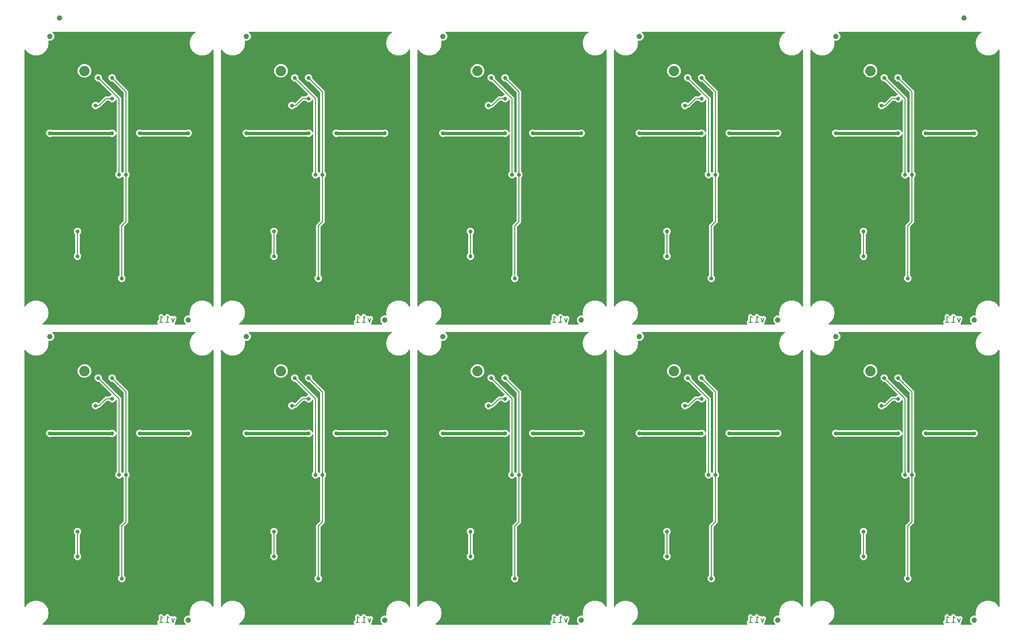
<source format=gbl>
G04 EAGLE Gerber RS-274X export*
G75*
%MOMM*%
%FSLAX34Y34*%
%LPD*%
%INBottom Copper*%
%IPPOS*%
%AMOC8*
5,1,8,0,0,1.08239X$1,22.5*%
G01*
%ADD10C,0.203200*%
%ADD11C,1.879600*%
%ADD12C,1.000000*%
%ADD13C,0.736600*%
%ADD14C,0.177800*%
%ADD15C,0.609600*%

G36*
X969161Y555262D02*
X969161Y555262D01*
X969300Y555275D01*
X969319Y555282D01*
X969339Y555285D01*
X969468Y555336D01*
X969599Y555383D01*
X969616Y555394D01*
X969634Y555402D01*
X969747Y555483D01*
X969862Y555561D01*
X969875Y555577D01*
X969892Y555588D01*
X969981Y555696D01*
X970072Y555800D01*
X970082Y555818D01*
X970095Y555833D01*
X970154Y555959D01*
X970217Y556083D01*
X970221Y556103D01*
X970230Y556121D01*
X970256Y556258D01*
X970287Y556393D01*
X970286Y556414D01*
X970290Y556433D01*
X970281Y556572D01*
X970277Y556711D01*
X970271Y556731D01*
X970270Y556751D01*
X970227Y556883D01*
X970189Y557017D01*
X970178Y557034D01*
X970172Y557053D01*
X970098Y557171D01*
X970027Y557291D01*
X970008Y557312D01*
X970002Y557322D01*
X969987Y557336D01*
X969921Y557411D01*
X969200Y558132D01*
X969200Y561500D01*
X971791Y564091D01*
X971852Y564170D01*
X971920Y564242D01*
X971949Y564295D01*
X971986Y564343D01*
X972026Y564434D01*
X972073Y564520D01*
X972089Y564579D01*
X972113Y564634D01*
X972128Y564732D01*
X972153Y564828D01*
X972159Y564928D01*
X972163Y564948D01*
X972161Y564961D01*
X972163Y564989D01*
X972163Y570189D01*
X972161Y570203D01*
X972155Y570329D01*
X971998Y571747D01*
X972051Y571833D01*
X972060Y571861D01*
X972073Y571886D01*
X972106Y572013D01*
X972144Y572137D01*
X972145Y572149D01*
X973145Y573149D01*
X973154Y573161D01*
X973238Y573254D01*
X974130Y574368D01*
X974229Y574392D01*
X974254Y574405D01*
X974282Y574413D01*
X974394Y574480D01*
X974510Y574541D01*
X974518Y574549D01*
X975933Y574549D01*
X975947Y574551D01*
X976073Y574556D01*
X977490Y574714D01*
X977577Y574661D01*
X977605Y574652D01*
X977630Y574638D01*
X977757Y574606D01*
X977881Y574568D01*
X977893Y574567D01*
X978893Y573567D01*
X978905Y573558D01*
X978998Y573473D01*
X981531Y571447D01*
X981590Y571411D01*
X981643Y571367D01*
X981725Y571328D01*
X981802Y571281D01*
X981868Y571261D01*
X981931Y571231D01*
X982020Y571214D01*
X982106Y571188D01*
X982176Y571184D01*
X982243Y571171D01*
X982333Y571177D01*
X982424Y571173D01*
X982492Y571187D01*
X982561Y571191D01*
X982647Y571219D01*
X982735Y571237D01*
X982798Y571268D01*
X982863Y571289D01*
X982940Y571337D01*
X983021Y571377D01*
X983073Y571422D01*
X983132Y571459D01*
X983194Y571525D01*
X983263Y571584D01*
X983302Y571640D01*
X983350Y571691D01*
X983394Y571770D01*
X983446Y571844D01*
X983470Y571909D01*
X983503Y571969D01*
X983526Y572057D01*
X983553Y572127D01*
X984575Y573149D01*
X984584Y573161D01*
X984668Y573254D01*
X985560Y574368D01*
X985658Y574392D01*
X985684Y574405D01*
X985712Y574413D01*
X985824Y574480D01*
X985939Y574541D01*
X985948Y574549D01*
X987363Y574549D01*
X987377Y574551D01*
X987503Y574556D01*
X988920Y574714D01*
X989007Y574661D01*
X989035Y574652D01*
X989060Y574638D01*
X989186Y574606D01*
X989311Y574568D01*
X989323Y574567D01*
X990323Y573567D01*
X990335Y573558D01*
X990428Y573473D01*
X993397Y571098D01*
X993460Y571060D01*
X993517Y571013D01*
X993595Y570977D01*
X993668Y570932D01*
X993739Y570910D01*
X993806Y570879D01*
X993890Y570864D01*
X993972Y570839D01*
X994046Y570835D01*
X994118Y570822D01*
X994204Y570828D01*
X994290Y570824D01*
X994362Y570839D01*
X994436Y570844D01*
X994591Y570885D01*
X995886Y571317D01*
X997377Y570571D01*
X997405Y570561D01*
X997431Y570546D01*
X997555Y570509D01*
X997677Y570466D01*
X997707Y570463D01*
X997735Y570454D01*
X997865Y570449D01*
X997994Y570438D01*
X998023Y570443D01*
X998053Y570442D01*
X998180Y570469D01*
X998308Y570490D01*
X998335Y570502D01*
X998364Y570508D01*
X998512Y570571D01*
X1000004Y571317D01*
X1003198Y570252D01*
X1004704Y567240D01*
X1002363Y560217D01*
X1002361Y560209D01*
X1002358Y560200D01*
X1002330Y560053D01*
X1002301Y559905D01*
X1002302Y559896D01*
X1002300Y559888D01*
X1002310Y559739D01*
X1002319Y559588D01*
X1002321Y559579D01*
X1002322Y559570D01*
X1002337Y559512D01*
X1001750Y558337D01*
X1001747Y558328D01*
X1001742Y558320D01*
X1001681Y558171D01*
X1001263Y556915D01*
X1001262Y556911D01*
X1001260Y556907D01*
X1001231Y556757D01*
X1001201Y556603D01*
X1001201Y556599D01*
X1001200Y556594D01*
X1001209Y556442D01*
X1001218Y556286D01*
X1001219Y556282D01*
X1001220Y556277D01*
X1001267Y556132D01*
X1001314Y555983D01*
X1001316Y555979D01*
X1001318Y555975D01*
X1001401Y555843D01*
X1001482Y555713D01*
X1001485Y555710D01*
X1001488Y555706D01*
X1001602Y555598D01*
X1001712Y555493D01*
X1001716Y555491D01*
X1001720Y555488D01*
X1001854Y555414D01*
X1001990Y555338D01*
X1001994Y555337D01*
X1001998Y555334D01*
X1002146Y555296D01*
X1002297Y555256D01*
X1002302Y555256D01*
X1002306Y555255D01*
X1002467Y555245D01*
X1020348Y555245D01*
X1020486Y555262D01*
X1020625Y555275D01*
X1020644Y555282D01*
X1020664Y555285D01*
X1020793Y555336D01*
X1020924Y555383D01*
X1020941Y555394D01*
X1020960Y555402D01*
X1021072Y555483D01*
X1021187Y555561D01*
X1021201Y555577D01*
X1021217Y555588D01*
X1021306Y555696D01*
X1021398Y555800D01*
X1021407Y555818D01*
X1021420Y555833D01*
X1021479Y555959D01*
X1021542Y556083D01*
X1021547Y556103D01*
X1021555Y556121D01*
X1021581Y556257D01*
X1021612Y556393D01*
X1021611Y556414D01*
X1021615Y556433D01*
X1021606Y556572D01*
X1021602Y556711D01*
X1021597Y556731D01*
X1021595Y556751D01*
X1021553Y556883D01*
X1021514Y557017D01*
X1021504Y557034D01*
X1021497Y557053D01*
X1021423Y557171D01*
X1021352Y557291D01*
X1021334Y557312D01*
X1021327Y557322D01*
X1021312Y557336D01*
X1021246Y557411D01*
X1019337Y559321D01*
X1018111Y562279D01*
X1018111Y565481D01*
X1019337Y568439D01*
X1021601Y570703D01*
X1024559Y571929D01*
X1027912Y571929D01*
X1027982Y571938D01*
X1028053Y571937D01*
X1028139Y571957D01*
X1028228Y571969D01*
X1028293Y571995D01*
X1028362Y572011D01*
X1028441Y572053D01*
X1028523Y572086D01*
X1028580Y572127D01*
X1028643Y572160D01*
X1028709Y572220D01*
X1028781Y572272D01*
X1028826Y572327D01*
X1028878Y572374D01*
X1028927Y572449D01*
X1028983Y572517D01*
X1029014Y572581D01*
X1029052Y572640D01*
X1029081Y572725D01*
X1029119Y572805D01*
X1029132Y572874D01*
X1029155Y572941D01*
X1029162Y573030D01*
X1029179Y573117D01*
X1029174Y573188D01*
X1029180Y573258D01*
X1029162Y573418D01*
X1028605Y576580D01*
X1029989Y584431D01*
X1033975Y591335D01*
X1040082Y596460D01*
X1047574Y599187D01*
X1055546Y599187D01*
X1063038Y596460D01*
X1069145Y591336D01*
X1070527Y588942D01*
X1070615Y588826D01*
X1070700Y588708D01*
X1070711Y588699D01*
X1070719Y588689D01*
X1070833Y588598D01*
X1070945Y588505D01*
X1070958Y588499D01*
X1070968Y588491D01*
X1071102Y588431D01*
X1071233Y588370D01*
X1071246Y588367D01*
X1071259Y588362D01*
X1071403Y588337D01*
X1071546Y588310D01*
X1071559Y588311D01*
X1071572Y588308D01*
X1071718Y588321D01*
X1071863Y588330D01*
X1071876Y588334D01*
X1071889Y588335D01*
X1072027Y588383D01*
X1072165Y588428D01*
X1072177Y588435D01*
X1072190Y588439D01*
X1072311Y588520D01*
X1072434Y588598D01*
X1072443Y588608D01*
X1072455Y588615D01*
X1072552Y588723D01*
X1072652Y588829D01*
X1072659Y588841D01*
X1072668Y588851D01*
X1072735Y588981D01*
X1072806Y589108D01*
X1072809Y589121D01*
X1072815Y589133D01*
X1072849Y589275D01*
X1072885Y589416D01*
X1072886Y589434D01*
X1072888Y589443D01*
X1072888Y589460D01*
X1072895Y589577D01*
X1072895Y1058883D01*
X1072877Y1059028D01*
X1072862Y1059173D01*
X1072857Y1059186D01*
X1072855Y1059199D01*
X1072802Y1059334D01*
X1072751Y1059471D01*
X1072743Y1059482D01*
X1072738Y1059495D01*
X1072653Y1059612D01*
X1072570Y1059732D01*
X1072559Y1059741D01*
X1072552Y1059752D01*
X1072440Y1059845D01*
X1072329Y1059940D01*
X1072317Y1059946D01*
X1072307Y1059955D01*
X1072175Y1060017D01*
X1072044Y1060082D01*
X1072031Y1060085D01*
X1072019Y1060090D01*
X1071877Y1060118D01*
X1071733Y1060148D01*
X1071720Y1060148D01*
X1071707Y1060150D01*
X1071562Y1060141D01*
X1071416Y1060135D01*
X1071402Y1060131D01*
X1071389Y1060130D01*
X1071251Y1060086D01*
X1071111Y1060043D01*
X1071099Y1060036D01*
X1071087Y1060032D01*
X1070964Y1059955D01*
X1070839Y1059879D01*
X1070829Y1059869D01*
X1070818Y1059862D01*
X1070718Y1059756D01*
X1070616Y1059652D01*
X1070606Y1059637D01*
X1070600Y1059631D01*
X1070592Y1059616D01*
X1070527Y1059518D01*
X1069145Y1057125D01*
X1063038Y1052000D01*
X1055546Y1049273D01*
X1047574Y1049273D01*
X1040082Y1052000D01*
X1033975Y1057124D01*
X1029989Y1064029D01*
X1028605Y1071880D01*
X1029989Y1079731D01*
X1033975Y1086635D01*
X1039145Y1090974D01*
X1039169Y1091000D01*
X1039198Y1091020D01*
X1039277Y1091116D01*
X1039361Y1091207D01*
X1039378Y1091238D01*
X1039401Y1091265D01*
X1039454Y1091378D01*
X1039513Y1091487D01*
X1039521Y1091521D01*
X1039536Y1091553D01*
X1039559Y1091675D01*
X1039590Y1091795D01*
X1039589Y1091831D01*
X1039596Y1091866D01*
X1039588Y1091989D01*
X1039587Y1092113D01*
X1039578Y1092148D01*
X1039576Y1092183D01*
X1039538Y1092301D01*
X1039506Y1092421D01*
X1039489Y1092452D01*
X1039478Y1092485D01*
X1039412Y1092590D01*
X1039351Y1092699D01*
X1039327Y1092724D01*
X1039308Y1092754D01*
X1039218Y1092839D01*
X1039132Y1092929D01*
X1039102Y1092948D01*
X1039076Y1092972D01*
X1038968Y1093032D01*
X1038863Y1093098D01*
X1038829Y1093109D01*
X1038798Y1093126D01*
X1038678Y1093157D01*
X1038560Y1093194D01*
X1038524Y1093196D01*
X1038490Y1093205D01*
X1038329Y1093215D01*
X777972Y1093215D01*
X777834Y1093198D01*
X777695Y1093185D01*
X777676Y1093178D01*
X777656Y1093175D01*
X777527Y1093124D01*
X777396Y1093077D01*
X777379Y1093066D01*
X777360Y1093058D01*
X777248Y1092977D01*
X777133Y1092899D01*
X777119Y1092883D01*
X777103Y1092872D01*
X777014Y1092764D01*
X776922Y1092660D01*
X776913Y1092642D01*
X776900Y1092627D01*
X776841Y1092501D01*
X776778Y1092377D01*
X776773Y1092357D01*
X776765Y1092339D01*
X776739Y1092203D01*
X776708Y1092067D01*
X776709Y1092046D01*
X776705Y1092027D01*
X776714Y1091888D01*
X776718Y1091749D01*
X776723Y1091729D01*
X776725Y1091709D01*
X776767Y1091577D01*
X776806Y1091443D01*
X776816Y1091426D01*
X776823Y1091407D01*
X776897Y1091289D01*
X776968Y1091169D01*
X776986Y1091148D01*
X776993Y1091138D01*
X777008Y1091124D01*
X777074Y1091049D01*
X778983Y1089139D01*
X780209Y1086181D01*
X780209Y1082979D01*
X778983Y1080021D01*
X776719Y1077757D01*
X773761Y1076531D01*
X770408Y1076531D01*
X770338Y1076522D01*
X770267Y1076523D01*
X770181Y1076503D01*
X770092Y1076491D01*
X770027Y1076465D01*
X769958Y1076449D01*
X769879Y1076407D01*
X769797Y1076374D01*
X769740Y1076333D01*
X769677Y1076300D01*
X769611Y1076240D01*
X769539Y1076188D01*
X769494Y1076133D01*
X769442Y1076086D01*
X769393Y1076011D01*
X769337Y1075943D01*
X769306Y1075879D01*
X769268Y1075820D01*
X769239Y1075735D01*
X769201Y1075655D01*
X769188Y1075586D01*
X769165Y1075519D01*
X769158Y1075430D01*
X769141Y1075343D01*
X769146Y1075272D01*
X769140Y1075202D01*
X769158Y1075042D01*
X769715Y1071880D01*
X768331Y1064029D01*
X764345Y1057125D01*
X758238Y1052000D01*
X750746Y1049273D01*
X742774Y1049273D01*
X735282Y1052000D01*
X729175Y1057125D01*
X727793Y1059518D01*
X727705Y1059634D01*
X727620Y1059752D01*
X727609Y1059761D01*
X727601Y1059771D01*
X727487Y1059862D01*
X727375Y1059955D01*
X727362Y1059961D01*
X727352Y1059969D01*
X727218Y1060029D01*
X727087Y1060090D01*
X727074Y1060093D01*
X727061Y1060098D01*
X726917Y1060123D01*
X726774Y1060150D01*
X726761Y1060149D01*
X726748Y1060152D01*
X726602Y1060139D01*
X726457Y1060130D01*
X726444Y1060126D01*
X726431Y1060125D01*
X726293Y1060077D01*
X726155Y1060032D01*
X726143Y1060025D01*
X726130Y1060021D01*
X726009Y1059940D01*
X725886Y1059862D01*
X725877Y1059852D01*
X725865Y1059845D01*
X725768Y1059737D01*
X725668Y1059631D01*
X725661Y1059619D01*
X725652Y1059609D01*
X725585Y1059479D01*
X725514Y1059352D01*
X725511Y1059339D01*
X725505Y1059327D01*
X725471Y1059185D01*
X725435Y1059044D01*
X725434Y1059026D01*
X725432Y1059017D01*
X725432Y1059000D01*
X725425Y1058883D01*
X725425Y589577D01*
X725443Y589432D01*
X725458Y589287D01*
X725463Y589274D01*
X725465Y589261D01*
X725518Y589126D01*
X725569Y588989D01*
X725577Y588978D01*
X725582Y588965D01*
X725667Y588848D01*
X725750Y588728D01*
X725761Y588719D01*
X725768Y588708D01*
X725881Y588615D01*
X725991Y588520D01*
X726003Y588514D01*
X726013Y588505D01*
X726145Y588443D01*
X726276Y588378D01*
X726289Y588375D01*
X726301Y588370D01*
X726443Y588342D01*
X726587Y588312D01*
X726600Y588312D01*
X726613Y588310D01*
X726758Y588319D01*
X726904Y588325D01*
X726918Y588329D01*
X726931Y588330D01*
X727069Y588374D01*
X727209Y588417D01*
X727221Y588424D01*
X727233Y588428D01*
X727356Y588505D01*
X727481Y588581D01*
X727491Y588591D01*
X727502Y588598D01*
X727602Y588704D01*
X727704Y588808D01*
X727714Y588823D01*
X727720Y588829D01*
X727728Y588844D01*
X727793Y588942D01*
X729175Y591335D01*
X735282Y596460D01*
X742774Y599187D01*
X750746Y599187D01*
X758238Y596460D01*
X764345Y591336D01*
X768331Y584431D01*
X769715Y576580D01*
X768331Y568729D01*
X764345Y561825D01*
X759175Y557486D01*
X759151Y557460D01*
X759122Y557440D01*
X759043Y557344D01*
X758959Y557253D01*
X758942Y557222D01*
X758919Y557195D01*
X758866Y557082D01*
X758807Y556973D01*
X758799Y556939D01*
X758784Y556907D01*
X758761Y556785D01*
X758730Y556665D01*
X758731Y556629D01*
X758724Y556594D01*
X758732Y556471D01*
X758733Y556347D01*
X758742Y556312D01*
X758744Y556277D01*
X758782Y556159D01*
X758814Y556039D01*
X758831Y556008D01*
X758842Y555975D01*
X758908Y555870D01*
X758969Y555761D01*
X758993Y555736D01*
X759012Y555706D01*
X759102Y555621D01*
X759188Y555531D01*
X759218Y555512D01*
X759244Y555488D01*
X759352Y555428D01*
X759457Y555362D01*
X759491Y555351D01*
X759522Y555334D01*
X759642Y555303D01*
X759760Y555266D01*
X759796Y555264D01*
X759830Y555255D01*
X759991Y555245D01*
X969023Y555245D01*
X969161Y555262D01*
G37*
G36*
X247801Y4082D02*
X247801Y4082D01*
X247940Y4095D01*
X247959Y4102D01*
X247979Y4105D01*
X248108Y4156D01*
X248239Y4203D01*
X248256Y4214D01*
X248274Y4222D01*
X248387Y4303D01*
X248502Y4381D01*
X248515Y4397D01*
X248532Y4408D01*
X248621Y4516D01*
X248712Y4620D01*
X248722Y4638D01*
X248735Y4653D01*
X248794Y4779D01*
X248857Y4903D01*
X248861Y4923D01*
X248870Y4941D01*
X248896Y5078D01*
X248927Y5213D01*
X248926Y5234D01*
X248930Y5253D01*
X248921Y5392D01*
X248917Y5531D01*
X248911Y5551D01*
X248910Y5571D01*
X248867Y5703D01*
X248829Y5837D01*
X248818Y5854D01*
X248812Y5873D01*
X248738Y5991D01*
X248667Y6111D01*
X248648Y6132D01*
X248642Y6142D01*
X248627Y6156D01*
X248561Y6231D01*
X247840Y6952D01*
X247840Y10320D01*
X250431Y12911D01*
X250492Y12990D01*
X250560Y13062D01*
X250589Y13115D01*
X250626Y13163D01*
X250666Y13254D01*
X250713Y13340D01*
X250729Y13399D01*
X250753Y13454D01*
X250768Y13552D01*
X250793Y13648D01*
X250799Y13748D01*
X250803Y13768D01*
X250801Y13781D01*
X250803Y13809D01*
X250803Y19009D01*
X250801Y19023D01*
X250795Y19149D01*
X250638Y20567D01*
X250691Y20653D01*
X250700Y20681D01*
X250713Y20706D01*
X250746Y20833D01*
X250784Y20957D01*
X250785Y20969D01*
X251785Y21969D01*
X251794Y21981D01*
X251878Y22074D01*
X252770Y23188D01*
X252869Y23212D01*
X252894Y23225D01*
X252922Y23233D01*
X253034Y23300D01*
X253150Y23361D01*
X253158Y23369D01*
X254573Y23369D01*
X254587Y23371D01*
X254713Y23376D01*
X256130Y23534D01*
X256217Y23481D01*
X256245Y23472D01*
X256270Y23458D01*
X256397Y23426D01*
X256521Y23388D01*
X256533Y23387D01*
X257533Y22387D01*
X257545Y22378D01*
X257638Y22293D01*
X260171Y20267D01*
X260230Y20231D01*
X260283Y20187D01*
X260365Y20148D01*
X260442Y20101D01*
X260508Y20081D01*
X260571Y20051D01*
X260660Y20034D01*
X260746Y20008D01*
X260816Y20004D01*
X260883Y19991D01*
X260973Y19997D01*
X261064Y19993D01*
X261132Y20007D01*
X261201Y20011D01*
X261287Y20039D01*
X261375Y20057D01*
X261438Y20088D01*
X261503Y20109D01*
X261580Y20157D01*
X261661Y20197D01*
X261713Y20242D01*
X261772Y20279D01*
X261834Y20345D01*
X261903Y20404D01*
X261942Y20460D01*
X261990Y20511D01*
X262034Y20590D01*
X262086Y20664D01*
X262110Y20729D01*
X262143Y20789D01*
X262166Y20877D01*
X262193Y20947D01*
X263215Y21969D01*
X263224Y21981D01*
X263308Y22074D01*
X264200Y23188D01*
X264298Y23212D01*
X264324Y23225D01*
X264352Y23233D01*
X264464Y23300D01*
X264579Y23361D01*
X264588Y23369D01*
X266003Y23369D01*
X266017Y23371D01*
X266143Y23376D01*
X267560Y23534D01*
X267647Y23481D01*
X267675Y23472D01*
X267700Y23458D01*
X267826Y23426D01*
X267951Y23388D01*
X267963Y23387D01*
X268963Y22387D01*
X268975Y22378D01*
X269068Y22293D01*
X272037Y19918D01*
X272100Y19879D01*
X272157Y19833D01*
X272235Y19797D01*
X272308Y19752D01*
X272379Y19730D01*
X272446Y19699D01*
X272530Y19684D01*
X272612Y19659D01*
X272686Y19655D01*
X272758Y19642D01*
X272844Y19648D01*
X272930Y19644D01*
X273002Y19659D01*
X273076Y19664D01*
X273231Y19705D01*
X274526Y20137D01*
X276017Y19391D01*
X276045Y19381D01*
X276071Y19366D01*
X276195Y19329D01*
X276317Y19286D01*
X276347Y19283D01*
X276375Y19274D01*
X276505Y19269D01*
X276634Y19258D01*
X276663Y19263D01*
X276693Y19262D01*
X276820Y19289D01*
X276948Y19310D01*
X276975Y19322D01*
X277004Y19328D01*
X277152Y19391D01*
X278644Y20137D01*
X281838Y19072D01*
X283344Y16060D01*
X281003Y9037D01*
X281001Y9029D01*
X280998Y9020D01*
X280970Y8873D01*
X280941Y8725D01*
X280942Y8716D01*
X280940Y8708D01*
X280950Y8559D01*
X280959Y8408D01*
X280961Y8399D01*
X280962Y8390D01*
X280977Y8332D01*
X280390Y7157D01*
X280387Y7148D01*
X280382Y7140D01*
X280321Y6991D01*
X279903Y5735D01*
X279902Y5731D01*
X279900Y5727D01*
X279871Y5577D01*
X279841Y5423D01*
X279841Y5419D01*
X279840Y5414D01*
X279849Y5262D01*
X279858Y5106D01*
X279859Y5102D01*
X279860Y5097D01*
X279907Y4952D01*
X279954Y4803D01*
X279956Y4799D01*
X279958Y4795D01*
X280041Y4663D01*
X280122Y4533D01*
X280125Y4530D01*
X280128Y4526D01*
X280242Y4418D01*
X280352Y4313D01*
X280356Y4311D01*
X280360Y4308D01*
X280494Y4234D01*
X280630Y4158D01*
X280634Y4157D01*
X280638Y4154D01*
X280786Y4116D01*
X280937Y4076D01*
X280942Y4076D01*
X280946Y4075D01*
X281107Y4065D01*
X298988Y4065D01*
X299126Y4082D01*
X299265Y4095D01*
X299284Y4102D01*
X299304Y4105D01*
X299433Y4156D01*
X299564Y4203D01*
X299581Y4214D01*
X299600Y4222D01*
X299712Y4303D01*
X299827Y4381D01*
X299841Y4397D01*
X299857Y4408D01*
X299946Y4516D01*
X300038Y4620D01*
X300047Y4638D01*
X300060Y4653D01*
X300119Y4779D01*
X300182Y4903D01*
X300187Y4923D01*
X300195Y4941D01*
X300221Y5077D01*
X300252Y5213D01*
X300251Y5234D01*
X300255Y5253D01*
X300246Y5392D01*
X300242Y5531D01*
X300237Y5551D01*
X300235Y5571D01*
X300193Y5703D01*
X300154Y5837D01*
X300144Y5854D01*
X300137Y5873D01*
X300063Y5991D01*
X299992Y6111D01*
X299974Y6132D01*
X299967Y6142D01*
X299952Y6156D01*
X299886Y6231D01*
X297977Y8141D01*
X296751Y11099D01*
X296751Y14301D01*
X297977Y17259D01*
X300241Y19523D01*
X303199Y20749D01*
X306552Y20749D01*
X306622Y20758D01*
X306693Y20757D01*
X306779Y20777D01*
X306868Y20789D01*
X306933Y20815D01*
X307002Y20831D01*
X307081Y20873D01*
X307163Y20906D01*
X307220Y20947D01*
X307283Y20980D01*
X307349Y21040D01*
X307421Y21092D01*
X307466Y21147D01*
X307518Y21194D01*
X307567Y21269D01*
X307623Y21337D01*
X307654Y21401D01*
X307692Y21460D01*
X307721Y21545D01*
X307759Y21625D01*
X307772Y21694D01*
X307795Y21761D01*
X307802Y21850D01*
X307819Y21937D01*
X307814Y22008D01*
X307820Y22078D01*
X307802Y22238D01*
X307245Y25400D01*
X308629Y33251D01*
X312615Y40155D01*
X318722Y45280D01*
X326214Y48007D01*
X334186Y48007D01*
X341678Y45280D01*
X347785Y40156D01*
X349167Y37762D01*
X349255Y37646D01*
X349340Y37528D01*
X349351Y37519D01*
X349359Y37509D01*
X349473Y37418D01*
X349585Y37325D01*
X349598Y37319D01*
X349608Y37311D01*
X349742Y37251D01*
X349873Y37190D01*
X349886Y37187D01*
X349899Y37182D01*
X350043Y37157D01*
X350186Y37130D01*
X350199Y37131D01*
X350212Y37128D01*
X350358Y37141D01*
X350503Y37150D01*
X350516Y37154D01*
X350529Y37155D01*
X350667Y37203D01*
X350805Y37248D01*
X350817Y37255D01*
X350830Y37259D01*
X350951Y37340D01*
X351074Y37418D01*
X351083Y37428D01*
X351095Y37435D01*
X351192Y37543D01*
X351292Y37649D01*
X351299Y37661D01*
X351308Y37671D01*
X351375Y37801D01*
X351446Y37928D01*
X351449Y37941D01*
X351455Y37953D01*
X351489Y38095D01*
X351525Y38236D01*
X351526Y38254D01*
X351528Y38263D01*
X351528Y38280D01*
X351535Y38397D01*
X351535Y507703D01*
X351517Y507848D01*
X351502Y507993D01*
X351497Y508006D01*
X351495Y508019D01*
X351442Y508154D01*
X351391Y508291D01*
X351383Y508302D01*
X351378Y508315D01*
X351293Y508432D01*
X351210Y508552D01*
X351199Y508561D01*
X351192Y508572D01*
X351080Y508665D01*
X350969Y508760D01*
X350957Y508766D01*
X350947Y508775D01*
X350815Y508837D01*
X350684Y508902D01*
X350671Y508905D01*
X350659Y508910D01*
X350517Y508938D01*
X350373Y508968D01*
X350360Y508968D01*
X350347Y508970D01*
X350202Y508961D01*
X350056Y508955D01*
X350042Y508951D01*
X350029Y508950D01*
X349891Y508906D01*
X349751Y508863D01*
X349739Y508856D01*
X349727Y508852D01*
X349604Y508775D01*
X349479Y508699D01*
X349469Y508689D01*
X349458Y508682D01*
X349358Y508576D01*
X349256Y508472D01*
X349246Y508457D01*
X349240Y508451D01*
X349232Y508436D01*
X349167Y508338D01*
X347785Y505945D01*
X341678Y500820D01*
X334186Y498093D01*
X326214Y498093D01*
X318722Y500820D01*
X312615Y505944D01*
X308629Y512849D01*
X307245Y520700D01*
X308629Y528551D01*
X312615Y535455D01*
X317785Y539794D01*
X317809Y539820D01*
X317838Y539840D01*
X317917Y539936D01*
X318001Y540027D01*
X318018Y540058D01*
X318041Y540085D01*
X318094Y540198D01*
X318153Y540307D01*
X318161Y540341D01*
X318176Y540373D01*
X318199Y540495D01*
X318230Y540615D01*
X318229Y540651D01*
X318236Y540686D01*
X318228Y540809D01*
X318227Y540933D01*
X318218Y540968D01*
X318216Y541003D01*
X318178Y541121D01*
X318146Y541241D01*
X318129Y541272D01*
X318118Y541305D01*
X318052Y541410D01*
X317991Y541519D01*
X317967Y541544D01*
X317948Y541574D01*
X317858Y541659D01*
X317772Y541749D01*
X317742Y541768D01*
X317716Y541792D01*
X317608Y541852D01*
X317503Y541918D01*
X317469Y541929D01*
X317438Y541946D01*
X317318Y541977D01*
X317200Y542014D01*
X317164Y542016D01*
X317130Y542025D01*
X316969Y542035D01*
X56612Y542035D01*
X56474Y542018D01*
X56335Y542005D01*
X56316Y541998D01*
X56296Y541995D01*
X56167Y541944D01*
X56036Y541897D01*
X56019Y541886D01*
X56000Y541878D01*
X55888Y541797D01*
X55773Y541719D01*
X55759Y541703D01*
X55743Y541692D01*
X55654Y541584D01*
X55562Y541480D01*
X55553Y541462D01*
X55540Y541447D01*
X55481Y541321D01*
X55418Y541197D01*
X55413Y541177D01*
X55405Y541159D01*
X55379Y541023D01*
X55348Y540887D01*
X55349Y540866D01*
X55345Y540847D01*
X55354Y540708D01*
X55358Y540569D01*
X55363Y540549D01*
X55365Y540529D01*
X55407Y540397D01*
X55446Y540263D01*
X55456Y540246D01*
X55463Y540227D01*
X55537Y540109D01*
X55608Y539989D01*
X55626Y539968D01*
X55633Y539958D01*
X55648Y539944D01*
X55714Y539869D01*
X57623Y537959D01*
X58849Y535001D01*
X58849Y531799D01*
X57623Y528841D01*
X55359Y526577D01*
X52401Y525351D01*
X49048Y525351D01*
X48978Y525342D01*
X48907Y525343D01*
X48821Y525323D01*
X48732Y525311D01*
X48667Y525285D01*
X48598Y525269D01*
X48519Y525227D01*
X48437Y525194D01*
X48380Y525153D01*
X48317Y525120D01*
X48251Y525060D01*
X48179Y525008D01*
X48134Y524953D01*
X48082Y524906D01*
X48033Y524831D01*
X47977Y524763D01*
X47946Y524699D01*
X47908Y524640D01*
X47879Y524555D01*
X47841Y524475D01*
X47828Y524406D01*
X47805Y524339D01*
X47798Y524250D01*
X47781Y524163D01*
X47786Y524092D01*
X47780Y524022D01*
X47798Y523862D01*
X48355Y520700D01*
X46971Y512849D01*
X42985Y505945D01*
X36878Y500820D01*
X29386Y498093D01*
X21414Y498093D01*
X13922Y500820D01*
X7815Y505944D01*
X6433Y508338D01*
X6345Y508454D01*
X6260Y508572D01*
X6249Y508581D01*
X6241Y508591D01*
X6127Y508682D01*
X6015Y508775D01*
X6002Y508781D01*
X5992Y508789D01*
X5858Y508849D01*
X5727Y508910D01*
X5714Y508913D01*
X5701Y508918D01*
X5557Y508943D01*
X5414Y508970D01*
X5401Y508969D01*
X5388Y508972D01*
X5242Y508959D01*
X5097Y508950D01*
X5084Y508946D01*
X5071Y508945D01*
X4933Y508897D01*
X4795Y508852D01*
X4783Y508845D01*
X4770Y508841D01*
X4649Y508760D01*
X4526Y508682D01*
X4517Y508672D01*
X4505Y508665D01*
X4408Y508557D01*
X4308Y508451D01*
X4301Y508439D01*
X4292Y508429D01*
X4225Y508299D01*
X4154Y508172D01*
X4151Y508159D01*
X4145Y508147D01*
X4111Y508005D01*
X4075Y507864D01*
X4074Y507846D01*
X4072Y507837D01*
X4072Y507820D01*
X4065Y507703D01*
X4065Y38397D01*
X4083Y38252D01*
X4098Y38107D01*
X4103Y38094D01*
X4105Y38081D01*
X4158Y37946D01*
X4209Y37809D01*
X4217Y37798D01*
X4222Y37785D01*
X4307Y37668D01*
X4390Y37548D01*
X4401Y37539D01*
X4408Y37528D01*
X4521Y37435D01*
X4631Y37340D01*
X4643Y37334D01*
X4653Y37325D01*
X4785Y37263D01*
X4916Y37198D01*
X4929Y37195D01*
X4941Y37190D01*
X5083Y37162D01*
X5227Y37132D01*
X5240Y37132D01*
X5253Y37130D01*
X5398Y37139D01*
X5544Y37145D01*
X5558Y37149D01*
X5571Y37150D01*
X5709Y37194D01*
X5849Y37237D01*
X5861Y37244D01*
X5873Y37248D01*
X5996Y37325D01*
X6121Y37401D01*
X6131Y37411D01*
X6142Y37418D01*
X6242Y37524D01*
X6344Y37628D01*
X6354Y37643D01*
X6360Y37649D01*
X6368Y37664D01*
X6433Y37762D01*
X7815Y40155D01*
X13922Y45280D01*
X21414Y48007D01*
X29386Y48007D01*
X36878Y45280D01*
X42985Y40155D01*
X46971Y33251D01*
X48355Y25400D01*
X46971Y17549D01*
X42985Y10645D01*
X37815Y6306D01*
X37791Y6280D01*
X37762Y6260D01*
X37683Y6164D01*
X37599Y6073D01*
X37582Y6042D01*
X37559Y6015D01*
X37506Y5902D01*
X37447Y5793D01*
X37439Y5759D01*
X37424Y5727D01*
X37401Y5605D01*
X37370Y5485D01*
X37371Y5449D01*
X37364Y5414D01*
X37372Y5291D01*
X37373Y5167D01*
X37382Y5132D01*
X37384Y5097D01*
X37422Y4979D01*
X37454Y4859D01*
X37471Y4828D01*
X37482Y4795D01*
X37548Y4690D01*
X37609Y4581D01*
X37633Y4556D01*
X37652Y4526D01*
X37742Y4441D01*
X37828Y4351D01*
X37858Y4332D01*
X37884Y4308D01*
X37992Y4248D01*
X38097Y4182D01*
X38131Y4171D01*
X38162Y4154D01*
X38282Y4123D01*
X38400Y4086D01*
X38436Y4084D01*
X38470Y4075D01*
X38631Y4065D01*
X247663Y4065D01*
X247801Y4082D01*
G37*
G36*
X247801Y555262D02*
X247801Y555262D01*
X247940Y555275D01*
X247959Y555282D01*
X247979Y555285D01*
X248108Y555336D01*
X248239Y555383D01*
X248256Y555394D01*
X248274Y555402D01*
X248387Y555483D01*
X248502Y555561D01*
X248515Y555577D01*
X248532Y555588D01*
X248621Y555696D01*
X248712Y555800D01*
X248722Y555818D01*
X248735Y555833D01*
X248794Y555959D01*
X248857Y556083D01*
X248861Y556103D01*
X248870Y556121D01*
X248896Y556258D01*
X248927Y556393D01*
X248926Y556414D01*
X248930Y556433D01*
X248921Y556572D01*
X248917Y556711D01*
X248911Y556731D01*
X248910Y556751D01*
X248867Y556883D01*
X248829Y557017D01*
X248818Y557034D01*
X248812Y557053D01*
X248738Y557171D01*
X248667Y557291D01*
X248648Y557312D01*
X248642Y557322D01*
X248627Y557336D01*
X248561Y557411D01*
X247840Y558132D01*
X247840Y561500D01*
X250431Y564091D01*
X250492Y564170D01*
X250560Y564242D01*
X250589Y564295D01*
X250626Y564343D01*
X250666Y564434D01*
X250713Y564520D01*
X250729Y564579D01*
X250753Y564634D01*
X250768Y564732D01*
X250793Y564828D01*
X250799Y564928D01*
X250803Y564948D01*
X250801Y564961D01*
X250803Y564989D01*
X250803Y570189D01*
X250801Y570203D01*
X250795Y570329D01*
X250638Y571747D01*
X250691Y571833D01*
X250700Y571861D01*
X250713Y571886D01*
X250746Y572013D01*
X250784Y572137D01*
X250785Y572149D01*
X251785Y573149D01*
X251794Y573161D01*
X251878Y573254D01*
X252770Y574368D01*
X252869Y574392D01*
X252894Y574405D01*
X252922Y574413D01*
X253034Y574480D01*
X253150Y574541D01*
X253158Y574549D01*
X254573Y574549D01*
X254587Y574551D01*
X254713Y574556D01*
X256130Y574714D01*
X256217Y574661D01*
X256245Y574652D01*
X256270Y574638D01*
X256397Y574606D01*
X256521Y574568D01*
X256533Y574567D01*
X257533Y573567D01*
X257545Y573558D01*
X257638Y573473D01*
X260171Y571447D01*
X260230Y571411D01*
X260283Y571367D01*
X260365Y571328D01*
X260442Y571281D01*
X260508Y571261D01*
X260571Y571231D01*
X260660Y571214D01*
X260746Y571188D01*
X260816Y571184D01*
X260883Y571171D01*
X260973Y571177D01*
X261064Y571173D01*
X261132Y571187D01*
X261201Y571191D01*
X261287Y571219D01*
X261375Y571237D01*
X261438Y571268D01*
X261503Y571289D01*
X261580Y571337D01*
X261661Y571377D01*
X261713Y571422D01*
X261772Y571459D01*
X261834Y571525D01*
X261903Y571584D01*
X261942Y571640D01*
X261990Y571691D01*
X262034Y571770D01*
X262086Y571844D01*
X262110Y571909D01*
X262143Y571969D01*
X262166Y572057D01*
X262193Y572127D01*
X263215Y573149D01*
X263224Y573161D01*
X263308Y573254D01*
X264200Y574368D01*
X264298Y574392D01*
X264324Y574405D01*
X264352Y574413D01*
X264464Y574480D01*
X264579Y574541D01*
X264588Y574549D01*
X266003Y574549D01*
X266017Y574551D01*
X266143Y574556D01*
X267560Y574714D01*
X267647Y574661D01*
X267675Y574652D01*
X267700Y574638D01*
X267826Y574606D01*
X267951Y574568D01*
X267963Y574567D01*
X268963Y573567D01*
X268975Y573558D01*
X269068Y573473D01*
X272037Y571098D01*
X272100Y571060D01*
X272157Y571013D01*
X272235Y570977D01*
X272308Y570932D01*
X272379Y570910D01*
X272446Y570879D01*
X272530Y570864D01*
X272612Y570839D01*
X272686Y570835D01*
X272758Y570822D01*
X272844Y570828D01*
X272930Y570824D01*
X273002Y570839D01*
X273076Y570844D01*
X273231Y570885D01*
X274526Y571317D01*
X276017Y570571D01*
X276045Y570561D01*
X276071Y570546D01*
X276195Y570509D01*
X276317Y570466D01*
X276347Y570463D01*
X276375Y570454D01*
X276505Y570449D01*
X276634Y570438D01*
X276663Y570443D01*
X276693Y570442D01*
X276820Y570469D01*
X276948Y570490D01*
X276975Y570502D01*
X277004Y570508D01*
X277152Y570571D01*
X278644Y571317D01*
X281838Y570252D01*
X283344Y567240D01*
X281003Y560217D01*
X281001Y560209D01*
X280998Y560200D01*
X280970Y560053D01*
X280941Y559905D01*
X280942Y559896D01*
X280940Y559888D01*
X280950Y559739D01*
X280959Y559588D01*
X280961Y559579D01*
X280962Y559570D01*
X280977Y559512D01*
X280390Y558337D01*
X280387Y558328D01*
X280382Y558320D01*
X280321Y558171D01*
X279903Y556915D01*
X279902Y556911D01*
X279900Y556907D01*
X279871Y556757D01*
X279841Y556603D01*
X279841Y556599D01*
X279840Y556594D01*
X279849Y556442D01*
X279858Y556286D01*
X279859Y556282D01*
X279860Y556277D01*
X279907Y556131D01*
X279954Y555983D01*
X279956Y555979D01*
X279958Y555975D01*
X280040Y555844D01*
X280122Y555713D01*
X280125Y555710D01*
X280128Y555706D01*
X280240Y555600D01*
X280352Y555493D01*
X280356Y555491D01*
X280360Y555488D01*
X280494Y555414D01*
X280630Y555338D01*
X280634Y555337D01*
X280638Y555334D01*
X280786Y555296D01*
X280937Y555256D01*
X280942Y555256D01*
X280946Y555255D01*
X281107Y555245D01*
X298988Y555245D01*
X299126Y555262D01*
X299265Y555275D01*
X299284Y555282D01*
X299304Y555285D01*
X299433Y555336D01*
X299564Y555383D01*
X299581Y555394D01*
X299600Y555402D01*
X299712Y555483D01*
X299827Y555561D01*
X299841Y555577D01*
X299857Y555588D01*
X299946Y555696D01*
X300038Y555800D01*
X300047Y555818D01*
X300060Y555833D01*
X300119Y555959D01*
X300182Y556083D01*
X300187Y556103D01*
X300195Y556121D01*
X300221Y556257D01*
X300252Y556393D01*
X300251Y556414D01*
X300255Y556433D01*
X300246Y556572D01*
X300242Y556711D01*
X300237Y556731D01*
X300235Y556751D01*
X300193Y556883D01*
X300154Y557017D01*
X300144Y557034D01*
X300137Y557053D01*
X300063Y557171D01*
X299992Y557291D01*
X299974Y557312D01*
X299967Y557322D01*
X299952Y557336D01*
X299886Y557411D01*
X297977Y559321D01*
X296751Y562279D01*
X296751Y565481D01*
X297977Y568439D01*
X300241Y570703D01*
X303199Y571929D01*
X306552Y571929D01*
X306622Y571938D01*
X306693Y571937D01*
X306779Y571957D01*
X306868Y571969D01*
X306933Y571995D01*
X307002Y572011D01*
X307081Y572053D01*
X307163Y572086D01*
X307220Y572127D01*
X307283Y572160D01*
X307349Y572220D01*
X307421Y572272D01*
X307466Y572327D01*
X307518Y572374D01*
X307567Y572449D01*
X307623Y572517D01*
X307654Y572581D01*
X307692Y572640D01*
X307721Y572725D01*
X307759Y572805D01*
X307772Y572874D01*
X307795Y572941D01*
X307802Y573030D01*
X307819Y573117D01*
X307814Y573188D01*
X307820Y573258D01*
X307802Y573418D01*
X307245Y576580D01*
X308629Y584431D01*
X312615Y591335D01*
X318722Y596460D01*
X326214Y599187D01*
X334186Y599187D01*
X341678Y596460D01*
X347785Y591336D01*
X349167Y588942D01*
X349255Y588826D01*
X349340Y588708D01*
X349351Y588699D01*
X349359Y588689D01*
X349473Y588598D01*
X349585Y588505D01*
X349598Y588499D01*
X349608Y588491D01*
X349742Y588431D01*
X349873Y588370D01*
X349886Y588367D01*
X349899Y588362D01*
X350043Y588337D01*
X350186Y588310D01*
X350199Y588311D01*
X350212Y588308D01*
X350358Y588321D01*
X350503Y588330D01*
X350516Y588334D01*
X350529Y588335D01*
X350667Y588383D01*
X350805Y588428D01*
X350817Y588435D01*
X350830Y588439D01*
X350951Y588520D01*
X351074Y588598D01*
X351083Y588608D01*
X351095Y588615D01*
X351192Y588723D01*
X351292Y588829D01*
X351299Y588841D01*
X351308Y588851D01*
X351375Y588981D01*
X351446Y589108D01*
X351449Y589121D01*
X351455Y589133D01*
X351489Y589275D01*
X351525Y589416D01*
X351526Y589434D01*
X351528Y589443D01*
X351528Y589460D01*
X351535Y589577D01*
X351535Y1058883D01*
X351517Y1059028D01*
X351502Y1059173D01*
X351497Y1059186D01*
X351495Y1059199D01*
X351442Y1059334D01*
X351391Y1059471D01*
X351383Y1059482D01*
X351378Y1059495D01*
X351293Y1059612D01*
X351210Y1059732D01*
X351199Y1059741D01*
X351192Y1059752D01*
X351080Y1059845D01*
X350969Y1059940D01*
X350957Y1059946D01*
X350947Y1059955D01*
X350815Y1060017D01*
X350684Y1060082D01*
X350671Y1060085D01*
X350659Y1060090D01*
X350517Y1060118D01*
X350373Y1060148D01*
X350360Y1060148D01*
X350347Y1060150D01*
X350202Y1060141D01*
X350056Y1060135D01*
X350042Y1060131D01*
X350029Y1060130D01*
X349891Y1060086D01*
X349751Y1060043D01*
X349739Y1060036D01*
X349727Y1060032D01*
X349604Y1059955D01*
X349479Y1059879D01*
X349469Y1059869D01*
X349458Y1059862D01*
X349358Y1059756D01*
X349256Y1059652D01*
X349246Y1059637D01*
X349240Y1059631D01*
X349232Y1059616D01*
X349167Y1059518D01*
X347785Y1057125D01*
X341678Y1052000D01*
X334186Y1049273D01*
X326214Y1049273D01*
X318722Y1052000D01*
X312615Y1057124D01*
X308629Y1064029D01*
X307245Y1071880D01*
X308629Y1079731D01*
X312615Y1086635D01*
X317785Y1090974D01*
X317809Y1091000D01*
X317838Y1091020D01*
X317917Y1091116D01*
X318001Y1091207D01*
X318018Y1091238D01*
X318041Y1091265D01*
X318094Y1091378D01*
X318153Y1091487D01*
X318161Y1091521D01*
X318176Y1091553D01*
X318199Y1091675D01*
X318230Y1091795D01*
X318229Y1091831D01*
X318236Y1091866D01*
X318228Y1091989D01*
X318227Y1092113D01*
X318218Y1092148D01*
X318216Y1092183D01*
X318178Y1092301D01*
X318146Y1092421D01*
X318129Y1092452D01*
X318118Y1092485D01*
X318052Y1092590D01*
X317991Y1092699D01*
X317967Y1092724D01*
X317948Y1092754D01*
X317858Y1092839D01*
X317772Y1092929D01*
X317742Y1092948D01*
X317716Y1092972D01*
X317608Y1093032D01*
X317503Y1093098D01*
X317469Y1093109D01*
X317438Y1093126D01*
X317318Y1093157D01*
X317200Y1093194D01*
X317164Y1093196D01*
X317130Y1093205D01*
X316969Y1093215D01*
X56612Y1093215D01*
X56474Y1093198D01*
X56335Y1093185D01*
X56316Y1093178D01*
X56296Y1093175D01*
X56167Y1093124D01*
X56036Y1093077D01*
X56019Y1093066D01*
X56000Y1093058D01*
X55888Y1092977D01*
X55773Y1092899D01*
X55759Y1092883D01*
X55743Y1092872D01*
X55654Y1092764D01*
X55562Y1092660D01*
X55553Y1092642D01*
X55540Y1092627D01*
X55481Y1092501D01*
X55418Y1092377D01*
X55413Y1092357D01*
X55405Y1092339D01*
X55379Y1092203D01*
X55348Y1092067D01*
X55349Y1092046D01*
X55345Y1092027D01*
X55354Y1091888D01*
X55358Y1091749D01*
X55363Y1091729D01*
X55365Y1091709D01*
X55407Y1091577D01*
X55446Y1091443D01*
X55456Y1091426D01*
X55463Y1091407D01*
X55537Y1091289D01*
X55608Y1091169D01*
X55626Y1091148D01*
X55633Y1091138D01*
X55648Y1091124D01*
X55714Y1091049D01*
X57623Y1089139D01*
X58849Y1086181D01*
X58849Y1082979D01*
X57623Y1080021D01*
X55359Y1077757D01*
X52401Y1076531D01*
X49048Y1076531D01*
X48978Y1076522D01*
X48907Y1076523D01*
X48821Y1076503D01*
X48732Y1076491D01*
X48667Y1076465D01*
X48598Y1076449D01*
X48519Y1076407D01*
X48437Y1076374D01*
X48380Y1076333D01*
X48317Y1076300D01*
X48251Y1076240D01*
X48179Y1076188D01*
X48134Y1076133D01*
X48082Y1076086D01*
X48033Y1076011D01*
X47977Y1075943D01*
X47946Y1075879D01*
X47908Y1075820D01*
X47879Y1075735D01*
X47841Y1075655D01*
X47828Y1075586D01*
X47805Y1075519D01*
X47798Y1075430D01*
X47781Y1075343D01*
X47786Y1075272D01*
X47780Y1075202D01*
X47798Y1075042D01*
X48355Y1071880D01*
X46971Y1064029D01*
X42985Y1057125D01*
X36878Y1052000D01*
X29386Y1049273D01*
X21414Y1049273D01*
X13922Y1052000D01*
X7815Y1057124D01*
X6433Y1059518D01*
X6345Y1059634D01*
X6260Y1059752D01*
X6249Y1059761D01*
X6241Y1059771D01*
X6127Y1059862D01*
X6015Y1059955D01*
X6002Y1059961D01*
X5992Y1059969D01*
X5858Y1060029D01*
X5727Y1060090D01*
X5714Y1060093D01*
X5701Y1060098D01*
X5557Y1060123D01*
X5414Y1060150D01*
X5401Y1060149D01*
X5388Y1060152D01*
X5242Y1060139D01*
X5097Y1060130D01*
X5084Y1060126D01*
X5071Y1060125D01*
X4933Y1060077D01*
X4795Y1060032D01*
X4783Y1060025D01*
X4770Y1060021D01*
X4649Y1059940D01*
X4526Y1059862D01*
X4517Y1059852D01*
X4505Y1059845D01*
X4408Y1059737D01*
X4308Y1059631D01*
X4301Y1059619D01*
X4292Y1059609D01*
X4225Y1059479D01*
X4154Y1059352D01*
X4151Y1059339D01*
X4145Y1059327D01*
X4111Y1059185D01*
X4075Y1059044D01*
X4074Y1059026D01*
X4072Y1059017D01*
X4072Y1059000D01*
X4065Y1058883D01*
X4065Y589577D01*
X4083Y589432D01*
X4098Y589287D01*
X4103Y589274D01*
X4105Y589261D01*
X4158Y589126D01*
X4209Y588989D01*
X4217Y588978D01*
X4222Y588965D01*
X4307Y588848D01*
X4390Y588728D01*
X4401Y588719D01*
X4408Y588708D01*
X4521Y588615D01*
X4631Y588520D01*
X4643Y588514D01*
X4653Y588505D01*
X4785Y588443D01*
X4916Y588378D01*
X4929Y588375D01*
X4941Y588370D01*
X5083Y588342D01*
X5227Y588312D01*
X5240Y588312D01*
X5253Y588310D01*
X5398Y588319D01*
X5544Y588325D01*
X5558Y588329D01*
X5571Y588330D01*
X5709Y588374D01*
X5849Y588417D01*
X5861Y588424D01*
X5873Y588428D01*
X5996Y588505D01*
X6121Y588581D01*
X6131Y588591D01*
X6142Y588598D01*
X6242Y588704D01*
X6344Y588808D01*
X6354Y588823D01*
X6360Y588829D01*
X6368Y588844D01*
X6433Y588942D01*
X7815Y591335D01*
X13922Y596460D01*
X21414Y599187D01*
X29386Y599187D01*
X36878Y596460D01*
X42985Y591336D01*
X46971Y584431D01*
X48355Y576580D01*
X46971Y568729D01*
X42985Y561825D01*
X37815Y557486D01*
X37791Y557460D01*
X37762Y557440D01*
X37683Y557344D01*
X37599Y557253D01*
X37582Y557222D01*
X37559Y557195D01*
X37506Y557082D01*
X37447Y556973D01*
X37439Y556939D01*
X37424Y556907D01*
X37401Y556785D01*
X37370Y556665D01*
X37371Y556629D01*
X37364Y556594D01*
X37372Y556471D01*
X37373Y556347D01*
X37382Y556312D01*
X37384Y556277D01*
X37422Y556159D01*
X37454Y556039D01*
X37471Y556008D01*
X37482Y555975D01*
X37548Y555870D01*
X37609Y555761D01*
X37633Y555736D01*
X37652Y555706D01*
X37742Y555621D01*
X37828Y555531D01*
X37858Y555512D01*
X37884Y555488D01*
X37992Y555428D01*
X38097Y555362D01*
X38131Y555351D01*
X38162Y555334D01*
X38282Y555303D01*
X38400Y555266D01*
X38436Y555264D01*
X38470Y555255D01*
X38631Y555245D01*
X247663Y555245D01*
X247801Y555262D01*
G37*
G36*
X608481Y555262D02*
X608481Y555262D01*
X608620Y555275D01*
X608639Y555282D01*
X608659Y555285D01*
X608788Y555336D01*
X608919Y555383D01*
X608936Y555394D01*
X608954Y555402D01*
X609067Y555483D01*
X609182Y555561D01*
X609195Y555577D01*
X609212Y555588D01*
X609301Y555696D01*
X609392Y555800D01*
X609402Y555818D01*
X609415Y555833D01*
X609474Y555959D01*
X609537Y556083D01*
X609541Y556103D01*
X609550Y556121D01*
X609576Y556258D01*
X609607Y556393D01*
X609606Y556414D01*
X609610Y556433D01*
X609601Y556572D01*
X609597Y556711D01*
X609591Y556731D01*
X609590Y556751D01*
X609547Y556883D01*
X609509Y557017D01*
X609498Y557034D01*
X609492Y557053D01*
X609418Y557171D01*
X609347Y557291D01*
X609328Y557312D01*
X609322Y557322D01*
X609307Y557336D01*
X609241Y557411D01*
X608520Y558132D01*
X608520Y561500D01*
X611111Y564091D01*
X611172Y564170D01*
X611240Y564242D01*
X611269Y564295D01*
X611306Y564343D01*
X611346Y564434D01*
X611393Y564520D01*
X611409Y564579D01*
X611433Y564634D01*
X611448Y564732D01*
X611473Y564828D01*
X611479Y564928D01*
X611483Y564948D01*
X611481Y564961D01*
X611483Y564989D01*
X611483Y570189D01*
X611481Y570203D01*
X611475Y570329D01*
X611318Y571747D01*
X611371Y571833D01*
X611380Y571861D01*
X611393Y571886D01*
X611426Y572013D01*
X611464Y572137D01*
X611465Y572149D01*
X612465Y573149D01*
X612474Y573161D01*
X612558Y573254D01*
X613450Y574368D01*
X613549Y574392D01*
X613574Y574405D01*
X613602Y574413D01*
X613714Y574480D01*
X613830Y574541D01*
X613838Y574549D01*
X615253Y574549D01*
X615267Y574551D01*
X615393Y574556D01*
X616810Y574714D01*
X616897Y574661D01*
X616925Y574652D01*
X616950Y574638D01*
X617077Y574606D01*
X617201Y574568D01*
X617213Y574567D01*
X618213Y573567D01*
X618225Y573558D01*
X618318Y573473D01*
X620851Y571447D01*
X620910Y571411D01*
X620963Y571367D01*
X621045Y571328D01*
X621122Y571281D01*
X621188Y571261D01*
X621251Y571231D01*
X621340Y571214D01*
X621426Y571188D01*
X621496Y571184D01*
X621563Y571171D01*
X621653Y571177D01*
X621744Y571173D01*
X621812Y571187D01*
X621881Y571191D01*
X621967Y571219D01*
X622055Y571237D01*
X622118Y571268D01*
X622183Y571289D01*
X622260Y571337D01*
X622341Y571377D01*
X622393Y571422D01*
X622452Y571459D01*
X622514Y571525D01*
X622583Y571584D01*
X622622Y571640D01*
X622670Y571691D01*
X622714Y571770D01*
X622766Y571844D01*
X622790Y571909D01*
X622823Y571969D01*
X622846Y572057D01*
X622873Y572127D01*
X623895Y573149D01*
X623904Y573161D01*
X623988Y573254D01*
X624880Y574368D01*
X624978Y574392D01*
X625004Y574405D01*
X625032Y574413D01*
X625144Y574480D01*
X625259Y574541D01*
X625268Y574549D01*
X626683Y574549D01*
X626697Y574551D01*
X626823Y574556D01*
X628240Y574714D01*
X628327Y574661D01*
X628355Y574652D01*
X628380Y574638D01*
X628506Y574606D01*
X628631Y574568D01*
X628643Y574567D01*
X629643Y573567D01*
X629655Y573558D01*
X629748Y573473D01*
X632717Y571098D01*
X632780Y571059D01*
X632837Y571013D01*
X632915Y570977D01*
X632988Y570932D01*
X633059Y570910D01*
X633126Y570879D01*
X633210Y570864D01*
X633292Y570839D01*
X633366Y570835D01*
X633438Y570822D01*
X633524Y570828D01*
X633610Y570824D01*
X633682Y570839D01*
X633756Y570844D01*
X633911Y570885D01*
X635206Y571317D01*
X636697Y570571D01*
X636725Y570561D01*
X636751Y570546D01*
X636875Y570509D01*
X636997Y570466D01*
X637027Y570463D01*
X637055Y570454D01*
X637185Y570449D01*
X637314Y570438D01*
X637343Y570443D01*
X637373Y570442D01*
X637500Y570469D01*
X637628Y570490D01*
X637655Y570502D01*
X637684Y570508D01*
X637832Y570571D01*
X639324Y571317D01*
X642518Y570252D01*
X644024Y567240D01*
X641683Y560217D01*
X641681Y560209D01*
X641678Y560200D01*
X641650Y560053D01*
X641621Y559905D01*
X641622Y559896D01*
X641620Y559888D01*
X641630Y559739D01*
X641639Y559588D01*
X641641Y559579D01*
X641642Y559570D01*
X641657Y559512D01*
X641070Y558337D01*
X641067Y558328D01*
X641062Y558320D01*
X641001Y558171D01*
X640583Y556915D01*
X640582Y556911D01*
X640580Y556907D01*
X640551Y556757D01*
X640521Y556603D01*
X640521Y556599D01*
X640520Y556594D01*
X640529Y556442D01*
X640538Y556286D01*
X640539Y556282D01*
X640540Y556277D01*
X640587Y556132D01*
X640634Y555983D01*
X640636Y555979D01*
X640638Y555975D01*
X640721Y555843D01*
X640802Y555713D01*
X640805Y555710D01*
X640808Y555706D01*
X640922Y555598D01*
X641032Y555493D01*
X641036Y555491D01*
X641040Y555488D01*
X641174Y555414D01*
X641310Y555338D01*
X641314Y555337D01*
X641318Y555334D01*
X641466Y555296D01*
X641617Y555256D01*
X641622Y555256D01*
X641626Y555255D01*
X641787Y555245D01*
X659668Y555245D01*
X659806Y555262D01*
X659945Y555275D01*
X659964Y555282D01*
X659984Y555285D01*
X660113Y555336D01*
X660244Y555383D01*
X660261Y555394D01*
X660280Y555402D01*
X660392Y555483D01*
X660507Y555561D01*
X660521Y555577D01*
X660537Y555588D01*
X660626Y555696D01*
X660718Y555800D01*
X660727Y555818D01*
X660740Y555833D01*
X660799Y555959D01*
X660862Y556083D01*
X660867Y556103D01*
X660875Y556121D01*
X660901Y556257D01*
X660932Y556393D01*
X660931Y556414D01*
X660935Y556433D01*
X660926Y556572D01*
X660922Y556711D01*
X660917Y556731D01*
X660915Y556751D01*
X660873Y556883D01*
X660834Y557017D01*
X660824Y557034D01*
X660817Y557053D01*
X660743Y557171D01*
X660672Y557291D01*
X660654Y557312D01*
X660647Y557322D01*
X660632Y557336D01*
X660566Y557411D01*
X658657Y559321D01*
X657431Y562279D01*
X657431Y565481D01*
X658657Y568439D01*
X660921Y570703D01*
X663879Y571929D01*
X667232Y571929D01*
X667302Y571938D01*
X667373Y571937D01*
X667459Y571957D01*
X667548Y571969D01*
X667613Y571995D01*
X667682Y572011D01*
X667761Y572053D01*
X667843Y572086D01*
X667900Y572127D01*
X667963Y572160D01*
X668029Y572220D01*
X668101Y572272D01*
X668146Y572327D01*
X668198Y572374D01*
X668247Y572449D01*
X668303Y572517D01*
X668334Y572581D01*
X668372Y572640D01*
X668401Y572725D01*
X668439Y572805D01*
X668452Y572874D01*
X668475Y572941D01*
X668482Y573030D01*
X668499Y573117D01*
X668494Y573188D01*
X668500Y573258D01*
X668482Y573418D01*
X667925Y576580D01*
X669309Y584431D01*
X673295Y591335D01*
X679402Y596460D01*
X686894Y599187D01*
X694866Y599187D01*
X702358Y596460D01*
X708465Y591336D01*
X709847Y588942D01*
X709935Y588826D01*
X710020Y588708D01*
X710031Y588699D01*
X710039Y588689D01*
X710153Y588598D01*
X710265Y588505D01*
X710278Y588499D01*
X710288Y588491D01*
X710422Y588431D01*
X710553Y588370D01*
X710566Y588367D01*
X710579Y588362D01*
X710723Y588337D01*
X710866Y588310D01*
X710879Y588311D01*
X710892Y588308D01*
X711038Y588321D01*
X711183Y588330D01*
X711196Y588334D01*
X711209Y588335D01*
X711347Y588383D01*
X711485Y588428D01*
X711497Y588435D01*
X711510Y588439D01*
X711631Y588520D01*
X711754Y588598D01*
X711763Y588608D01*
X711775Y588615D01*
X711872Y588723D01*
X711972Y588829D01*
X711979Y588841D01*
X711988Y588851D01*
X712055Y588981D01*
X712126Y589108D01*
X712129Y589121D01*
X712135Y589133D01*
X712169Y589275D01*
X712205Y589416D01*
X712206Y589434D01*
X712208Y589443D01*
X712208Y589460D01*
X712215Y589577D01*
X712215Y1058883D01*
X712197Y1059028D01*
X712182Y1059173D01*
X712177Y1059186D01*
X712175Y1059199D01*
X712122Y1059334D01*
X712071Y1059471D01*
X712063Y1059482D01*
X712058Y1059495D01*
X711973Y1059612D01*
X711890Y1059732D01*
X711879Y1059741D01*
X711872Y1059752D01*
X711760Y1059845D01*
X711649Y1059940D01*
X711637Y1059946D01*
X711627Y1059955D01*
X711495Y1060017D01*
X711364Y1060082D01*
X711351Y1060085D01*
X711339Y1060090D01*
X711197Y1060118D01*
X711053Y1060148D01*
X711040Y1060148D01*
X711027Y1060150D01*
X710882Y1060141D01*
X710736Y1060135D01*
X710722Y1060131D01*
X710709Y1060130D01*
X710571Y1060086D01*
X710431Y1060043D01*
X710419Y1060036D01*
X710407Y1060032D01*
X710284Y1059955D01*
X710159Y1059879D01*
X710149Y1059869D01*
X710138Y1059862D01*
X710038Y1059756D01*
X709936Y1059652D01*
X709926Y1059637D01*
X709920Y1059631D01*
X709912Y1059616D01*
X709847Y1059518D01*
X708465Y1057125D01*
X702358Y1052000D01*
X694866Y1049273D01*
X686894Y1049273D01*
X679402Y1052000D01*
X673295Y1057124D01*
X669309Y1064029D01*
X667925Y1071880D01*
X669309Y1079731D01*
X673295Y1086635D01*
X678465Y1090974D01*
X678489Y1091000D01*
X678518Y1091020D01*
X678597Y1091116D01*
X678681Y1091207D01*
X678698Y1091238D01*
X678721Y1091265D01*
X678774Y1091378D01*
X678833Y1091487D01*
X678841Y1091521D01*
X678856Y1091553D01*
X678879Y1091675D01*
X678910Y1091795D01*
X678909Y1091831D01*
X678916Y1091866D01*
X678908Y1091989D01*
X678907Y1092113D01*
X678898Y1092148D01*
X678896Y1092183D01*
X678858Y1092301D01*
X678826Y1092421D01*
X678809Y1092452D01*
X678798Y1092485D01*
X678732Y1092590D01*
X678671Y1092699D01*
X678647Y1092724D01*
X678628Y1092754D01*
X678538Y1092839D01*
X678452Y1092929D01*
X678422Y1092948D01*
X678396Y1092972D01*
X678288Y1093032D01*
X678183Y1093098D01*
X678149Y1093109D01*
X678118Y1093126D01*
X677998Y1093157D01*
X677880Y1093194D01*
X677844Y1093196D01*
X677810Y1093205D01*
X677649Y1093215D01*
X417292Y1093215D01*
X417154Y1093198D01*
X417015Y1093185D01*
X416996Y1093178D01*
X416976Y1093175D01*
X416847Y1093124D01*
X416716Y1093077D01*
X416699Y1093066D01*
X416680Y1093058D01*
X416568Y1092977D01*
X416453Y1092899D01*
X416439Y1092883D01*
X416423Y1092872D01*
X416334Y1092764D01*
X416242Y1092660D01*
X416233Y1092642D01*
X416220Y1092627D01*
X416161Y1092501D01*
X416098Y1092377D01*
X416093Y1092357D01*
X416085Y1092339D01*
X416059Y1092203D01*
X416028Y1092067D01*
X416029Y1092046D01*
X416025Y1092027D01*
X416034Y1091888D01*
X416038Y1091749D01*
X416043Y1091729D01*
X416045Y1091709D01*
X416087Y1091577D01*
X416126Y1091443D01*
X416136Y1091426D01*
X416143Y1091407D01*
X416217Y1091289D01*
X416288Y1091169D01*
X416306Y1091148D01*
X416313Y1091138D01*
X416328Y1091124D01*
X416394Y1091049D01*
X418303Y1089139D01*
X419529Y1086181D01*
X419529Y1082979D01*
X418303Y1080021D01*
X416039Y1077757D01*
X413081Y1076531D01*
X409728Y1076531D01*
X409658Y1076522D01*
X409587Y1076523D01*
X409501Y1076503D01*
X409412Y1076491D01*
X409347Y1076465D01*
X409278Y1076449D01*
X409199Y1076407D01*
X409117Y1076374D01*
X409060Y1076333D01*
X408997Y1076300D01*
X408931Y1076240D01*
X408859Y1076188D01*
X408814Y1076133D01*
X408762Y1076086D01*
X408713Y1076011D01*
X408657Y1075943D01*
X408626Y1075879D01*
X408588Y1075820D01*
X408559Y1075735D01*
X408521Y1075655D01*
X408508Y1075586D01*
X408485Y1075519D01*
X408478Y1075430D01*
X408461Y1075343D01*
X408466Y1075272D01*
X408460Y1075202D01*
X408478Y1075042D01*
X409035Y1071880D01*
X407651Y1064029D01*
X403665Y1057125D01*
X397558Y1052000D01*
X390066Y1049273D01*
X382094Y1049273D01*
X374602Y1052000D01*
X368495Y1057124D01*
X367113Y1059518D01*
X367025Y1059634D01*
X366940Y1059752D01*
X366929Y1059761D01*
X366921Y1059771D01*
X366807Y1059862D01*
X366695Y1059955D01*
X366682Y1059961D01*
X366672Y1059969D01*
X366538Y1060029D01*
X366407Y1060090D01*
X366394Y1060093D01*
X366381Y1060098D01*
X366237Y1060123D01*
X366094Y1060150D01*
X366081Y1060149D01*
X366068Y1060152D01*
X365922Y1060139D01*
X365777Y1060130D01*
X365764Y1060126D01*
X365751Y1060125D01*
X365613Y1060077D01*
X365475Y1060032D01*
X365463Y1060025D01*
X365450Y1060021D01*
X365329Y1059940D01*
X365206Y1059862D01*
X365197Y1059852D01*
X365185Y1059845D01*
X365088Y1059737D01*
X364988Y1059631D01*
X364981Y1059619D01*
X364972Y1059609D01*
X364905Y1059479D01*
X364834Y1059352D01*
X364831Y1059339D01*
X364825Y1059327D01*
X364791Y1059185D01*
X364755Y1059044D01*
X364754Y1059026D01*
X364752Y1059017D01*
X364752Y1059000D01*
X364745Y1058883D01*
X364745Y589577D01*
X364763Y589432D01*
X364778Y589287D01*
X364783Y589274D01*
X364785Y589261D01*
X364838Y589126D01*
X364889Y588989D01*
X364897Y588978D01*
X364902Y588965D01*
X364987Y588847D01*
X365070Y588728D01*
X365080Y588719D01*
X365088Y588708D01*
X365201Y588615D01*
X365311Y588520D01*
X365323Y588514D01*
X365333Y588505D01*
X365465Y588443D01*
X365596Y588378D01*
X365609Y588375D01*
X365621Y588370D01*
X365763Y588343D01*
X365907Y588312D01*
X365920Y588312D01*
X365933Y588310D01*
X366078Y588319D01*
X366224Y588325D01*
X366237Y588329D01*
X366251Y588330D01*
X366389Y588374D01*
X366529Y588417D01*
X366541Y588424D01*
X366553Y588428D01*
X366676Y588505D01*
X366801Y588581D01*
X366811Y588591D01*
X366822Y588598D01*
X366922Y588704D01*
X367024Y588808D01*
X367034Y588823D01*
X367040Y588829D01*
X367048Y588844D01*
X367113Y588942D01*
X368495Y591335D01*
X374602Y596460D01*
X382094Y599187D01*
X390066Y599187D01*
X397558Y596460D01*
X403665Y591336D01*
X407651Y584431D01*
X409035Y576580D01*
X407651Y568729D01*
X403665Y561825D01*
X398495Y557486D01*
X398471Y557460D01*
X398442Y557440D01*
X398363Y557344D01*
X398279Y557253D01*
X398262Y557222D01*
X398239Y557195D01*
X398186Y557082D01*
X398127Y556973D01*
X398119Y556939D01*
X398104Y556907D01*
X398081Y556785D01*
X398050Y556665D01*
X398051Y556629D01*
X398044Y556594D01*
X398052Y556471D01*
X398053Y556347D01*
X398062Y556312D01*
X398064Y556277D01*
X398102Y556159D01*
X398134Y556039D01*
X398151Y556008D01*
X398162Y555975D01*
X398228Y555870D01*
X398289Y555761D01*
X398313Y555736D01*
X398332Y555706D01*
X398422Y555621D01*
X398508Y555531D01*
X398538Y555512D01*
X398564Y555488D01*
X398672Y555428D01*
X398777Y555362D01*
X398811Y555351D01*
X398842Y555334D01*
X398962Y555303D01*
X399080Y555266D01*
X399116Y555264D01*
X399150Y555255D01*
X399311Y555245D01*
X608343Y555245D01*
X608481Y555262D01*
G37*
G36*
X1690521Y555262D02*
X1690521Y555262D01*
X1690660Y555275D01*
X1690679Y555282D01*
X1690699Y555285D01*
X1690828Y555336D01*
X1690959Y555383D01*
X1690976Y555394D01*
X1690994Y555402D01*
X1691107Y555483D01*
X1691222Y555561D01*
X1691235Y555577D01*
X1691252Y555588D01*
X1691341Y555696D01*
X1691432Y555800D01*
X1691442Y555818D01*
X1691455Y555833D01*
X1691514Y555959D01*
X1691577Y556083D01*
X1691581Y556103D01*
X1691590Y556121D01*
X1691616Y556258D01*
X1691647Y556393D01*
X1691646Y556414D01*
X1691650Y556433D01*
X1691641Y556572D01*
X1691637Y556711D01*
X1691631Y556731D01*
X1691630Y556751D01*
X1691587Y556883D01*
X1691549Y557017D01*
X1691538Y557034D01*
X1691532Y557053D01*
X1691458Y557171D01*
X1691387Y557291D01*
X1691368Y557312D01*
X1691362Y557322D01*
X1691347Y557336D01*
X1691281Y557411D01*
X1690560Y558132D01*
X1690560Y561500D01*
X1693151Y564091D01*
X1693212Y564170D01*
X1693280Y564242D01*
X1693309Y564295D01*
X1693346Y564343D01*
X1693386Y564434D01*
X1693433Y564520D01*
X1693449Y564579D01*
X1693473Y564634D01*
X1693488Y564732D01*
X1693513Y564828D01*
X1693519Y564928D01*
X1693523Y564948D01*
X1693521Y564961D01*
X1693523Y564989D01*
X1693523Y570189D01*
X1693521Y570203D01*
X1693515Y570329D01*
X1693358Y571747D01*
X1693411Y571833D01*
X1693420Y571861D01*
X1693433Y571886D01*
X1693466Y572013D01*
X1693504Y572137D01*
X1693505Y572149D01*
X1694505Y573149D01*
X1694514Y573161D01*
X1694598Y573254D01*
X1695490Y574368D01*
X1695589Y574392D01*
X1695614Y574405D01*
X1695642Y574413D01*
X1695754Y574480D01*
X1695870Y574541D01*
X1695878Y574549D01*
X1697293Y574549D01*
X1697307Y574551D01*
X1697433Y574556D01*
X1698850Y574714D01*
X1698937Y574661D01*
X1698965Y574652D01*
X1698990Y574638D01*
X1699117Y574606D01*
X1699241Y574568D01*
X1699253Y574567D01*
X1700253Y573567D01*
X1700265Y573558D01*
X1700358Y573473D01*
X1702891Y571447D01*
X1702950Y571411D01*
X1703003Y571367D01*
X1703085Y571328D01*
X1703162Y571281D01*
X1703228Y571261D01*
X1703291Y571231D01*
X1703380Y571214D01*
X1703466Y571188D01*
X1703536Y571184D01*
X1703603Y571171D01*
X1703693Y571177D01*
X1703784Y571173D01*
X1703852Y571187D01*
X1703921Y571191D01*
X1704007Y571219D01*
X1704095Y571237D01*
X1704158Y571268D01*
X1704223Y571289D01*
X1704300Y571337D01*
X1704381Y571377D01*
X1704433Y571422D01*
X1704492Y571459D01*
X1704554Y571525D01*
X1704623Y571584D01*
X1704662Y571640D01*
X1704710Y571691D01*
X1704754Y571770D01*
X1704806Y571844D01*
X1704830Y571909D01*
X1704863Y571969D01*
X1704886Y572057D01*
X1704913Y572127D01*
X1705935Y573149D01*
X1705944Y573161D01*
X1706028Y573254D01*
X1706920Y574368D01*
X1707018Y574392D01*
X1707044Y574405D01*
X1707072Y574413D01*
X1707184Y574480D01*
X1707299Y574541D01*
X1707308Y574549D01*
X1708723Y574549D01*
X1708737Y574551D01*
X1708863Y574556D01*
X1710280Y574714D01*
X1710367Y574661D01*
X1710395Y574652D01*
X1710420Y574638D01*
X1710546Y574606D01*
X1710671Y574568D01*
X1710683Y574567D01*
X1711683Y573567D01*
X1711695Y573558D01*
X1711788Y573473D01*
X1714757Y571098D01*
X1714820Y571059D01*
X1714877Y571013D01*
X1714955Y570977D01*
X1715028Y570932D01*
X1715099Y570910D01*
X1715166Y570879D01*
X1715250Y570864D01*
X1715332Y570839D01*
X1715406Y570835D01*
X1715478Y570822D01*
X1715564Y570828D01*
X1715650Y570824D01*
X1715722Y570839D01*
X1715796Y570844D01*
X1715951Y570885D01*
X1717246Y571317D01*
X1718737Y570571D01*
X1718765Y570561D01*
X1718791Y570546D01*
X1718915Y570509D01*
X1719037Y570466D01*
X1719067Y570463D01*
X1719095Y570454D01*
X1719225Y570449D01*
X1719354Y570438D01*
X1719383Y570443D01*
X1719413Y570442D01*
X1719540Y570469D01*
X1719668Y570490D01*
X1719695Y570502D01*
X1719724Y570508D01*
X1719872Y570571D01*
X1721364Y571317D01*
X1724558Y570252D01*
X1726064Y567240D01*
X1723723Y560217D01*
X1723721Y560209D01*
X1723718Y560200D01*
X1723690Y560053D01*
X1723661Y559905D01*
X1723662Y559896D01*
X1723660Y559888D01*
X1723670Y559739D01*
X1723679Y559588D01*
X1723681Y559579D01*
X1723682Y559570D01*
X1723697Y559512D01*
X1723110Y558337D01*
X1723107Y558328D01*
X1723102Y558320D01*
X1723041Y558171D01*
X1722623Y556915D01*
X1722622Y556911D01*
X1722620Y556907D01*
X1722591Y556757D01*
X1722561Y556603D01*
X1722561Y556599D01*
X1722560Y556594D01*
X1722569Y556442D01*
X1722578Y556286D01*
X1722579Y556282D01*
X1722580Y556277D01*
X1722627Y556132D01*
X1722674Y555983D01*
X1722676Y555979D01*
X1722678Y555975D01*
X1722761Y555843D01*
X1722842Y555713D01*
X1722845Y555710D01*
X1722848Y555706D01*
X1722962Y555598D01*
X1723072Y555493D01*
X1723076Y555491D01*
X1723080Y555488D01*
X1723214Y555414D01*
X1723350Y555338D01*
X1723354Y555337D01*
X1723358Y555334D01*
X1723506Y555296D01*
X1723657Y555256D01*
X1723662Y555256D01*
X1723666Y555255D01*
X1723827Y555245D01*
X1741708Y555245D01*
X1741846Y555262D01*
X1741985Y555275D01*
X1742004Y555282D01*
X1742024Y555285D01*
X1742153Y555336D01*
X1742284Y555383D01*
X1742301Y555394D01*
X1742320Y555402D01*
X1742432Y555483D01*
X1742547Y555561D01*
X1742561Y555577D01*
X1742577Y555588D01*
X1742666Y555696D01*
X1742758Y555800D01*
X1742767Y555818D01*
X1742780Y555833D01*
X1742839Y555959D01*
X1742902Y556083D01*
X1742907Y556103D01*
X1742915Y556121D01*
X1742941Y556257D01*
X1742972Y556393D01*
X1742971Y556414D01*
X1742975Y556433D01*
X1742966Y556572D01*
X1742962Y556711D01*
X1742957Y556731D01*
X1742955Y556751D01*
X1742913Y556883D01*
X1742874Y557017D01*
X1742864Y557034D01*
X1742857Y557053D01*
X1742783Y557171D01*
X1742712Y557291D01*
X1742694Y557312D01*
X1742687Y557322D01*
X1742672Y557336D01*
X1742606Y557411D01*
X1740697Y559321D01*
X1739471Y562279D01*
X1739471Y565481D01*
X1740697Y568439D01*
X1742961Y570703D01*
X1745919Y571929D01*
X1749272Y571929D01*
X1749342Y571938D01*
X1749413Y571937D01*
X1749499Y571957D01*
X1749588Y571969D01*
X1749653Y571995D01*
X1749722Y572011D01*
X1749801Y572053D01*
X1749883Y572086D01*
X1749940Y572127D01*
X1750003Y572160D01*
X1750069Y572220D01*
X1750141Y572272D01*
X1750186Y572327D01*
X1750238Y572374D01*
X1750287Y572449D01*
X1750343Y572517D01*
X1750374Y572581D01*
X1750412Y572640D01*
X1750441Y572725D01*
X1750479Y572805D01*
X1750492Y572874D01*
X1750515Y572941D01*
X1750522Y573030D01*
X1750539Y573117D01*
X1750534Y573188D01*
X1750540Y573258D01*
X1750522Y573418D01*
X1749965Y576580D01*
X1751349Y584431D01*
X1755335Y591335D01*
X1761442Y596460D01*
X1768934Y599187D01*
X1776906Y599187D01*
X1784398Y596460D01*
X1790505Y591336D01*
X1791887Y588942D01*
X1791975Y588826D01*
X1792060Y588708D01*
X1792071Y588699D01*
X1792079Y588689D01*
X1792193Y588598D01*
X1792305Y588505D01*
X1792318Y588499D01*
X1792328Y588491D01*
X1792462Y588431D01*
X1792593Y588370D01*
X1792606Y588367D01*
X1792619Y588362D01*
X1792763Y588337D01*
X1792906Y588310D01*
X1792919Y588311D01*
X1792932Y588308D01*
X1793078Y588321D01*
X1793223Y588330D01*
X1793236Y588334D01*
X1793249Y588335D01*
X1793387Y588383D01*
X1793525Y588428D01*
X1793537Y588435D01*
X1793550Y588439D01*
X1793671Y588520D01*
X1793794Y588598D01*
X1793803Y588608D01*
X1793815Y588615D01*
X1793912Y588723D01*
X1794012Y588829D01*
X1794019Y588841D01*
X1794028Y588851D01*
X1794095Y588981D01*
X1794166Y589108D01*
X1794169Y589121D01*
X1794175Y589133D01*
X1794209Y589275D01*
X1794245Y589416D01*
X1794246Y589434D01*
X1794248Y589443D01*
X1794248Y589460D01*
X1794255Y589577D01*
X1794255Y1058883D01*
X1794237Y1059028D01*
X1794222Y1059173D01*
X1794217Y1059186D01*
X1794215Y1059199D01*
X1794162Y1059334D01*
X1794111Y1059471D01*
X1794103Y1059482D01*
X1794098Y1059495D01*
X1794013Y1059612D01*
X1793930Y1059732D01*
X1793919Y1059741D01*
X1793912Y1059752D01*
X1793800Y1059845D01*
X1793689Y1059940D01*
X1793677Y1059946D01*
X1793667Y1059955D01*
X1793535Y1060017D01*
X1793404Y1060082D01*
X1793391Y1060085D01*
X1793379Y1060090D01*
X1793236Y1060118D01*
X1793093Y1060148D01*
X1793080Y1060148D01*
X1793067Y1060150D01*
X1792922Y1060141D01*
X1792776Y1060135D01*
X1792762Y1060131D01*
X1792749Y1060130D01*
X1792611Y1060086D01*
X1792471Y1060043D01*
X1792459Y1060036D01*
X1792447Y1060032D01*
X1792324Y1059955D01*
X1792199Y1059879D01*
X1792189Y1059869D01*
X1792178Y1059862D01*
X1792078Y1059756D01*
X1791976Y1059652D01*
X1791966Y1059637D01*
X1791960Y1059631D01*
X1791952Y1059616D01*
X1791887Y1059518D01*
X1790505Y1057125D01*
X1784398Y1052000D01*
X1776906Y1049273D01*
X1768934Y1049273D01*
X1761442Y1052000D01*
X1755335Y1057124D01*
X1751349Y1064029D01*
X1749965Y1071880D01*
X1751349Y1079731D01*
X1755335Y1086635D01*
X1760505Y1090974D01*
X1760529Y1091000D01*
X1760558Y1091020D01*
X1760637Y1091116D01*
X1760721Y1091207D01*
X1760738Y1091238D01*
X1760761Y1091265D01*
X1760814Y1091378D01*
X1760873Y1091487D01*
X1760881Y1091521D01*
X1760896Y1091553D01*
X1760919Y1091675D01*
X1760950Y1091795D01*
X1760949Y1091831D01*
X1760956Y1091866D01*
X1760948Y1091989D01*
X1760947Y1092113D01*
X1760938Y1092148D01*
X1760936Y1092183D01*
X1760898Y1092301D01*
X1760866Y1092421D01*
X1760849Y1092452D01*
X1760838Y1092485D01*
X1760772Y1092590D01*
X1760711Y1092699D01*
X1760687Y1092724D01*
X1760668Y1092754D01*
X1760578Y1092839D01*
X1760492Y1092929D01*
X1760462Y1092948D01*
X1760436Y1092972D01*
X1760328Y1093032D01*
X1760223Y1093098D01*
X1760189Y1093109D01*
X1760158Y1093126D01*
X1760038Y1093157D01*
X1759920Y1093194D01*
X1759884Y1093196D01*
X1759850Y1093205D01*
X1759689Y1093215D01*
X1499332Y1093215D01*
X1499194Y1093198D01*
X1499055Y1093185D01*
X1499036Y1093178D01*
X1499016Y1093175D01*
X1498887Y1093124D01*
X1498756Y1093077D01*
X1498739Y1093066D01*
X1498720Y1093058D01*
X1498608Y1092977D01*
X1498493Y1092899D01*
X1498479Y1092883D01*
X1498463Y1092872D01*
X1498374Y1092764D01*
X1498282Y1092660D01*
X1498273Y1092642D01*
X1498260Y1092627D01*
X1498201Y1092501D01*
X1498138Y1092377D01*
X1498133Y1092357D01*
X1498125Y1092339D01*
X1498099Y1092203D01*
X1498068Y1092067D01*
X1498069Y1092046D01*
X1498065Y1092027D01*
X1498074Y1091888D01*
X1498078Y1091749D01*
X1498083Y1091729D01*
X1498085Y1091709D01*
X1498127Y1091577D01*
X1498166Y1091443D01*
X1498176Y1091426D01*
X1498183Y1091407D01*
X1498257Y1091289D01*
X1498328Y1091169D01*
X1498346Y1091148D01*
X1498353Y1091138D01*
X1498368Y1091124D01*
X1498434Y1091049D01*
X1500343Y1089139D01*
X1501569Y1086181D01*
X1501569Y1082979D01*
X1500343Y1080021D01*
X1498079Y1077757D01*
X1495121Y1076531D01*
X1491768Y1076531D01*
X1491698Y1076522D01*
X1491627Y1076523D01*
X1491541Y1076503D01*
X1491452Y1076491D01*
X1491387Y1076465D01*
X1491318Y1076449D01*
X1491239Y1076407D01*
X1491157Y1076374D01*
X1491100Y1076333D01*
X1491037Y1076300D01*
X1490971Y1076240D01*
X1490899Y1076188D01*
X1490854Y1076133D01*
X1490802Y1076086D01*
X1490753Y1076011D01*
X1490697Y1075943D01*
X1490666Y1075879D01*
X1490628Y1075820D01*
X1490599Y1075735D01*
X1490561Y1075655D01*
X1490548Y1075586D01*
X1490525Y1075519D01*
X1490518Y1075430D01*
X1490501Y1075343D01*
X1490506Y1075272D01*
X1490500Y1075202D01*
X1490518Y1075042D01*
X1491075Y1071880D01*
X1489691Y1064029D01*
X1485705Y1057125D01*
X1479598Y1052000D01*
X1472106Y1049273D01*
X1464134Y1049273D01*
X1456642Y1052000D01*
X1450535Y1057124D01*
X1449153Y1059518D01*
X1449065Y1059634D01*
X1448980Y1059752D01*
X1448969Y1059761D01*
X1448961Y1059771D01*
X1448847Y1059862D01*
X1448735Y1059955D01*
X1448722Y1059961D01*
X1448712Y1059969D01*
X1448578Y1060029D01*
X1448447Y1060090D01*
X1448434Y1060093D01*
X1448421Y1060098D01*
X1448277Y1060123D01*
X1448134Y1060150D01*
X1448121Y1060149D01*
X1448108Y1060152D01*
X1447962Y1060139D01*
X1447817Y1060130D01*
X1447804Y1060126D01*
X1447791Y1060125D01*
X1447653Y1060077D01*
X1447515Y1060032D01*
X1447503Y1060025D01*
X1447490Y1060021D01*
X1447369Y1059940D01*
X1447246Y1059862D01*
X1447237Y1059852D01*
X1447225Y1059845D01*
X1447128Y1059737D01*
X1447028Y1059631D01*
X1447021Y1059619D01*
X1447012Y1059609D01*
X1446945Y1059480D01*
X1446874Y1059352D01*
X1446871Y1059339D01*
X1446865Y1059327D01*
X1446831Y1059185D01*
X1446795Y1059044D01*
X1446794Y1059026D01*
X1446792Y1059017D01*
X1446792Y1059000D01*
X1446785Y1058883D01*
X1446785Y589577D01*
X1446803Y589432D01*
X1446818Y589287D01*
X1446823Y589274D01*
X1446825Y589261D01*
X1446878Y589126D01*
X1446929Y588989D01*
X1446937Y588978D01*
X1446942Y588965D01*
X1447027Y588847D01*
X1447110Y588728D01*
X1447120Y588719D01*
X1447128Y588708D01*
X1447241Y588615D01*
X1447351Y588520D01*
X1447363Y588514D01*
X1447373Y588505D01*
X1447505Y588443D01*
X1447636Y588378D01*
X1447649Y588375D01*
X1447661Y588370D01*
X1447803Y588343D01*
X1447947Y588312D01*
X1447960Y588312D01*
X1447973Y588310D01*
X1448118Y588319D01*
X1448264Y588325D01*
X1448277Y588329D01*
X1448291Y588330D01*
X1448429Y588374D01*
X1448569Y588417D01*
X1448581Y588424D01*
X1448593Y588428D01*
X1448716Y588505D01*
X1448841Y588581D01*
X1448851Y588591D01*
X1448862Y588598D01*
X1448962Y588704D01*
X1449064Y588808D01*
X1449074Y588823D01*
X1449080Y588829D01*
X1449088Y588844D01*
X1449153Y588942D01*
X1450535Y591335D01*
X1456642Y596460D01*
X1464134Y599187D01*
X1472106Y599187D01*
X1479598Y596460D01*
X1485705Y591336D01*
X1489691Y584431D01*
X1491075Y576580D01*
X1489691Y568729D01*
X1485705Y561825D01*
X1480535Y557486D01*
X1480511Y557460D01*
X1480482Y557440D01*
X1480403Y557344D01*
X1480319Y557253D01*
X1480302Y557222D01*
X1480279Y557195D01*
X1480226Y557082D01*
X1480167Y556973D01*
X1480159Y556939D01*
X1480144Y556907D01*
X1480121Y556785D01*
X1480090Y556665D01*
X1480091Y556629D01*
X1480084Y556594D01*
X1480092Y556471D01*
X1480093Y556347D01*
X1480102Y556312D01*
X1480104Y556277D01*
X1480142Y556159D01*
X1480174Y556039D01*
X1480191Y556008D01*
X1480202Y555975D01*
X1480268Y555870D01*
X1480329Y555761D01*
X1480353Y555736D01*
X1480372Y555706D01*
X1480462Y555621D01*
X1480548Y555531D01*
X1480578Y555512D01*
X1480604Y555488D01*
X1480712Y555428D01*
X1480817Y555362D01*
X1480851Y555351D01*
X1480882Y555334D01*
X1481002Y555303D01*
X1481120Y555266D01*
X1481156Y555264D01*
X1481190Y555255D01*
X1481351Y555245D01*
X1690383Y555245D01*
X1690521Y555262D01*
G37*
G36*
X608481Y4082D02*
X608481Y4082D01*
X608620Y4095D01*
X608639Y4102D01*
X608659Y4105D01*
X608788Y4156D01*
X608919Y4203D01*
X608936Y4214D01*
X608954Y4222D01*
X609067Y4303D01*
X609182Y4381D01*
X609195Y4397D01*
X609212Y4408D01*
X609301Y4516D01*
X609392Y4620D01*
X609402Y4638D01*
X609415Y4653D01*
X609474Y4779D01*
X609537Y4903D01*
X609541Y4923D01*
X609550Y4941D01*
X609576Y5078D01*
X609607Y5213D01*
X609606Y5234D01*
X609610Y5253D01*
X609601Y5392D01*
X609597Y5531D01*
X609591Y5551D01*
X609590Y5571D01*
X609547Y5703D01*
X609509Y5837D01*
X609498Y5854D01*
X609492Y5873D01*
X609418Y5991D01*
X609347Y6111D01*
X609328Y6132D01*
X609322Y6142D01*
X609307Y6156D01*
X609241Y6231D01*
X608520Y6952D01*
X608520Y10320D01*
X611111Y12911D01*
X611172Y12990D01*
X611240Y13062D01*
X611269Y13115D01*
X611306Y13163D01*
X611346Y13254D01*
X611393Y13340D01*
X611409Y13399D01*
X611433Y13454D01*
X611448Y13552D01*
X611473Y13648D01*
X611479Y13748D01*
X611483Y13768D01*
X611481Y13781D01*
X611483Y13809D01*
X611483Y19009D01*
X611481Y19023D01*
X611475Y19149D01*
X611318Y20567D01*
X611371Y20653D01*
X611380Y20681D01*
X611393Y20706D01*
X611426Y20833D01*
X611464Y20957D01*
X611465Y20969D01*
X612465Y21969D01*
X612474Y21981D01*
X612558Y22074D01*
X613450Y23188D01*
X613549Y23212D01*
X613574Y23225D01*
X613602Y23233D01*
X613714Y23300D01*
X613830Y23361D01*
X613838Y23369D01*
X615253Y23369D01*
X615267Y23371D01*
X615393Y23376D01*
X616810Y23534D01*
X616897Y23481D01*
X616925Y23472D01*
X616950Y23458D01*
X617077Y23426D01*
X617201Y23388D01*
X617213Y23387D01*
X618213Y22387D01*
X618225Y22378D01*
X618318Y22293D01*
X620851Y20267D01*
X620910Y20231D01*
X620963Y20187D01*
X621045Y20148D01*
X621122Y20101D01*
X621188Y20081D01*
X621251Y20051D01*
X621340Y20034D01*
X621426Y20008D01*
X621496Y20004D01*
X621563Y19991D01*
X621653Y19997D01*
X621744Y19993D01*
X621812Y20007D01*
X621881Y20011D01*
X621967Y20039D01*
X622055Y20057D01*
X622118Y20088D01*
X622183Y20109D01*
X622260Y20157D01*
X622341Y20197D01*
X622393Y20242D01*
X622452Y20279D01*
X622514Y20345D01*
X622583Y20404D01*
X622622Y20460D01*
X622670Y20511D01*
X622714Y20590D01*
X622766Y20664D01*
X622790Y20729D01*
X622823Y20789D01*
X622846Y20877D01*
X622873Y20947D01*
X623895Y21969D01*
X623904Y21981D01*
X623988Y22074D01*
X624880Y23188D01*
X624978Y23212D01*
X625004Y23225D01*
X625032Y23233D01*
X625144Y23300D01*
X625259Y23361D01*
X625268Y23369D01*
X626683Y23369D01*
X626697Y23371D01*
X626823Y23376D01*
X628240Y23534D01*
X628327Y23481D01*
X628355Y23472D01*
X628380Y23458D01*
X628506Y23426D01*
X628631Y23388D01*
X628643Y23387D01*
X629643Y22387D01*
X629655Y22378D01*
X629748Y22293D01*
X632717Y19918D01*
X632780Y19880D01*
X632837Y19833D01*
X632915Y19797D01*
X632988Y19752D01*
X633059Y19730D01*
X633126Y19699D01*
X633210Y19684D01*
X633292Y19659D01*
X633366Y19655D01*
X633438Y19642D01*
X633524Y19648D01*
X633610Y19644D01*
X633682Y19659D01*
X633756Y19664D01*
X633911Y19705D01*
X635206Y20137D01*
X636697Y19391D01*
X636725Y19381D01*
X636751Y19366D01*
X636875Y19329D01*
X636997Y19286D01*
X637027Y19283D01*
X637055Y19274D01*
X637185Y19269D01*
X637314Y19258D01*
X637343Y19263D01*
X637373Y19262D01*
X637500Y19289D01*
X637628Y19310D01*
X637655Y19322D01*
X637684Y19328D01*
X637832Y19391D01*
X639324Y20137D01*
X642518Y19072D01*
X644024Y16060D01*
X641683Y9037D01*
X641681Y9029D01*
X641678Y9020D01*
X641650Y8873D01*
X641621Y8725D01*
X641622Y8716D01*
X641620Y8708D01*
X641630Y8559D01*
X641639Y8408D01*
X641641Y8399D01*
X641642Y8390D01*
X641657Y8332D01*
X641070Y7157D01*
X641067Y7148D01*
X641062Y7140D01*
X641001Y6991D01*
X640583Y5735D01*
X640582Y5731D01*
X640580Y5727D01*
X640551Y5577D01*
X640521Y5423D01*
X640521Y5419D01*
X640520Y5414D01*
X640529Y5262D01*
X640538Y5106D01*
X640539Y5102D01*
X640540Y5097D01*
X640587Y4952D01*
X640634Y4803D01*
X640636Y4799D01*
X640638Y4795D01*
X640721Y4663D01*
X640802Y4533D01*
X640805Y4530D01*
X640808Y4526D01*
X640922Y4418D01*
X641032Y4313D01*
X641036Y4311D01*
X641040Y4308D01*
X641174Y4234D01*
X641310Y4158D01*
X641314Y4157D01*
X641318Y4154D01*
X641466Y4116D01*
X641617Y4076D01*
X641622Y4076D01*
X641626Y4075D01*
X641787Y4065D01*
X659668Y4065D01*
X659806Y4082D01*
X659945Y4095D01*
X659964Y4102D01*
X659984Y4105D01*
X660113Y4156D01*
X660244Y4203D01*
X660261Y4214D01*
X660280Y4222D01*
X660392Y4303D01*
X660507Y4381D01*
X660521Y4397D01*
X660537Y4408D01*
X660626Y4516D01*
X660718Y4620D01*
X660727Y4638D01*
X660740Y4653D01*
X660799Y4779D01*
X660862Y4903D01*
X660867Y4923D01*
X660875Y4941D01*
X660901Y5077D01*
X660932Y5213D01*
X660931Y5234D01*
X660935Y5253D01*
X660926Y5392D01*
X660922Y5531D01*
X660917Y5551D01*
X660915Y5571D01*
X660873Y5703D01*
X660834Y5837D01*
X660824Y5854D01*
X660817Y5873D01*
X660743Y5991D01*
X660672Y6111D01*
X660654Y6132D01*
X660647Y6142D01*
X660632Y6156D01*
X660566Y6231D01*
X658657Y8141D01*
X657431Y11099D01*
X657431Y14301D01*
X658657Y17259D01*
X660921Y19523D01*
X663879Y20749D01*
X667232Y20749D01*
X667302Y20758D01*
X667373Y20757D01*
X667459Y20777D01*
X667548Y20789D01*
X667613Y20815D01*
X667682Y20831D01*
X667761Y20873D01*
X667843Y20906D01*
X667900Y20947D01*
X667963Y20980D01*
X668029Y21040D01*
X668101Y21092D01*
X668146Y21147D01*
X668198Y21194D01*
X668247Y21269D01*
X668303Y21337D01*
X668334Y21401D01*
X668372Y21460D01*
X668401Y21545D01*
X668439Y21625D01*
X668452Y21694D01*
X668475Y21761D01*
X668482Y21850D01*
X668499Y21937D01*
X668494Y22008D01*
X668500Y22078D01*
X668482Y22238D01*
X667925Y25400D01*
X669309Y33251D01*
X673295Y40155D01*
X679402Y45280D01*
X686894Y48007D01*
X694866Y48007D01*
X702358Y45280D01*
X708465Y40156D01*
X709847Y37762D01*
X709935Y37646D01*
X710020Y37528D01*
X710031Y37519D01*
X710039Y37509D01*
X710153Y37418D01*
X710265Y37325D01*
X710278Y37319D01*
X710288Y37311D01*
X710422Y37251D01*
X710553Y37190D01*
X710566Y37187D01*
X710579Y37182D01*
X710723Y37157D01*
X710866Y37130D01*
X710879Y37131D01*
X710892Y37128D01*
X711038Y37141D01*
X711183Y37150D01*
X711196Y37154D01*
X711209Y37155D01*
X711347Y37203D01*
X711485Y37248D01*
X711497Y37255D01*
X711510Y37259D01*
X711631Y37340D01*
X711754Y37418D01*
X711763Y37428D01*
X711775Y37435D01*
X711872Y37543D01*
X711972Y37649D01*
X711979Y37661D01*
X711988Y37671D01*
X712055Y37801D01*
X712126Y37928D01*
X712129Y37941D01*
X712135Y37953D01*
X712169Y38095D01*
X712205Y38236D01*
X712206Y38254D01*
X712208Y38263D01*
X712208Y38280D01*
X712215Y38397D01*
X712215Y507703D01*
X712197Y507848D01*
X712182Y507993D01*
X712177Y508006D01*
X712175Y508019D01*
X712122Y508154D01*
X712071Y508291D01*
X712063Y508302D01*
X712058Y508315D01*
X711973Y508432D01*
X711890Y508552D01*
X711879Y508561D01*
X711872Y508572D01*
X711760Y508665D01*
X711649Y508760D01*
X711637Y508766D01*
X711627Y508775D01*
X711495Y508837D01*
X711364Y508902D01*
X711351Y508905D01*
X711339Y508910D01*
X711197Y508938D01*
X711053Y508968D01*
X711040Y508968D01*
X711027Y508970D01*
X710882Y508961D01*
X710736Y508955D01*
X710722Y508951D01*
X710709Y508950D01*
X710571Y508906D01*
X710431Y508863D01*
X710419Y508856D01*
X710407Y508852D01*
X710284Y508775D01*
X710159Y508699D01*
X710149Y508689D01*
X710138Y508682D01*
X710038Y508576D01*
X709936Y508472D01*
X709926Y508457D01*
X709920Y508451D01*
X709912Y508436D01*
X709847Y508338D01*
X708465Y505945D01*
X702358Y500820D01*
X694866Y498093D01*
X686894Y498093D01*
X679402Y500820D01*
X673295Y505944D01*
X669309Y512849D01*
X667925Y520700D01*
X669309Y528551D01*
X673295Y535455D01*
X678465Y539794D01*
X678489Y539820D01*
X678518Y539840D01*
X678597Y539936D01*
X678681Y540027D01*
X678698Y540058D01*
X678721Y540085D01*
X678774Y540198D01*
X678833Y540307D01*
X678841Y540341D01*
X678856Y540373D01*
X678879Y540495D01*
X678910Y540615D01*
X678909Y540651D01*
X678916Y540686D01*
X678908Y540809D01*
X678907Y540933D01*
X678898Y540968D01*
X678896Y541003D01*
X678858Y541121D01*
X678826Y541241D01*
X678809Y541272D01*
X678798Y541305D01*
X678732Y541410D01*
X678671Y541519D01*
X678647Y541544D01*
X678628Y541574D01*
X678538Y541659D01*
X678452Y541749D01*
X678422Y541768D01*
X678396Y541792D01*
X678288Y541852D01*
X678183Y541918D01*
X678149Y541929D01*
X678118Y541946D01*
X677998Y541977D01*
X677880Y542014D01*
X677844Y542016D01*
X677810Y542025D01*
X677649Y542035D01*
X417292Y542035D01*
X417154Y542018D01*
X417015Y542005D01*
X416996Y541998D01*
X416976Y541995D01*
X416847Y541944D01*
X416716Y541897D01*
X416699Y541886D01*
X416680Y541878D01*
X416568Y541797D01*
X416453Y541719D01*
X416439Y541703D01*
X416423Y541692D01*
X416334Y541584D01*
X416242Y541480D01*
X416233Y541462D01*
X416220Y541447D01*
X416161Y541321D01*
X416098Y541197D01*
X416093Y541177D01*
X416085Y541159D01*
X416059Y541023D01*
X416028Y540887D01*
X416029Y540866D01*
X416025Y540847D01*
X416034Y540708D01*
X416038Y540569D01*
X416043Y540549D01*
X416045Y540529D01*
X416087Y540397D01*
X416126Y540263D01*
X416136Y540246D01*
X416143Y540227D01*
X416217Y540109D01*
X416288Y539989D01*
X416306Y539968D01*
X416313Y539958D01*
X416328Y539944D01*
X416394Y539869D01*
X418303Y537959D01*
X419529Y535001D01*
X419529Y531799D01*
X418303Y528841D01*
X416039Y526577D01*
X413081Y525351D01*
X409728Y525351D01*
X409658Y525342D01*
X409587Y525343D01*
X409501Y525323D01*
X409412Y525311D01*
X409347Y525285D01*
X409278Y525269D01*
X409199Y525227D01*
X409117Y525194D01*
X409060Y525153D01*
X408997Y525120D01*
X408931Y525060D01*
X408859Y525008D01*
X408814Y524953D01*
X408762Y524906D01*
X408713Y524831D01*
X408657Y524763D01*
X408626Y524699D01*
X408588Y524640D01*
X408559Y524555D01*
X408521Y524475D01*
X408508Y524406D01*
X408485Y524339D01*
X408478Y524250D01*
X408461Y524163D01*
X408466Y524092D01*
X408460Y524022D01*
X408478Y523862D01*
X409035Y520700D01*
X407651Y512849D01*
X403665Y505945D01*
X397558Y500820D01*
X390066Y498093D01*
X382094Y498093D01*
X374602Y500820D01*
X368495Y505944D01*
X367113Y508338D01*
X367025Y508454D01*
X366940Y508572D01*
X366929Y508581D01*
X366921Y508591D01*
X366807Y508682D01*
X366695Y508775D01*
X366682Y508781D01*
X366672Y508789D01*
X366538Y508849D01*
X366407Y508910D01*
X366394Y508913D01*
X366381Y508918D01*
X366237Y508943D01*
X366094Y508970D01*
X366081Y508969D01*
X366068Y508972D01*
X365922Y508959D01*
X365777Y508950D01*
X365764Y508946D01*
X365751Y508945D01*
X365613Y508897D01*
X365475Y508852D01*
X365463Y508845D01*
X365450Y508841D01*
X365329Y508760D01*
X365206Y508682D01*
X365197Y508672D01*
X365185Y508665D01*
X365088Y508557D01*
X364988Y508451D01*
X364981Y508439D01*
X364972Y508429D01*
X364905Y508299D01*
X364834Y508172D01*
X364831Y508159D01*
X364825Y508147D01*
X364791Y508005D01*
X364755Y507864D01*
X364754Y507846D01*
X364752Y507837D01*
X364752Y507820D01*
X364745Y507703D01*
X364745Y38397D01*
X364763Y38252D01*
X364778Y38107D01*
X364783Y38094D01*
X364785Y38081D01*
X364838Y37946D01*
X364889Y37809D01*
X364897Y37798D01*
X364902Y37785D01*
X364987Y37668D01*
X365070Y37548D01*
X365081Y37539D01*
X365088Y37528D01*
X365201Y37435D01*
X365311Y37340D01*
X365323Y37334D01*
X365333Y37325D01*
X365465Y37263D01*
X365596Y37198D01*
X365609Y37195D01*
X365621Y37190D01*
X365763Y37162D01*
X365907Y37132D01*
X365920Y37132D01*
X365933Y37130D01*
X366078Y37139D01*
X366224Y37145D01*
X366238Y37149D01*
X366251Y37150D01*
X366389Y37194D01*
X366529Y37237D01*
X366541Y37244D01*
X366553Y37248D01*
X366676Y37325D01*
X366801Y37401D01*
X366811Y37411D01*
X366822Y37418D01*
X366922Y37524D01*
X367024Y37628D01*
X367034Y37643D01*
X367040Y37649D01*
X367048Y37664D01*
X367113Y37762D01*
X368495Y40156D01*
X374602Y45280D01*
X382094Y48007D01*
X390066Y48007D01*
X397558Y45280D01*
X403665Y40156D01*
X407651Y33251D01*
X409035Y25400D01*
X407651Y17549D01*
X403665Y10645D01*
X398495Y6306D01*
X398471Y6280D01*
X398442Y6260D01*
X398363Y6164D01*
X398279Y6073D01*
X398262Y6042D01*
X398239Y6015D01*
X398186Y5902D01*
X398127Y5793D01*
X398119Y5759D01*
X398104Y5727D01*
X398081Y5605D01*
X398050Y5485D01*
X398051Y5449D01*
X398044Y5414D01*
X398052Y5291D01*
X398053Y5167D01*
X398062Y5132D01*
X398064Y5097D01*
X398102Y4979D01*
X398134Y4859D01*
X398151Y4828D01*
X398162Y4795D01*
X398228Y4690D01*
X398289Y4581D01*
X398313Y4556D01*
X398332Y4526D01*
X398422Y4441D01*
X398508Y4351D01*
X398538Y4332D01*
X398564Y4308D01*
X398672Y4248D01*
X398777Y4182D01*
X398811Y4171D01*
X398842Y4154D01*
X398962Y4123D01*
X399080Y4086D01*
X399116Y4084D01*
X399150Y4075D01*
X399311Y4065D01*
X608343Y4065D01*
X608481Y4082D01*
G37*
G36*
X1329841Y4082D02*
X1329841Y4082D01*
X1329980Y4095D01*
X1329999Y4102D01*
X1330019Y4105D01*
X1330148Y4156D01*
X1330279Y4203D01*
X1330296Y4214D01*
X1330314Y4222D01*
X1330427Y4303D01*
X1330542Y4381D01*
X1330555Y4397D01*
X1330572Y4408D01*
X1330661Y4516D01*
X1330752Y4620D01*
X1330762Y4638D01*
X1330775Y4653D01*
X1330834Y4779D01*
X1330897Y4903D01*
X1330901Y4923D01*
X1330910Y4941D01*
X1330936Y5078D01*
X1330967Y5213D01*
X1330966Y5234D01*
X1330970Y5253D01*
X1330961Y5392D01*
X1330957Y5531D01*
X1330951Y5551D01*
X1330950Y5571D01*
X1330907Y5703D01*
X1330869Y5837D01*
X1330858Y5854D01*
X1330852Y5873D01*
X1330778Y5991D01*
X1330707Y6111D01*
X1330688Y6132D01*
X1330682Y6142D01*
X1330667Y6156D01*
X1330601Y6231D01*
X1329880Y6952D01*
X1329880Y10320D01*
X1332471Y12911D01*
X1332532Y12990D01*
X1332600Y13062D01*
X1332629Y13115D01*
X1332666Y13163D01*
X1332706Y13254D01*
X1332753Y13340D01*
X1332769Y13399D01*
X1332793Y13454D01*
X1332808Y13552D01*
X1332833Y13648D01*
X1332839Y13748D01*
X1332843Y13768D01*
X1332841Y13781D01*
X1332843Y13809D01*
X1332843Y19009D01*
X1332841Y19023D01*
X1332835Y19149D01*
X1332678Y20567D01*
X1332731Y20653D01*
X1332740Y20681D01*
X1332753Y20706D01*
X1332786Y20833D01*
X1332824Y20957D01*
X1332825Y20969D01*
X1333825Y21969D01*
X1333834Y21981D01*
X1333918Y22074D01*
X1334810Y23188D01*
X1334909Y23212D01*
X1334934Y23225D01*
X1334962Y23233D01*
X1335074Y23300D01*
X1335190Y23361D01*
X1335198Y23369D01*
X1336613Y23369D01*
X1336627Y23371D01*
X1336753Y23376D01*
X1338170Y23534D01*
X1338257Y23481D01*
X1338285Y23472D01*
X1338310Y23458D01*
X1338437Y23426D01*
X1338561Y23388D01*
X1338573Y23387D01*
X1339573Y22387D01*
X1339585Y22378D01*
X1339678Y22293D01*
X1342211Y20267D01*
X1342270Y20231D01*
X1342323Y20187D01*
X1342405Y20148D01*
X1342482Y20101D01*
X1342548Y20081D01*
X1342611Y20051D01*
X1342700Y20034D01*
X1342786Y20008D01*
X1342856Y20004D01*
X1342923Y19991D01*
X1343013Y19997D01*
X1343104Y19993D01*
X1343172Y20007D01*
X1343241Y20011D01*
X1343327Y20039D01*
X1343415Y20057D01*
X1343478Y20088D01*
X1343543Y20109D01*
X1343620Y20157D01*
X1343701Y20197D01*
X1343753Y20242D01*
X1343812Y20279D01*
X1343874Y20345D01*
X1343943Y20404D01*
X1343982Y20460D01*
X1344030Y20511D01*
X1344074Y20590D01*
X1344126Y20664D01*
X1344150Y20729D01*
X1344183Y20789D01*
X1344206Y20877D01*
X1344233Y20947D01*
X1345255Y21969D01*
X1345264Y21981D01*
X1345348Y22074D01*
X1346240Y23188D01*
X1346338Y23212D01*
X1346364Y23225D01*
X1346392Y23233D01*
X1346504Y23300D01*
X1346619Y23361D01*
X1346628Y23369D01*
X1348043Y23369D01*
X1348057Y23371D01*
X1348183Y23376D01*
X1349600Y23534D01*
X1349687Y23481D01*
X1349715Y23472D01*
X1349740Y23458D01*
X1349866Y23426D01*
X1349991Y23388D01*
X1350003Y23387D01*
X1351003Y22387D01*
X1351015Y22378D01*
X1351108Y22293D01*
X1354077Y19918D01*
X1354140Y19879D01*
X1354197Y19833D01*
X1354275Y19797D01*
X1354348Y19752D01*
X1354419Y19730D01*
X1354486Y19699D01*
X1354570Y19684D01*
X1354652Y19659D01*
X1354726Y19655D01*
X1354798Y19642D01*
X1354884Y19648D01*
X1354970Y19644D01*
X1355042Y19659D01*
X1355116Y19664D01*
X1355271Y19705D01*
X1356566Y20137D01*
X1358057Y19391D01*
X1358085Y19381D01*
X1358111Y19366D01*
X1358235Y19329D01*
X1358357Y19286D01*
X1358387Y19283D01*
X1358415Y19274D01*
X1358545Y19269D01*
X1358674Y19258D01*
X1358703Y19263D01*
X1358733Y19262D01*
X1358860Y19289D01*
X1358988Y19310D01*
X1359015Y19322D01*
X1359044Y19328D01*
X1359192Y19391D01*
X1360684Y20137D01*
X1363878Y19072D01*
X1365384Y16060D01*
X1363043Y9037D01*
X1363041Y9029D01*
X1363038Y9020D01*
X1363010Y8873D01*
X1362981Y8725D01*
X1362982Y8716D01*
X1362980Y8708D01*
X1362990Y8559D01*
X1362999Y8408D01*
X1363001Y8399D01*
X1363002Y8390D01*
X1363017Y8332D01*
X1362430Y7157D01*
X1362427Y7148D01*
X1362422Y7140D01*
X1362361Y6991D01*
X1361943Y5735D01*
X1361942Y5731D01*
X1361940Y5727D01*
X1361911Y5577D01*
X1361881Y5423D01*
X1361881Y5419D01*
X1361880Y5414D01*
X1361889Y5262D01*
X1361898Y5106D01*
X1361899Y5102D01*
X1361900Y5097D01*
X1361947Y4952D01*
X1361994Y4803D01*
X1361996Y4799D01*
X1361998Y4795D01*
X1362081Y4663D01*
X1362162Y4533D01*
X1362165Y4530D01*
X1362168Y4526D01*
X1362282Y4418D01*
X1362392Y4313D01*
X1362396Y4311D01*
X1362400Y4308D01*
X1362534Y4234D01*
X1362670Y4158D01*
X1362674Y4157D01*
X1362678Y4154D01*
X1362826Y4116D01*
X1362977Y4076D01*
X1362982Y4076D01*
X1362986Y4075D01*
X1363147Y4065D01*
X1381028Y4065D01*
X1381166Y4082D01*
X1381305Y4095D01*
X1381324Y4102D01*
X1381344Y4105D01*
X1381473Y4156D01*
X1381604Y4203D01*
X1381621Y4214D01*
X1381640Y4222D01*
X1381752Y4303D01*
X1381867Y4381D01*
X1381881Y4397D01*
X1381897Y4408D01*
X1381986Y4516D01*
X1382078Y4620D01*
X1382087Y4638D01*
X1382100Y4653D01*
X1382159Y4779D01*
X1382222Y4903D01*
X1382227Y4923D01*
X1382235Y4941D01*
X1382261Y5077D01*
X1382292Y5213D01*
X1382291Y5234D01*
X1382295Y5253D01*
X1382286Y5392D01*
X1382282Y5531D01*
X1382277Y5551D01*
X1382275Y5571D01*
X1382233Y5703D01*
X1382194Y5837D01*
X1382184Y5854D01*
X1382177Y5873D01*
X1382103Y5991D01*
X1382032Y6111D01*
X1382014Y6132D01*
X1382007Y6142D01*
X1381992Y6156D01*
X1381926Y6231D01*
X1380017Y8141D01*
X1378791Y11099D01*
X1378791Y14301D01*
X1380017Y17259D01*
X1382281Y19523D01*
X1385239Y20749D01*
X1388592Y20749D01*
X1388662Y20758D01*
X1388733Y20757D01*
X1388819Y20777D01*
X1388908Y20789D01*
X1388973Y20815D01*
X1389042Y20831D01*
X1389121Y20873D01*
X1389203Y20906D01*
X1389260Y20947D01*
X1389323Y20980D01*
X1389389Y21040D01*
X1389461Y21092D01*
X1389506Y21147D01*
X1389558Y21194D01*
X1389607Y21269D01*
X1389663Y21337D01*
X1389694Y21401D01*
X1389732Y21460D01*
X1389761Y21545D01*
X1389799Y21625D01*
X1389812Y21694D01*
X1389835Y21761D01*
X1389842Y21850D01*
X1389859Y21937D01*
X1389854Y22008D01*
X1389860Y22078D01*
X1389842Y22238D01*
X1389285Y25400D01*
X1390669Y33251D01*
X1394655Y40155D01*
X1400762Y45280D01*
X1408254Y48007D01*
X1416226Y48007D01*
X1423718Y45280D01*
X1429825Y40156D01*
X1431207Y37762D01*
X1431295Y37646D01*
X1431380Y37528D01*
X1431391Y37519D01*
X1431399Y37509D01*
X1431513Y37418D01*
X1431625Y37325D01*
X1431638Y37319D01*
X1431648Y37311D01*
X1431782Y37251D01*
X1431913Y37190D01*
X1431926Y37187D01*
X1431939Y37182D01*
X1432083Y37157D01*
X1432226Y37130D01*
X1432239Y37131D01*
X1432252Y37128D01*
X1432398Y37141D01*
X1432543Y37150D01*
X1432556Y37154D01*
X1432569Y37155D01*
X1432707Y37203D01*
X1432845Y37248D01*
X1432857Y37255D01*
X1432870Y37259D01*
X1432991Y37340D01*
X1433114Y37418D01*
X1433123Y37428D01*
X1433135Y37435D01*
X1433232Y37543D01*
X1433332Y37649D01*
X1433339Y37661D01*
X1433348Y37671D01*
X1433415Y37801D01*
X1433486Y37928D01*
X1433489Y37941D01*
X1433495Y37953D01*
X1433529Y38095D01*
X1433565Y38236D01*
X1433566Y38254D01*
X1433568Y38263D01*
X1433568Y38280D01*
X1433575Y38397D01*
X1433575Y507703D01*
X1433557Y507848D01*
X1433542Y507993D01*
X1433537Y508006D01*
X1433535Y508019D01*
X1433482Y508154D01*
X1433431Y508291D01*
X1433423Y508302D01*
X1433418Y508315D01*
X1433333Y508432D01*
X1433250Y508552D01*
X1433239Y508561D01*
X1433232Y508572D01*
X1433120Y508665D01*
X1433009Y508760D01*
X1432997Y508766D01*
X1432987Y508775D01*
X1432855Y508837D01*
X1432724Y508902D01*
X1432711Y508905D01*
X1432699Y508910D01*
X1432557Y508938D01*
X1432413Y508968D01*
X1432400Y508968D01*
X1432387Y508970D01*
X1432242Y508961D01*
X1432096Y508955D01*
X1432082Y508951D01*
X1432069Y508950D01*
X1431931Y508906D01*
X1431791Y508863D01*
X1431779Y508856D01*
X1431767Y508852D01*
X1431644Y508775D01*
X1431519Y508699D01*
X1431509Y508689D01*
X1431498Y508682D01*
X1431398Y508576D01*
X1431296Y508472D01*
X1431286Y508457D01*
X1431280Y508451D01*
X1431272Y508436D01*
X1431207Y508338D01*
X1429825Y505945D01*
X1423718Y500820D01*
X1416226Y498093D01*
X1408254Y498093D01*
X1400762Y500820D01*
X1394655Y505944D01*
X1390669Y512849D01*
X1389285Y520700D01*
X1390669Y528551D01*
X1394655Y535455D01*
X1399825Y539794D01*
X1399849Y539820D01*
X1399878Y539840D01*
X1399957Y539936D01*
X1400041Y540027D01*
X1400058Y540058D01*
X1400081Y540085D01*
X1400134Y540198D01*
X1400193Y540307D01*
X1400201Y540341D01*
X1400216Y540373D01*
X1400239Y540495D01*
X1400270Y540615D01*
X1400269Y540651D01*
X1400276Y540686D01*
X1400268Y540809D01*
X1400267Y540933D01*
X1400258Y540968D01*
X1400256Y541003D01*
X1400218Y541121D01*
X1400186Y541241D01*
X1400169Y541272D01*
X1400158Y541305D01*
X1400092Y541410D01*
X1400031Y541519D01*
X1400007Y541544D01*
X1399988Y541574D01*
X1399898Y541659D01*
X1399812Y541749D01*
X1399782Y541768D01*
X1399756Y541792D01*
X1399648Y541852D01*
X1399543Y541918D01*
X1399509Y541929D01*
X1399478Y541946D01*
X1399358Y541977D01*
X1399240Y542014D01*
X1399204Y542016D01*
X1399170Y542025D01*
X1399009Y542035D01*
X1138652Y542035D01*
X1138514Y542018D01*
X1138375Y542005D01*
X1138356Y541998D01*
X1138336Y541995D01*
X1138207Y541944D01*
X1138076Y541897D01*
X1138059Y541886D01*
X1138040Y541878D01*
X1137928Y541797D01*
X1137813Y541719D01*
X1137799Y541703D01*
X1137783Y541692D01*
X1137694Y541584D01*
X1137602Y541480D01*
X1137593Y541462D01*
X1137580Y541447D01*
X1137521Y541321D01*
X1137458Y541197D01*
X1137453Y541177D01*
X1137445Y541159D01*
X1137419Y541023D01*
X1137388Y540887D01*
X1137389Y540866D01*
X1137385Y540847D01*
X1137394Y540708D01*
X1137398Y540569D01*
X1137403Y540549D01*
X1137405Y540529D01*
X1137447Y540397D01*
X1137486Y540263D01*
X1137496Y540246D01*
X1137503Y540227D01*
X1137577Y540109D01*
X1137648Y539989D01*
X1137666Y539968D01*
X1137673Y539958D01*
X1137688Y539944D01*
X1137754Y539869D01*
X1139663Y537959D01*
X1140889Y535001D01*
X1140889Y531799D01*
X1139663Y528841D01*
X1137399Y526577D01*
X1134441Y525351D01*
X1131088Y525351D01*
X1131018Y525342D01*
X1130947Y525343D01*
X1130861Y525323D01*
X1130772Y525311D01*
X1130707Y525285D01*
X1130638Y525269D01*
X1130559Y525227D01*
X1130477Y525194D01*
X1130420Y525153D01*
X1130357Y525120D01*
X1130291Y525060D01*
X1130219Y525008D01*
X1130174Y524953D01*
X1130122Y524906D01*
X1130073Y524831D01*
X1130017Y524763D01*
X1129986Y524699D01*
X1129948Y524640D01*
X1129919Y524555D01*
X1129881Y524475D01*
X1129868Y524406D01*
X1129845Y524339D01*
X1129838Y524250D01*
X1129821Y524163D01*
X1129826Y524092D01*
X1129820Y524022D01*
X1129838Y523862D01*
X1130395Y520700D01*
X1129011Y512849D01*
X1125025Y505945D01*
X1118918Y500820D01*
X1111426Y498093D01*
X1103454Y498093D01*
X1095962Y500820D01*
X1089855Y505944D01*
X1088473Y508338D01*
X1088385Y508454D01*
X1088300Y508572D01*
X1088289Y508581D01*
X1088281Y508591D01*
X1088167Y508682D01*
X1088055Y508775D01*
X1088042Y508781D01*
X1088032Y508789D01*
X1087898Y508849D01*
X1087767Y508910D01*
X1087754Y508913D01*
X1087741Y508918D01*
X1087597Y508943D01*
X1087454Y508970D01*
X1087441Y508969D01*
X1087428Y508972D01*
X1087282Y508959D01*
X1087137Y508950D01*
X1087124Y508946D01*
X1087111Y508945D01*
X1086973Y508897D01*
X1086835Y508852D01*
X1086823Y508845D01*
X1086810Y508841D01*
X1086689Y508760D01*
X1086566Y508682D01*
X1086557Y508672D01*
X1086545Y508665D01*
X1086448Y508557D01*
X1086348Y508451D01*
X1086341Y508439D01*
X1086332Y508429D01*
X1086265Y508300D01*
X1086194Y508172D01*
X1086191Y508159D01*
X1086185Y508147D01*
X1086151Y508005D01*
X1086115Y507864D01*
X1086114Y507846D01*
X1086112Y507837D01*
X1086112Y507820D01*
X1086105Y507703D01*
X1086105Y38397D01*
X1086123Y38252D01*
X1086138Y38107D01*
X1086143Y38094D01*
X1086145Y38081D01*
X1086198Y37946D01*
X1086249Y37809D01*
X1086257Y37798D01*
X1086262Y37785D01*
X1086347Y37667D01*
X1086430Y37548D01*
X1086440Y37539D01*
X1086448Y37528D01*
X1086561Y37435D01*
X1086671Y37340D01*
X1086683Y37334D01*
X1086693Y37325D01*
X1086825Y37263D01*
X1086956Y37198D01*
X1086969Y37195D01*
X1086981Y37190D01*
X1087123Y37163D01*
X1087267Y37132D01*
X1087280Y37132D01*
X1087293Y37130D01*
X1087438Y37139D01*
X1087584Y37145D01*
X1087597Y37149D01*
X1087611Y37150D01*
X1087749Y37194D01*
X1087889Y37237D01*
X1087901Y37244D01*
X1087913Y37248D01*
X1088036Y37325D01*
X1088161Y37401D01*
X1088171Y37411D01*
X1088182Y37418D01*
X1088282Y37524D01*
X1088384Y37628D01*
X1088394Y37643D01*
X1088400Y37649D01*
X1088408Y37664D01*
X1088473Y37762D01*
X1089855Y40155D01*
X1095962Y45280D01*
X1103454Y48007D01*
X1111426Y48007D01*
X1118918Y45280D01*
X1125025Y40156D01*
X1129011Y33251D01*
X1130395Y25400D01*
X1129011Y17549D01*
X1125025Y10645D01*
X1119855Y6306D01*
X1119831Y6280D01*
X1119802Y6260D01*
X1119723Y6164D01*
X1119639Y6073D01*
X1119622Y6042D01*
X1119599Y6015D01*
X1119546Y5902D01*
X1119487Y5793D01*
X1119479Y5759D01*
X1119464Y5727D01*
X1119441Y5605D01*
X1119410Y5485D01*
X1119411Y5449D01*
X1119404Y5414D01*
X1119412Y5291D01*
X1119413Y5167D01*
X1119422Y5132D01*
X1119424Y5097D01*
X1119462Y4979D01*
X1119494Y4859D01*
X1119511Y4828D01*
X1119522Y4795D01*
X1119588Y4690D01*
X1119649Y4581D01*
X1119673Y4556D01*
X1119692Y4526D01*
X1119782Y4441D01*
X1119868Y4351D01*
X1119898Y4332D01*
X1119924Y4308D01*
X1120032Y4248D01*
X1120137Y4182D01*
X1120171Y4171D01*
X1120202Y4154D01*
X1120322Y4123D01*
X1120440Y4086D01*
X1120476Y4084D01*
X1120510Y4075D01*
X1120671Y4065D01*
X1329703Y4065D01*
X1329841Y4082D01*
G37*
G36*
X1690521Y4082D02*
X1690521Y4082D01*
X1690660Y4095D01*
X1690679Y4102D01*
X1690699Y4105D01*
X1690828Y4156D01*
X1690959Y4203D01*
X1690976Y4214D01*
X1690994Y4222D01*
X1691107Y4303D01*
X1691222Y4381D01*
X1691235Y4397D01*
X1691252Y4408D01*
X1691341Y4516D01*
X1691432Y4620D01*
X1691442Y4638D01*
X1691455Y4653D01*
X1691514Y4779D01*
X1691577Y4903D01*
X1691581Y4923D01*
X1691590Y4941D01*
X1691616Y5078D01*
X1691647Y5213D01*
X1691646Y5234D01*
X1691650Y5253D01*
X1691641Y5392D01*
X1691637Y5531D01*
X1691631Y5551D01*
X1691630Y5571D01*
X1691587Y5703D01*
X1691549Y5837D01*
X1691538Y5854D01*
X1691532Y5873D01*
X1691458Y5991D01*
X1691387Y6111D01*
X1691368Y6132D01*
X1691362Y6142D01*
X1691347Y6156D01*
X1691281Y6231D01*
X1690560Y6952D01*
X1690560Y10320D01*
X1693151Y12911D01*
X1693212Y12990D01*
X1693280Y13062D01*
X1693309Y13115D01*
X1693346Y13163D01*
X1693386Y13254D01*
X1693433Y13340D01*
X1693449Y13399D01*
X1693473Y13454D01*
X1693488Y13552D01*
X1693513Y13648D01*
X1693519Y13748D01*
X1693523Y13768D01*
X1693521Y13781D01*
X1693523Y13809D01*
X1693523Y19009D01*
X1693521Y19023D01*
X1693515Y19149D01*
X1693358Y20567D01*
X1693411Y20653D01*
X1693420Y20681D01*
X1693433Y20706D01*
X1693466Y20833D01*
X1693504Y20957D01*
X1693505Y20969D01*
X1694505Y21969D01*
X1694514Y21981D01*
X1694598Y22074D01*
X1695490Y23188D01*
X1695589Y23212D01*
X1695614Y23225D01*
X1695642Y23233D01*
X1695754Y23300D01*
X1695870Y23361D01*
X1695878Y23369D01*
X1697293Y23369D01*
X1697307Y23371D01*
X1697433Y23376D01*
X1698850Y23534D01*
X1698937Y23481D01*
X1698965Y23472D01*
X1698990Y23458D01*
X1699117Y23426D01*
X1699241Y23388D01*
X1699253Y23387D01*
X1700253Y22387D01*
X1700265Y22378D01*
X1700358Y22293D01*
X1702891Y20267D01*
X1702950Y20231D01*
X1703003Y20187D01*
X1703085Y20148D01*
X1703162Y20101D01*
X1703228Y20081D01*
X1703291Y20051D01*
X1703380Y20034D01*
X1703466Y20008D01*
X1703536Y20004D01*
X1703603Y19991D01*
X1703693Y19997D01*
X1703784Y19993D01*
X1703852Y20007D01*
X1703921Y20011D01*
X1704007Y20039D01*
X1704095Y20057D01*
X1704158Y20088D01*
X1704223Y20109D01*
X1704300Y20157D01*
X1704381Y20197D01*
X1704433Y20242D01*
X1704492Y20279D01*
X1704554Y20345D01*
X1704623Y20404D01*
X1704662Y20460D01*
X1704710Y20511D01*
X1704754Y20590D01*
X1704806Y20664D01*
X1704830Y20729D01*
X1704863Y20789D01*
X1704886Y20877D01*
X1704913Y20947D01*
X1705935Y21969D01*
X1705944Y21981D01*
X1706028Y22074D01*
X1706920Y23188D01*
X1707018Y23212D01*
X1707044Y23225D01*
X1707072Y23233D01*
X1707184Y23300D01*
X1707299Y23361D01*
X1707308Y23369D01*
X1708723Y23369D01*
X1708737Y23371D01*
X1708863Y23376D01*
X1710280Y23534D01*
X1710367Y23481D01*
X1710395Y23472D01*
X1710420Y23458D01*
X1710546Y23426D01*
X1710671Y23388D01*
X1710683Y23387D01*
X1711683Y22387D01*
X1711695Y22378D01*
X1711788Y22293D01*
X1714757Y19918D01*
X1714820Y19880D01*
X1714877Y19833D01*
X1714955Y19797D01*
X1715028Y19752D01*
X1715099Y19730D01*
X1715166Y19699D01*
X1715250Y19684D01*
X1715332Y19659D01*
X1715406Y19655D01*
X1715478Y19642D01*
X1715564Y19648D01*
X1715650Y19644D01*
X1715722Y19659D01*
X1715796Y19664D01*
X1715951Y19705D01*
X1717246Y20137D01*
X1718737Y19391D01*
X1718765Y19381D01*
X1718791Y19366D01*
X1718915Y19329D01*
X1719037Y19286D01*
X1719067Y19283D01*
X1719095Y19274D01*
X1719225Y19269D01*
X1719354Y19258D01*
X1719383Y19263D01*
X1719413Y19262D01*
X1719540Y19289D01*
X1719668Y19310D01*
X1719695Y19322D01*
X1719724Y19328D01*
X1719872Y19391D01*
X1721364Y20137D01*
X1724558Y19072D01*
X1726064Y16060D01*
X1723723Y9037D01*
X1723721Y9029D01*
X1723718Y9020D01*
X1723690Y8873D01*
X1723661Y8725D01*
X1723662Y8716D01*
X1723660Y8708D01*
X1723670Y8559D01*
X1723679Y8408D01*
X1723681Y8399D01*
X1723682Y8390D01*
X1723697Y8332D01*
X1723110Y7157D01*
X1723107Y7148D01*
X1723102Y7140D01*
X1723041Y6991D01*
X1722623Y5735D01*
X1722622Y5731D01*
X1722620Y5727D01*
X1722591Y5577D01*
X1722561Y5423D01*
X1722561Y5419D01*
X1722560Y5414D01*
X1722569Y5262D01*
X1722578Y5106D01*
X1722579Y5102D01*
X1722580Y5097D01*
X1722627Y4952D01*
X1722674Y4803D01*
X1722676Y4799D01*
X1722678Y4795D01*
X1722761Y4663D01*
X1722842Y4533D01*
X1722845Y4530D01*
X1722848Y4526D01*
X1722962Y4418D01*
X1723072Y4313D01*
X1723076Y4311D01*
X1723080Y4308D01*
X1723214Y4234D01*
X1723350Y4158D01*
X1723354Y4157D01*
X1723358Y4154D01*
X1723506Y4116D01*
X1723657Y4076D01*
X1723662Y4076D01*
X1723666Y4075D01*
X1723827Y4065D01*
X1741708Y4065D01*
X1741846Y4082D01*
X1741985Y4095D01*
X1742004Y4102D01*
X1742024Y4105D01*
X1742153Y4156D01*
X1742284Y4203D01*
X1742301Y4214D01*
X1742320Y4222D01*
X1742432Y4303D01*
X1742547Y4381D01*
X1742561Y4397D01*
X1742577Y4408D01*
X1742666Y4516D01*
X1742758Y4620D01*
X1742767Y4638D01*
X1742780Y4653D01*
X1742839Y4779D01*
X1742902Y4903D01*
X1742907Y4923D01*
X1742915Y4941D01*
X1742941Y5077D01*
X1742972Y5213D01*
X1742971Y5234D01*
X1742975Y5253D01*
X1742966Y5392D01*
X1742962Y5531D01*
X1742957Y5551D01*
X1742955Y5571D01*
X1742913Y5703D01*
X1742874Y5837D01*
X1742864Y5854D01*
X1742857Y5873D01*
X1742783Y5991D01*
X1742712Y6111D01*
X1742694Y6132D01*
X1742687Y6142D01*
X1742672Y6156D01*
X1742606Y6231D01*
X1740697Y8141D01*
X1739471Y11099D01*
X1739471Y14301D01*
X1740697Y17259D01*
X1742961Y19523D01*
X1745919Y20749D01*
X1749272Y20749D01*
X1749342Y20758D01*
X1749413Y20757D01*
X1749499Y20777D01*
X1749588Y20789D01*
X1749653Y20815D01*
X1749722Y20831D01*
X1749801Y20873D01*
X1749883Y20906D01*
X1749940Y20947D01*
X1750003Y20980D01*
X1750069Y21040D01*
X1750141Y21092D01*
X1750186Y21147D01*
X1750238Y21194D01*
X1750287Y21269D01*
X1750343Y21337D01*
X1750374Y21401D01*
X1750412Y21460D01*
X1750441Y21545D01*
X1750479Y21625D01*
X1750492Y21694D01*
X1750515Y21761D01*
X1750522Y21850D01*
X1750539Y21937D01*
X1750534Y22008D01*
X1750540Y22078D01*
X1750522Y22238D01*
X1749965Y25400D01*
X1751349Y33251D01*
X1755335Y40155D01*
X1761442Y45280D01*
X1768934Y48007D01*
X1776906Y48007D01*
X1784398Y45280D01*
X1790505Y40156D01*
X1791887Y37762D01*
X1791975Y37646D01*
X1792060Y37528D01*
X1792071Y37519D01*
X1792079Y37509D01*
X1792193Y37418D01*
X1792305Y37325D01*
X1792318Y37319D01*
X1792328Y37311D01*
X1792462Y37251D01*
X1792593Y37190D01*
X1792606Y37187D01*
X1792619Y37182D01*
X1792763Y37157D01*
X1792906Y37130D01*
X1792919Y37131D01*
X1792932Y37128D01*
X1793078Y37141D01*
X1793223Y37150D01*
X1793236Y37154D01*
X1793249Y37155D01*
X1793387Y37203D01*
X1793525Y37248D01*
X1793537Y37255D01*
X1793550Y37259D01*
X1793671Y37340D01*
X1793794Y37418D01*
X1793803Y37428D01*
X1793815Y37435D01*
X1793912Y37543D01*
X1794012Y37649D01*
X1794019Y37661D01*
X1794028Y37671D01*
X1794095Y37801D01*
X1794166Y37928D01*
X1794169Y37941D01*
X1794175Y37953D01*
X1794209Y38095D01*
X1794245Y38236D01*
X1794246Y38254D01*
X1794248Y38263D01*
X1794248Y38280D01*
X1794255Y38397D01*
X1794255Y507703D01*
X1794237Y507848D01*
X1794222Y507993D01*
X1794217Y508006D01*
X1794215Y508019D01*
X1794162Y508154D01*
X1794111Y508291D01*
X1794103Y508302D01*
X1794098Y508315D01*
X1794013Y508432D01*
X1793930Y508552D01*
X1793919Y508561D01*
X1793912Y508572D01*
X1793800Y508665D01*
X1793689Y508760D01*
X1793677Y508766D01*
X1793667Y508775D01*
X1793535Y508837D01*
X1793404Y508902D01*
X1793391Y508905D01*
X1793379Y508910D01*
X1793237Y508938D01*
X1793093Y508968D01*
X1793080Y508968D01*
X1793067Y508970D01*
X1792922Y508961D01*
X1792776Y508955D01*
X1792762Y508951D01*
X1792749Y508950D01*
X1792611Y508906D01*
X1792471Y508863D01*
X1792459Y508856D01*
X1792447Y508852D01*
X1792324Y508775D01*
X1792199Y508699D01*
X1792189Y508689D01*
X1792178Y508682D01*
X1792078Y508576D01*
X1791976Y508472D01*
X1791966Y508457D01*
X1791960Y508451D01*
X1791952Y508436D01*
X1791887Y508338D01*
X1790505Y505945D01*
X1784398Y500820D01*
X1776906Y498093D01*
X1768934Y498093D01*
X1761442Y500820D01*
X1755335Y505944D01*
X1751349Y512849D01*
X1749965Y520700D01*
X1751349Y528551D01*
X1755335Y535455D01*
X1760505Y539794D01*
X1760529Y539820D01*
X1760558Y539840D01*
X1760637Y539936D01*
X1760721Y540027D01*
X1760738Y540058D01*
X1760761Y540085D01*
X1760814Y540198D01*
X1760873Y540307D01*
X1760881Y540341D01*
X1760896Y540373D01*
X1760919Y540495D01*
X1760950Y540615D01*
X1760949Y540651D01*
X1760956Y540686D01*
X1760948Y540809D01*
X1760947Y540933D01*
X1760938Y540968D01*
X1760936Y541003D01*
X1760898Y541121D01*
X1760866Y541241D01*
X1760849Y541272D01*
X1760838Y541305D01*
X1760772Y541410D01*
X1760711Y541519D01*
X1760687Y541544D01*
X1760668Y541574D01*
X1760578Y541659D01*
X1760492Y541749D01*
X1760462Y541768D01*
X1760436Y541792D01*
X1760328Y541852D01*
X1760223Y541918D01*
X1760189Y541929D01*
X1760158Y541946D01*
X1760038Y541977D01*
X1759920Y542014D01*
X1759884Y542016D01*
X1759850Y542025D01*
X1759689Y542035D01*
X1499332Y542035D01*
X1499194Y542018D01*
X1499055Y542005D01*
X1499036Y541998D01*
X1499016Y541995D01*
X1498887Y541944D01*
X1498756Y541897D01*
X1498739Y541886D01*
X1498720Y541878D01*
X1498608Y541797D01*
X1498493Y541719D01*
X1498479Y541703D01*
X1498463Y541692D01*
X1498374Y541584D01*
X1498282Y541480D01*
X1498273Y541462D01*
X1498260Y541447D01*
X1498201Y541321D01*
X1498138Y541197D01*
X1498133Y541177D01*
X1498125Y541159D01*
X1498099Y541023D01*
X1498068Y540887D01*
X1498069Y540866D01*
X1498065Y540847D01*
X1498074Y540708D01*
X1498078Y540569D01*
X1498083Y540549D01*
X1498085Y540529D01*
X1498127Y540397D01*
X1498166Y540263D01*
X1498176Y540246D01*
X1498183Y540227D01*
X1498257Y540109D01*
X1498328Y539989D01*
X1498346Y539968D01*
X1498353Y539958D01*
X1498368Y539944D01*
X1498434Y539869D01*
X1500343Y537959D01*
X1501569Y535001D01*
X1501569Y531799D01*
X1500343Y528841D01*
X1498079Y526577D01*
X1495121Y525351D01*
X1491768Y525351D01*
X1491698Y525342D01*
X1491627Y525343D01*
X1491541Y525323D01*
X1491452Y525311D01*
X1491387Y525285D01*
X1491318Y525269D01*
X1491239Y525227D01*
X1491157Y525194D01*
X1491100Y525153D01*
X1491037Y525120D01*
X1490971Y525060D01*
X1490899Y525008D01*
X1490854Y524953D01*
X1490802Y524906D01*
X1490753Y524831D01*
X1490697Y524763D01*
X1490666Y524699D01*
X1490628Y524640D01*
X1490599Y524555D01*
X1490561Y524475D01*
X1490548Y524406D01*
X1490525Y524339D01*
X1490518Y524250D01*
X1490501Y524163D01*
X1490506Y524092D01*
X1490500Y524022D01*
X1490518Y523862D01*
X1491075Y520700D01*
X1489691Y512849D01*
X1485705Y505945D01*
X1479598Y500820D01*
X1472106Y498093D01*
X1464134Y498093D01*
X1456642Y500820D01*
X1450535Y505944D01*
X1449153Y508338D01*
X1449065Y508454D01*
X1448980Y508572D01*
X1448969Y508581D01*
X1448961Y508591D01*
X1448847Y508682D01*
X1448735Y508775D01*
X1448722Y508781D01*
X1448712Y508789D01*
X1448578Y508849D01*
X1448447Y508910D01*
X1448434Y508913D01*
X1448421Y508918D01*
X1448277Y508943D01*
X1448134Y508970D01*
X1448121Y508969D01*
X1448108Y508972D01*
X1447962Y508959D01*
X1447817Y508950D01*
X1447804Y508946D01*
X1447791Y508945D01*
X1447653Y508897D01*
X1447515Y508852D01*
X1447503Y508845D01*
X1447490Y508841D01*
X1447369Y508760D01*
X1447246Y508682D01*
X1447237Y508672D01*
X1447225Y508665D01*
X1447128Y508557D01*
X1447028Y508451D01*
X1447021Y508439D01*
X1447012Y508429D01*
X1446945Y508299D01*
X1446874Y508172D01*
X1446871Y508159D01*
X1446865Y508147D01*
X1446831Y508005D01*
X1446795Y507864D01*
X1446794Y507846D01*
X1446792Y507837D01*
X1446792Y507820D01*
X1446785Y507703D01*
X1446785Y38397D01*
X1446803Y38252D01*
X1446818Y38107D01*
X1446823Y38094D01*
X1446825Y38081D01*
X1446878Y37946D01*
X1446929Y37809D01*
X1446937Y37798D01*
X1446942Y37785D01*
X1447027Y37668D01*
X1447110Y37548D01*
X1447121Y37539D01*
X1447128Y37528D01*
X1447241Y37435D01*
X1447351Y37340D01*
X1447363Y37334D01*
X1447373Y37325D01*
X1447505Y37263D01*
X1447636Y37198D01*
X1447649Y37195D01*
X1447661Y37190D01*
X1447803Y37162D01*
X1447947Y37132D01*
X1447960Y37132D01*
X1447973Y37130D01*
X1448118Y37139D01*
X1448264Y37145D01*
X1448278Y37149D01*
X1448291Y37150D01*
X1448429Y37194D01*
X1448569Y37237D01*
X1448581Y37244D01*
X1448593Y37248D01*
X1448716Y37325D01*
X1448841Y37401D01*
X1448851Y37411D01*
X1448862Y37418D01*
X1448962Y37524D01*
X1449064Y37628D01*
X1449074Y37643D01*
X1449080Y37649D01*
X1449088Y37664D01*
X1449153Y37762D01*
X1450535Y40155D01*
X1456642Y45280D01*
X1464134Y48007D01*
X1472106Y48007D01*
X1479598Y45280D01*
X1485705Y40156D01*
X1489691Y33251D01*
X1491075Y25400D01*
X1489691Y17549D01*
X1485705Y10645D01*
X1480535Y6306D01*
X1480511Y6280D01*
X1480482Y6260D01*
X1480403Y6164D01*
X1480319Y6073D01*
X1480302Y6042D01*
X1480279Y6015D01*
X1480226Y5902D01*
X1480167Y5793D01*
X1480159Y5759D01*
X1480144Y5727D01*
X1480121Y5605D01*
X1480090Y5485D01*
X1480091Y5449D01*
X1480084Y5414D01*
X1480092Y5291D01*
X1480093Y5167D01*
X1480102Y5132D01*
X1480104Y5097D01*
X1480142Y4979D01*
X1480174Y4859D01*
X1480191Y4828D01*
X1480202Y4795D01*
X1480268Y4690D01*
X1480329Y4581D01*
X1480353Y4556D01*
X1480372Y4526D01*
X1480462Y4441D01*
X1480548Y4351D01*
X1480578Y4332D01*
X1480604Y4308D01*
X1480712Y4248D01*
X1480817Y4182D01*
X1480851Y4171D01*
X1480882Y4154D01*
X1481002Y4123D01*
X1481120Y4086D01*
X1481156Y4084D01*
X1481190Y4075D01*
X1481351Y4065D01*
X1690383Y4065D01*
X1690521Y4082D01*
G37*
G36*
X1329841Y555262D02*
X1329841Y555262D01*
X1329980Y555275D01*
X1329999Y555282D01*
X1330019Y555285D01*
X1330148Y555336D01*
X1330279Y555383D01*
X1330296Y555394D01*
X1330314Y555402D01*
X1330427Y555483D01*
X1330542Y555561D01*
X1330555Y555577D01*
X1330572Y555588D01*
X1330661Y555696D01*
X1330752Y555800D01*
X1330762Y555818D01*
X1330775Y555833D01*
X1330834Y555959D01*
X1330897Y556083D01*
X1330901Y556103D01*
X1330910Y556121D01*
X1330936Y556258D01*
X1330967Y556393D01*
X1330966Y556414D01*
X1330970Y556433D01*
X1330961Y556572D01*
X1330957Y556711D01*
X1330951Y556731D01*
X1330950Y556751D01*
X1330907Y556883D01*
X1330869Y557017D01*
X1330858Y557034D01*
X1330852Y557053D01*
X1330778Y557171D01*
X1330707Y557291D01*
X1330688Y557312D01*
X1330682Y557322D01*
X1330667Y557336D01*
X1330601Y557411D01*
X1329880Y558132D01*
X1329880Y561500D01*
X1332471Y564091D01*
X1332532Y564170D01*
X1332600Y564242D01*
X1332629Y564295D01*
X1332666Y564343D01*
X1332706Y564434D01*
X1332753Y564520D01*
X1332769Y564579D01*
X1332793Y564634D01*
X1332808Y564732D01*
X1332833Y564828D01*
X1332839Y564928D01*
X1332843Y564948D01*
X1332841Y564961D01*
X1332843Y564989D01*
X1332843Y570189D01*
X1332841Y570203D01*
X1332835Y570329D01*
X1332678Y571747D01*
X1332731Y571833D01*
X1332740Y571861D01*
X1332753Y571886D01*
X1332786Y572013D01*
X1332824Y572137D01*
X1332825Y572149D01*
X1333825Y573149D01*
X1333834Y573161D01*
X1333918Y573254D01*
X1334810Y574368D01*
X1334909Y574392D01*
X1334934Y574405D01*
X1334962Y574413D01*
X1335074Y574480D01*
X1335190Y574541D01*
X1335198Y574549D01*
X1336613Y574549D01*
X1336627Y574551D01*
X1336753Y574556D01*
X1338170Y574714D01*
X1338257Y574661D01*
X1338285Y574652D01*
X1338310Y574638D01*
X1338437Y574606D01*
X1338561Y574568D01*
X1338573Y574567D01*
X1339573Y573567D01*
X1339585Y573558D01*
X1339678Y573473D01*
X1342211Y571447D01*
X1342270Y571411D01*
X1342323Y571367D01*
X1342405Y571328D01*
X1342482Y571281D01*
X1342548Y571261D01*
X1342611Y571231D01*
X1342700Y571214D01*
X1342786Y571188D01*
X1342856Y571184D01*
X1342923Y571171D01*
X1343013Y571177D01*
X1343104Y571173D01*
X1343172Y571187D01*
X1343241Y571191D01*
X1343327Y571219D01*
X1343415Y571237D01*
X1343478Y571268D01*
X1343543Y571289D01*
X1343620Y571337D01*
X1343701Y571377D01*
X1343753Y571422D01*
X1343812Y571459D01*
X1343874Y571525D01*
X1343943Y571584D01*
X1343982Y571640D01*
X1344030Y571691D01*
X1344074Y571770D01*
X1344126Y571844D01*
X1344150Y571909D01*
X1344183Y571969D01*
X1344206Y572057D01*
X1344233Y572127D01*
X1345255Y573149D01*
X1345264Y573161D01*
X1345348Y573254D01*
X1346240Y574368D01*
X1346338Y574392D01*
X1346364Y574405D01*
X1346392Y574413D01*
X1346504Y574480D01*
X1346619Y574541D01*
X1346628Y574549D01*
X1348043Y574549D01*
X1348057Y574551D01*
X1348183Y574556D01*
X1349600Y574714D01*
X1349687Y574661D01*
X1349715Y574652D01*
X1349740Y574638D01*
X1349866Y574606D01*
X1349991Y574568D01*
X1350003Y574567D01*
X1351003Y573567D01*
X1351015Y573558D01*
X1351108Y573473D01*
X1354077Y571098D01*
X1354140Y571060D01*
X1354197Y571013D01*
X1354275Y570977D01*
X1354348Y570932D01*
X1354419Y570910D01*
X1354486Y570879D01*
X1354570Y570864D01*
X1354652Y570839D01*
X1354726Y570835D01*
X1354798Y570822D01*
X1354884Y570828D01*
X1354970Y570824D01*
X1355042Y570839D01*
X1355116Y570844D01*
X1355271Y570885D01*
X1356566Y571317D01*
X1358057Y570571D01*
X1358085Y570561D01*
X1358111Y570546D01*
X1358235Y570509D01*
X1358357Y570466D01*
X1358387Y570463D01*
X1358415Y570454D01*
X1358545Y570449D01*
X1358674Y570438D01*
X1358703Y570443D01*
X1358733Y570442D01*
X1358860Y570469D01*
X1358988Y570490D01*
X1359015Y570502D01*
X1359044Y570508D01*
X1359192Y570571D01*
X1360684Y571317D01*
X1363878Y570252D01*
X1365384Y567240D01*
X1363043Y560217D01*
X1363041Y560209D01*
X1363038Y560200D01*
X1363010Y560053D01*
X1362981Y559905D01*
X1362982Y559896D01*
X1362980Y559888D01*
X1362990Y559739D01*
X1362999Y559588D01*
X1363001Y559579D01*
X1363002Y559570D01*
X1363017Y559512D01*
X1362430Y558337D01*
X1362427Y558328D01*
X1362422Y558320D01*
X1362361Y558171D01*
X1361943Y556915D01*
X1361942Y556911D01*
X1361940Y556907D01*
X1361911Y556757D01*
X1361881Y556603D01*
X1361881Y556599D01*
X1361880Y556594D01*
X1361889Y556442D01*
X1361898Y556286D01*
X1361899Y556282D01*
X1361900Y556277D01*
X1361947Y556131D01*
X1361994Y555983D01*
X1361996Y555979D01*
X1361998Y555975D01*
X1362080Y555844D01*
X1362162Y555713D01*
X1362165Y555710D01*
X1362168Y555706D01*
X1362280Y555600D01*
X1362392Y555493D01*
X1362396Y555491D01*
X1362400Y555488D01*
X1362534Y555414D01*
X1362670Y555338D01*
X1362674Y555337D01*
X1362678Y555334D01*
X1362826Y555296D01*
X1362977Y555256D01*
X1362982Y555256D01*
X1362986Y555255D01*
X1363147Y555245D01*
X1381028Y555245D01*
X1381166Y555262D01*
X1381305Y555275D01*
X1381324Y555282D01*
X1381344Y555285D01*
X1381473Y555336D01*
X1381604Y555383D01*
X1381621Y555394D01*
X1381640Y555402D01*
X1381752Y555483D01*
X1381867Y555561D01*
X1381881Y555577D01*
X1381897Y555588D01*
X1381986Y555696D01*
X1382078Y555800D01*
X1382087Y555818D01*
X1382100Y555833D01*
X1382159Y555959D01*
X1382222Y556083D01*
X1382227Y556103D01*
X1382235Y556121D01*
X1382261Y556257D01*
X1382292Y556393D01*
X1382291Y556414D01*
X1382295Y556433D01*
X1382286Y556572D01*
X1382282Y556711D01*
X1382277Y556731D01*
X1382275Y556751D01*
X1382233Y556883D01*
X1382194Y557017D01*
X1382184Y557034D01*
X1382177Y557053D01*
X1382103Y557171D01*
X1382032Y557291D01*
X1382014Y557312D01*
X1382007Y557322D01*
X1381992Y557336D01*
X1381926Y557411D01*
X1380017Y559321D01*
X1378791Y562279D01*
X1378791Y565481D01*
X1380017Y568439D01*
X1382281Y570703D01*
X1385239Y571929D01*
X1388592Y571929D01*
X1388662Y571938D01*
X1388733Y571937D01*
X1388819Y571957D01*
X1388908Y571969D01*
X1388973Y571995D01*
X1389042Y572011D01*
X1389121Y572053D01*
X1389203Y572086D01*
X1389260Y572127D01*
X1389323Y572160D01*
X1389389Y572220D01*
X1389461Y572272D01*
X1389506Y572327D01*
X1389558Y572374D01*
X1389607Y572449D01*
X1389663Y572517D01*
X1389694Y572581D01*
X1389732Y572640D01*
X1389761Y572725D01*
X1389799Y572805D01*
X1389812Y572874D01*
X1389835Y572941D01*
X1389842Y573030D01*
X1389859Y573117D01*
X1389854Y573188D01*
X1389860Y573258D01*
X1389842Y573418D01*
X1389285Y576580D01*
X1390669Y584431D01*
X1394655Y591335D01*
X1400762Y596460D01*
X1408254Y599187D01*
X1416226Y599187D01*
X1423718Y596460D01*
X1429825Y591336D01*
X1431207Y588942D01*
X1431295Y588826D01*
X1431380Y588708D01*
X1431391Y588699D01*
X1431399Y588689D01*
X1431513Y588598D01*
X1431625Y588505D01*
X1431638Y588499D01*
X1431648Y588491D01*
X1431782Y588431D01*
X1431913Y588370D01*
X1431926Y588367D01*
X1431939Y588362D01*
X1432083Y588337D01*
X1432226Y588310D01*
X1432239Y588311D01*
X1432252Y588308D01*
X1432398Y588321D01*
X1432543Y588330D01*
X1432556Y588334D01*
X1432569Y588335D01*
X1432707Y588383D01*
X1432845Y588428D01*
X1432857Y588435D01*
X1432870Y588439D01*
X1432991Y588520D01*
X1433114Y588598D01*
X1433123Y588608D01*
X1433135Y588615D01*
X1433232Y588723D01*
X1433332Y588829D01*
X1433339Y588841D01*
X1433348Y588851D01*
X1433415Y588980D01*
X1433486Y589108D01*
X1433489Y589121D01*
X1433495Y589133D01*
X1433529Y589275D01*
X1433565Y589416D01*
X1433566Y589434D01*
X1433568Y589443D01*
X1433568Y589460D01*
X1433575Y589577D01*
X1433575Y1058883D01*
X1433557Y1059028D01*
X1433542Y1059173D01*
X1433537Y1059186D01*
X1433535Y1059199D01*
X1433482Y1059334D01*
X1433431Y1059471D01*
X1433423Y1059482D01*
X1433418Y1059495D01*
X1433333Y1059612D01*
X1433250Y1059732D01*
X1433239Y1059741D01*
X1433232Y1059752D01*
X1433120Y1059845D01*
X1433009Y1059940D01*
X1432997Y1059946D01*
X1432987Y1059955D01*
X1432855Y1060017D01*
X1432724Y1060082D01*
X1432711Y1060085D01*
X1432699Y1060090D01*
X1432557Y1060118D01*
X1432413Y1060148D01*
X1432400Y1060148D01*
X1432387Y1060150D01*
X1432242Y1060141D01*
X1432096Y1060135D01*
X1432082Y1060131D01*
X1432069Y1060130D01*
X1431931Y1060086D01*
X1431791Y1060043D01*
X1431779Y1060036D01*
X1431767Y1060032D01*
X1431644Y1059955D01*
X1431519Y1059879D01*
X1431509Y1059869D01*
X1431498Y1059862D01*
X1431398Y1059756D01*
X1431296Y1059652D01*
X1431286Y1059637D01*
X1431280Y1059631D01*
X1431272Y1059616D01*
X1431207Y1059518D01*
X1429825Y1057125D01*
X1423718Y1052000D01*
X1416226Y1049273D01*
X1408254Y1049273D01*
X1400762Y1052000D01*
X1394655Y1057124D01*
X1390669Y1064029D01*
X1389285Y1071880D01*
X1390669Y1079731D01*
X1394655Y1086635D01*
X1399825Y1090974D01*
X1399849Y1091000D01*
X1399878Y1091020D01*
X1399957Y1091116D01*
X1400041Y1091207D01*
X1400058Y1091238D01*
X1400081Y1091265D01*
X1400134Y1091378D01*
X1400193Y1091487D01*
X1400201Y1091521D01*
X1400216Y1091553D01*
X1400239Y1091675D01*
X1400270Y1091795D01*
X1400269Y1091831D01*
X1400276Y1091866D01*
X1400268Y1091989D01*
X1400267Y1092113D01*
X1400258Y1092148D01*
X1400256Y1092183D01*
X1400218Y1092301D01*
X1400186Y1092421D01*
X1400169Y1092452D01*
X1400158Y1092485D01*
X1400092Y1092590D01*
X1400031Y1092699D01*
X1400007Y1092724D01*
X1399988Y1092754D01*
X1399898Y1092839D01*
X1399812Y1092929D01*
X1399782Y1092948D01*
X1399756Y1092972D01*
X1399648Y1093032D01*
X1399543Y1093098D01*
X1399509Y1093109D01*
X1399478Y1093126D01*
X1399358Y1093157D01*
X1399240Y1093194D01*
X1399204Y1093196D01*
X1399170Y1093205D01*
X1399009Y1093215D01*
X1138652Y1093215D01*
X1138514Y1093198D01*
X1138375Y1093185D01*
X1138356Y1093178D01*
X1138336Y1093175D01*
X1138207Y1093124D01*
X1138076Y1093077D01*
X1138059Y1093066D01*
X1138040Y1093058D01*
X1137928Y1092977D01*
X1137813Y1092899D01*
X1137799Y1092883D01*
X1137783Y1092872D01*
X1137694Y1092764D01*
X1137602Y1092660D01*
X1137593Y1092642D01*
X1137580Y1092627D01*
X1137521Y1092501D01*
X1137458Y1092377D01*
X1137453Y1092357D01*
X1137445Y1092339D01*
X1137419Y1092203D01*
X1137388Y1092067D01*
X1137389Y1092046D01*
X1137385Y1092027D01*
X1137394Y1091888D01*
X1137398Y1091749D01*
X1137403Y1091729D01*
X1137405Y1091709D01*
X1137447Y1091577D01*
X1137486Y1091443D01*
X1137496Y1091426D01*
X1137503Y1091407D01*
X1137577Y1091289D01*
X1137648Y1091169D01*
X1137666Y1091148D01*
X1137673Y1091138D01*
X1137688Y1091124D01*
X1137754Y1091049D01*
X1139663Y1089139D01*
X1140889Y1086181D01*
X1140889Y1082979D01*
X1139663Y1080021D01*
X1137399Y1077757D01*
X1134441Y1076531D01*
X1131088Y1076531D01*
X1131018Y1076522D01*
X1130947Y1076523D01*
X1130861Y1076503D01*
X1130772Y1076491D01*
X1130707Y1076465D01*
X1130638Y1076449D01*
X1130559Y1076407D01*
X1130477Y1076374D01*
X1130420Y1076333D01*
X1130357Y1076300D01*
X1130291Y1076240D01*
X1130219Y1076188D01*
X1130174Y1076133D01*
X1130122Y1076086D01*
X1130073Y1076011D01*
X1130017Y1075943D01*
X1129986Y1075879D01*
X1129948Y1075820D01*
X1129919Y1075735D01*
X1129881Y1075655D01*
X1129868Y1075586D01*
X1129845Y1075519D01*
X1129838Y1075430D01*
X1129821Y1075343D01*
X1129826Y1075272D01*
X1129820Y1075202D01*
X1129838Y1075042D01*
X1130395Y1071880D01*
X1129011Y1064029D01*
X1125025Y1057125D01*
X1118918Y1052000D01*
X1111426Y1049273D01*
X1103454Y1049273D01*
X1095962Y1052000D01*
X1089855Y1057124D01*
X1088473Y1059518D01*
X1088385Y1059634D01*
X1088300Y1059752D01*
X1088289Y1059761D01*
X1088281Y1059771D01*
X1088167Y1059862D01*
X1088055Y1059955D01*
X1088042Y1059961D01*
X1088032Y1059969D01*
X1087898Y1060029D01*
X1087767Y1060090D01*
X1087754Y1060093D01*
X1087741Y1060098D01*
X1087597Y1060123D01*
X1087454Y1060150D01*
X1087441Y1060149D01*
X1087428Y1060152D01*
X1087282Y1060139D01*
X1087137Y1060130D01*
X1087124Y1060126D01*
X1087111Y1060125D01*
X1086973Y1060077D01*
X1086835Y1060032D01*
X1086823Y1060025D01*
X1086810Y1060021D01*
X1086689Y1059940D01*
X1086566Y1059862D01*
X1086557Y1059852D01*
X1086545Y1059845D01*
X1086448Y1059737D01*
X1086348Y1059631D01*
X1086341Y1059619D01*
X1086332Y1059609D01*
X1086265Y1059480D01*
X1086194Y1059352D01*
X1086191Y1059339D01*
X1086185Y1059327D01*
X1086151Y1059185D01*
X1086115Y1059044D01*
X1086114Y1059026D01*
X1086112Y1059017D01*
X1086112Y1059000D01*
X1086105Y1058883D01*
X1086105Y589577D01*
X1086123Y589432D01*
X1086138Y589287D01*
X1086143Y589274D01*
X1086145Y589261D01*
X1086198Y589126D01*
X1086249Y588989D01*
X1086257Y588978D01*
X1086262Y588965D01*
X1086347Y588848D01*
X1086430Y588728D01*
X1086441Y588719D01*
X1086448Y588708D01*
X1086560Y588615D01*
X1086671Y588520D01*
X1086683Y588514D01*
X1086693Y588505D01*
X1086825Y588443D01*
X1086956Y588378D01*
X1086969Y588375D01*
X1086981Y588370D01*
X1087123Y588342D01*
X1087267Y588312D01*
X1087280Y588312D01*
X1087293Y588310D01*
X1087438Y588319D01*
X1087584Y588325D01*
X1087598Y588329D01*
X1087611Y588330D01*
X1087749Y588374D01*
X1087889Y588417D01*
X1087901Y588424D01*
X1087913Y588428D01*
X1088036Y588505D01*
X1088161Y588581D01*
X1088171Y588591D01*
X1088182Y588598D01*
X1088282Y588704D01*
X1088384Y588808D01*
X1088394Y588823D01*
X1088400Y588829D01*
X1088408Y588844D01*
X1088473Y588942D01*
X1089855Y591335D01*
X1095962Y596460D01*
X1103454Y599187D01*
X1111426Y599187D01*
X1118918Y596460D01*
X1125025Y591336D01*
X1129011Y584431D01*
X1130395Y576580D01*
X1129011Y568729D01*
X1125025Y561825D01*
X1119855Y557486D01*
X1119831Y557460D01*
X1119802Y557440D01*
X1119723Y557344D01*
X1119639Y557253D01*
X1119622Y557222D01*
X1119599Y557195D01*
X1119546Y557082D01*
X1119487Y556973D01*
X1119479Y556939D01*
X1119464Y556907D01*
X1119441Y556785D01*
X1119410Y556665D01*
X1119411Y556629D01*
X1119404Y556594D01*
X1119412Y556471D01*
X1119413Y556347D01*
X1119422Y556312D01*
X1119424Y556277D01*
X1119462Y556159D01*
X1119494Y556039D01*
X1119511Y556008D01*
X1119522Y555975D01*
X1119588Y555870D01*
X1119649Y555761D01*
X1119673Y555736D01*
X1119692Y555706D01*
X1119782Y555621D01*
X1119868Y555531D01*
X1119898Y555512D01*
X1119924Y555488D01*
X1120032Y555428D01*
X1120137Y555362D01*
X1120171Y555351D01*
X1120202Y555334D01*
X1120322Y555303D01*
X1120440Y555266D01*
X1120476Y555264D01*
X1120510Y555255D01*
X1120671Y555245D01*
X1329703Y555245D01*
X1329841Y555262D01*
G37*
G36*
X969161Y4082D02*
X969161Y4082D01*
X969300Y4095D01*
X969319Y4102D01*
X969339Y4105D01*
X969468Y4156D01*
X969599Y4203D01*
X969616Y4214D01*
X969634Y4222D01*
X969747Y4303D01*
X969862Y4381D01*
X969875Y4397D01*
X969892Y4408D01*
X969981Y4516D01*
X970072Y4620D01*
X970082Y4638D01*
X970095Y4653D01*
X970154Y4779D01*
X970217Y4903D01*
X970221Y4923D01*
X970230Y4941D01*
X970256Y5078D01*
X970287Y5213D01*
X970286Y5234D01*
X970290Y5253D01*
X970281Y5392D01*
X970277Y5531D01*
X970271Y5551D01*
X970270Y5571D01*
X970227Y5703D01*
X970189Y5837D01*
X970178Y5854D01*
X970172Y5873D01*
X970098Y5991D01*
X970027Y6111D01*
X970008Y6132D01*
X970002Y6142D01*
X969987Y6156D01*
X969921Y6231D01*
X969200Y6952D01*
X969200Y10320D01*
X971791Y12911D01*
X971852Y12990D01*
X971920Y13062D01*
X971949Y13115D01*
X971986Y13163D01*
X972026Y13254D01*
X972073Y13340D01*
X972089Y13399D01*
X972113Y13454D01*
X972128Y13552D01*
X972153Y13648D01*
X972159Y13748D01*
X972163Y13768D01*
X972161Y13781D01*
X972163Y13809D01*
X972163Y19009D01*
X972161Y19023D01*
X972155Y19149D01*
X971998Y20567D01*
X972051Y20653D01*
X972060Y20681D01*
X972073Y20706D01*
X972106Y20833D01*
X972144Y20957D01*
X972145Y20969D01*
X973145Y21969D01*
X973154Y21981D01*
X973238Y22074D01*
X974130Y23188D01*
X974229Y23212D01*
X974254Y23225D01*
X974282Y23233D01*
X974394Y23300D01*
X974510Y23361D01*
X974518Y23369D01*
X975933Y23369D01*
X975947Y23371D01*
X976073Y23376D01*
X977490Y23534D01*
X977577Y23481D01*
X977605Y23472D01*
X977630Y23458D01*
X977757Y23426D01*
X977881Y23388D01*
X977893Y23387D01*
X978893Y22387D01*
X978905Y22378D01*
X978998Y22293D01*
X981531Y20267D01*
X981590Y20231D01*
X981643Y20187D01*
X981725Y20148D01*
X981802Y20101D01*
X981868Y20081D01*
X981931Y20051D01*
X982020Y20034D01*
X982106Y20008D01*
X982176Y20004D01*
X982243Y19991D01*
X982333Y19997D01*
X982424Y19993D01*
X982492Y20007D01*
X982561Y20011D01*
X982647Y20039D01*
X982735Y20057D01*
X982798Y20088D01*
X982863Y20109D01*
X982940Y20157D01*
X983021Y20197D01*
X983073Y20242D01*
X983132Y20279D01*
X983194Y20345D01*
X983263Y20404D01*
X983302Y20460D01*
X983350Y20511D01*
X983394Y20590D01*
X983446Y20664D01*
X983470Y20729D01*
X983503Y20789D01*
X983526Y20877D01*
X983553Y20947D01*
X984575Y21969D01*
X984584Y21981D01*
X984668Y22074D01*
X985560Y23188D01*
X985658Y23212D01*
X985684Y23225D01*
X985712Y23233D01*
X985824Y23300D01*
X985939Y23361D01*
X985948Y23369D01*
X987363Y23369D01*
X987377Y23371D01*
X987503Y23376D01*
X988920Y23534D01*
X989007Y23481D01*
X989035Y23472D01*
X989060Y23458D01*
X989186Y23426D01*
X989311Y23388D01*
X989323Y23387D01*
X990323Y22387D01*
X990335Y22378D01*
X990428Y22293D01*
X993397Y19918D01*
X993460Y19880D01*
X993517Y19833D01*
X993595Y19797D01*
X993668Y19752D01*
X993739Y19730D01*
X993806Y19699D01*
X993890Y19684D01*
X993972Y19659D01*
X994046Y19655D01*
X994118Y19642D01*
X994204Y19648D01*
X994290Y19644D01*
X994362Y19659D01*
X994436Y19664D01*
X994591Y19705D01*
X995886Y20137D01*
X997377Y19391D01*
X997405Y19381D01*
X997431Y19366D01*
X997555Y19329D01*
X997677Y19286D01*
X997707Y19283D01*
X997735Y19274D01*
X997865Y19269D01*
X997994Y19258D01*
X998023Y19263D01*
X998053Y19262D01*
X998180Y19289D01*
X998308Y19310D01*
X998335Y19322D01*
X998364Y19328D01*
X998512Y19391D01*
X1000004Y20137D01*
X1003198Y19072D01*
X1004704Y16060D01*
X1002363Y9037D01*
X1002361Y9029D01*
X1002358Y9020D01*
X1002330Y8873D01*
X1002301Y8725D01*
X1002302Y8716D01*
X1002300Y8708D01*
X1002310Y8559D01*
X1002319Y8408D01*
X1002321Y8399D01*
X1002322Y8390D01*
X1002337Y8332D01*
X1001750Y7157D01*
X1001747Y7148D01*
X1001742Y7140D01*
X1001681Y6991D01*
X1001263Y5735D01*
X1001262Y5731D01*
X1001260Y5727D01*
X1001231Y5577D01*
X1001201Y5423D01*
X1001201Y5419D01*
X1001200Y5414D01*
X1001209Y5262D01*
X1001218Y5106D01*
X1001219Y5102D01*
X1001220Y5097D01*
X1001267Y4951D01*
X1001314Y4803D01*
X1001316Y4799D01*
X1001318Y4795D01*
X1001400Y4664D01*
X1001482Y4533D01*
X1001485Y4530D01*
X1001488Y4526D01*
X1001600Y4420D01*
X1001712Y4313D01*
X1001716Y4311D01*
X1001720Y4308D01*
X1001854Y4234D01*
X1001990Y4158D01*
X1001994Y4157D01*
X1001998Y4154D01*
X1002146Y4116D01*
X1002297Y4076D01*
X1002302Y4076D01*
X1002306Y4075D01*
X1002467Y4065D01*
X1020348Y4065D01*
X1020486Y4082D01*
X1020625Y4095D01*
X1020644Y4102D01*
X1020664Y4105D01*
X1020793Y4156D01*
X1020924Y4203D01*
X1020941Y4214D01*
X1020960Y4222D01*
X1021072Y4303D01*
X1021187Y4381D01*
X1021201Y4397D01*
X1021217Y4408D01*
X1021306Y4516D01*
X1021398Y4620D01*
X1021407Y4638D01*
X1021420Y4653D01*
X1021479Y4779D01*
X1021542Y4903D01*
X1021547Y4923D01*
X1021555Y4941D01*
X1021581Y5077D01*
X1021612Y5213D01*
X1021611Y5234D01*
X1021615Y5253D01*
X1021606Y5392D01*
X1021602Y5531D01*
X1021597Y5551D01*
X1021595Y5571D01*
X1021553Y5703D01*
X1021514Y5837D01*
X1021504Y5854D01*
X1021497Y5873D01*
X1021423Y5991D01*
X1021352Y6111D01*
X1021334Y6132D01*
X1021327Y6142D01*
X1021312Y6156D01*
X1021246Y6231D01*
X1019337Y8141D01*
X1018111Y11099D01*
X1018111Y14301D01*
X1019337Y17259D01*
X1021601Y19523D01*
X1024559Y20749D01*
X1027912Y20749D01*
X1027982Y20758D01*
X1028053Y20757D01*
X1028139Y20777D01*
X1028228Y20789D01*
X1028293Y20815D01*
X1028362Y20831D01*
X1028441Y20873D01*
X1028523Y20906D01*
X1028580Y20947D01*
X1028643Y20980D01*
X1028709Y21040D01*
X1028781Y21092D01*
X1028826Y21147D01*
X1028878Y21194D01*
X1028927Y21269D01*
X1028983Y21337D01*
X1029014Y21401D01*
X1029052Y21460D01*
X1029081Y21545D01*
X1029119Y21625D01*
X1029132Y21694D01*
X1029155Y21761D01*
X1029162Y21850D01*
X1029179Y21937D01*
X1029174Y22008D01*
X1029180Y22078D01*
X1029162Y22238D01*
X1028605Y25400D01*
X1029989Y33251D01*
X1033975Y40155D01*
X1040082Y45280D01*
X1047574Y48007D01*
X1055546Y48007D01*
X1063038Y45280D01*
X1069145Y40156D01*
X1070527Y37762D01*
X1070615Y37646D01*
X1070700Y37528D01*
X1070711Y37519D01*
X1070719Y37509D01*
X1070833Y37418D01*
X1070945Y37325D01*
X1070958Y37319D01*
X1070968Y37311D01*
X1071102Y37251D01*
X1071233Y37190D01*
X1071246Y37187D01*
X1071259Y37182D01*
X1071403Y37157D01*
X1071546Y37130D01*
X1071559Y37131D01*
X1071572Y37128D01*
X1071718Y37141D01*
X1071863Y37150D01*
X1071876Y37154D01*
X1071889Y37155D01*
X1072027Y37203D01*
X1072165Y37248D01*
X1072177Y37255D01*
X1072190Y37259D01*
X1072311Y37340D01*
X1072434Y37418D01*
X1072443Y37428D01*
X1072455Y37435D01*
X1072552Y37543D01*
X1072652Y37649D01*
X1072659Y37661D01*
X1072668Y37671D01*
X1072735Y37800D01*
X1072806Y37928D01*
X1072809Y37941D01*
X1072815Y37953D01*
X1072849Y38095D01*
X1072885Y38236D01*
X1072886Y38254D01*
X1072888Y38263D01*
X1072888Y38280D01*
X1072895Y38397D01*
X1072895Y507703D01*
X1072877Y507848D01*
X1072862Y507993D01*
X1072857Y508006D01*
X1072855Y508019D01*
X1072802Y508154D01*
X1072751Y508291D01*
X1072743Y508302D01*
X1072738Y508315D01*
X1072653Y508432D01*
X1072570Y508552D01*
X1072559Y508561D01*
X1072552Y508572D01*
X1072440Y508665D01*
X1072329Y508760D01*
X1072317Y508766D01*
X1072307Y508775D01*
X1072175Y508837D01*
X1072044Y508902D01*
X1072031Y508905D01*
X1072019Y508910D01*
X1071877Y508938D01*
X1071733Y508968D01*
X1071720Y508968D01*
X1071707Y508970D01*
X1071562Y508961D01*
X1071416Y508955D01*
X1071402Y508951D01*
X1071389Y508950D01*
X1071251Y508906D01*
X1071111Y508863D01*
X1071099Y508856D01*
X1071087Y508852D01*
X1070964Y508775D01*
X1070839Y508699D01*
X1070829Y508689D01*
X1070818Y508682D01*
X1070718Y508576D01*
X1070616Y508472D01*
X1070606Y508457D01*
X1070600Y508451D01*
X1070592Y508436D01*
X1070527Y508338D01*
X1069145Y505945D01*
X1063038Y500820D01*
X1055546Y498093D01*
X1047574Y498093D01*
X1040082Y500820D01*
X1033975Y505944D01*
X1029989Y512849D01*
X1028605Y520700D01*
X1029989Y528551D01*
X1033975Y535455D01*
X1039145Y539794D01*
X1039169Y539820D01*
X1039198Y539840D01*
X1039277Y539936D01*
X1039361Y540027D01*
X1039378Y540058D01*
X1039401Y540085D01*
X1039454Y540198D01*
X1039513Y540307D01*
X1039521Y540341D01*
X1039536Y540373D01*
X1039559Y540495D01*
X1039590Y540615D01*
X1039589Y540651D01*
X1039596Y540686D01*
X1039588Y540809D01*
X1039587Y540933D01*
X1039578Y540968D01*
X1039576Y541003D01*
X1039538Y541121D01*
X1039506Y541241D01*
X1039489Y541272D01*
X1039478Y541305D01*
X1039412Y541410D01*
X1039351Y541519D01*
X1039327Y541544D01*
X1039308Y541574D01*
X1039218Y541659D01*
X1039132Y541749D01*
X1039102Y541768D01*
X1039076Y541792D01*
X1038968Y541852D01*
X1038863Y541918D01*
X1038829Y541929D01*
X1038798Y541946D01*
X1038678Y541977D01*
X1038560Y542014D01*
X1038524Y542016D01*
X1038490Y542025D01*
X1038329Y542035D01*
X777972Y542035D01*
X777834Y542018D01*
X777695Y542005D01*
X777676Y541998D01*
X777656Y541995D01*
X777527Y541944D01*
X777396Y541897D01*
X777379Y541886D01*
X777360Y541878D01*
X777248Y541797D01*
X777133Y541719D01*
X777119Y541703D01*
X777103Y541692D01*
X777014Y541584D01*
X776922Y541480D01*
X776913Y541462D01*
X776900Y541447D01*
X776841Y541321D01*
X776778Y541197D01*
X776773Y541177D01*
X776765Y541159D01*
X776739Y541023D01*
X776708Y540887D01*
X776709Y540866D01*
X776705Y540847D01*
X776714Y540708D01*
X776718Y540569D01*
X776723Y540549D01*
X776725Y540529D01*
X776767Y540397D01*
X776806Y540263D01*
X776816Y540246D01*
X776823Y540227D01*
X776897Y540109D01*
X776968Y539989D01*
X776986Y539968D01*
X776993Y539958D01*
X777008Y539944D01*
X777074Y539869D01*
X778983Y537959D01*
X780209Y535001D01*
X780209Y531799D01*
X778983Y528841D01*
X776719Y526577D01*
X773761Y525351D01*
X770408Y525351D01*
X770338Y525342D01*
X770267Y525343D01*
X770181Y525323D01*
X770092Y525311D01*
X770027Y525285D01*
X769958Y525269D01*
X769879Y525227D01*
X769797Y525194D01*
X769740Y525153D01*
X769677Y525120D01*
X769611Y525060D01*
X769539Y525008D01*
X769494Y524953D01*
X769442Y524906D01*
X769393Y524831D01*
X769337Y524763D01*
X769306Y524699D01*
X769268Y524640D01*
X769239Y524555D01*
X769201Y524475D01*
X769188Y524406D01*
X769165Y524339D01*
X769158Y524250D01*
X769141Y524163D01*
X769146Y524092D01*
X769140Y524022D01*
X769158Y523862D01*
X769715Y520700D01*
X768331Y512849D01*
X764345Y505945D01*
X758238Y500820D01*
X750746Y498093D01*
X742774Y498093D01*
X735282Y500820D01*
X729175Y505944D01*
X727793Y508338D01*
X727705Y508454D01*
X727620Y508572D01*
X727609Y508581D01*
X727601Y508591D01*
X727487Y508682D01*
X727375Y508775D01*
X727362Y508781D01*
X727352Y508789D01*
X727218Y508849D01*
X727087Y508910D01*
X727074Y508913D01*
X727061Y508918D01*
X726917Y508943D01*
X726774Y508970D01*
X726761Y508969D01*
X726748Y508972D01*
X726602Y508959D01*
X726457Y508950D01*
X726444Y508946D01*
X726431Y508945D01*
X726293Y508897D01*
X726155Y508852D01*
X726143Y508845D01*
X726130Y508841D01*
X726009Y508760D01*
X725886Y508682D01*
X725877Y508672D01*
X725865Y508665D01*
X725768Y508557D01*
X725668Y508451D01*
X725661Y508439D01*
X725652Y508429D01*
X725585Y508300D01*
X725514Y508172D01*
X725511Y508159D01*
X725505Y508147D01*
X725471Y508005D01*
X725435Y507864D01*
X725434Y507846D01*
X725432Y507837D01*
X725432Y507820D01*
X725425Y507703D01*
X725425Y38397D01*
X725443Y38252D01*
X725458Y38107D01*
X725463Y38094D01*
X725465Y38081D01*
X725518Y37946D01*
X725569Y37809D01*
X725577Y37798D01*
X725582Y37785D01*
X725667Y37667D01*
X725750Y37548D01*
X725760Y37539D01*
X725768Y37528D01*
X725881Y37435D01*
X725991Y37340D01*
X726003Y37334D01*
X726013Y37325D01*
X726145Y37263D01*
X726276Y37198D01*
X726289Y37195D01*
X726301Y37190D01*
X726443Y37163D01*
X726587Y37132D01*
X726600Y37132D01*
X726613Y37130D01*
X726758Y37139D01*
X726904Y37145D01*
X726917Y37149D01*
X726931Y37150D01*
X727069Y37194D01*
X727209Y37237D01*
X727221Y37244D01*
X727233Y37248D01*
X727356Y37325D01*
X727481Y37401D01*
X727491Y37411D01*
X727502Y37418D01*
X727602Y37524D01*
X727704Y37628D01*
X727714Y37643D01*
X727720Y37649D01*
X727728Y37664D01*
X727793Y37762D01*
X729175Y40155D01*
X735282Y45280D01*
X742774Y48007D01*
X750746Y48007D01*
X758238Y45280D01*
X764345Y40156D01*
X768331Y33251D01*
X769715Y25400D01*
X768331Y17549D01*
X764345Y10645D01*
X759175Y6306D01*
X759151Y6280D01*
X759122Y6260D01*
X759043Y6164D01*
X758959Y6073D01*
X758942Y6042D01*
X758919Y6015D01*
X758866Y5902D01*
X758807Y5793D01*
X758799Y5759D01*
X758784Y5727D01*
X758761Y5605D01*
X758730Y5485D01*
X758731Y5449D01*
X758724Y5414D01*
X758732Y5291D01*
X758733Y5167D01*
X758742Y5132D01*
X758744Y5097D01*
X758782Y4979D01*
X758814Y4859D01*
X758831Y4828D01*
X758842Y4795D01*
X758908Y4690D01*
X758969Y4581D01*
X758993Y4556D01*
X759012Y4526D01*
X759102Y4441D01*
X759188Y4351D01*
X759218Y4332D01*
X759244Y4308D01*
X759352Y4248D01*
X759457Y4182D01*
X759491Y4171D01*
X759522Y4154D01*
X759642Y4123D01*
X759760Y4086D01*
X759796Y4084D01*
X759830Y4075D01*
X759991Y4065D01*
X969023Y4065D01*
X969161Y4082D01*
G37*
%LPC*%
G36*
X181541Y82168D02*
X181541Y82168D01*
X179067Y83193D01*
X177173Y85087D01*
X176148Y87561D01*
X176148Y90239D01*
X177173Y92713D01*
X178571Y94111D01*
X178631Y94189D01*
X178699Y94261D01*
X178728Y94314D01*
X178765Y94362D01*
X178805Y94453D01*
X178853Y94540D01*
X178868Y94598D01*
X178892Y94654D01*
X178907Y94752D01*
X178932Y94847D01*
X178938Y94947D01*
X178942Y94968D01*
X178940Y94980D01*
X178942Y95008D01*
X178942Y187051D01*
X186191Y194299D01*
X186251Y194378D01*
X186319Y194450D01*
X186348Y194503D01*
X186385Y194551D01*
X186425Y194642D01*
X186473Y194728D01*
X186488Y194787D01*
X186512Y194842D01*
X186527Y194940D01*
X186552Y195036D01*
X186558Y195136D01*
X186562Y195157D01*
X186560Y195169D01*
X186562Y195197D01*
X186562Y273292D01*
X186550Y273390D01*
X186547Y273489D01*
X186530Y273547D01*
X186522Y273607D01*
X186486Y273699D01*
X186458Y273795D01*
X186428Y273847D01*
X186405Y273903D01*
X186347Y273983D01*
X186297Y274069D01*
X186231Y274144D01*
X186219Y274160D01*
X186209Y274168D01*
X186191Y274189D01*
X185048Y275332D01*
X184962Y275399D01*
X184917Y275441D01*
X184906Y275447D01*
X184864Y275484D01*
X184828Y275503D01*
X184796Y275527D01*
X184687Y275575D01*
X184581Y275629D01*
X184542Y275638D01*
X184504Y275654D01*
X184387Y275672D01*
X184271Y275698D01*
X184230Y275697D01*
X184190Y275704D01*
X184072Y275692D01*
X183953Y275689D01*
X183914Y275677D01*
X183874Y275674D01*
X183761Y275633D01*
X183647Y275600D01*
X183613Y275580D01*
X183574Y275566D01*
X183476Y275499D01*
X183373Y275439D01*
X183328Y275399D01*
X183311Y275388D01*
X183298Y275372D01*
X183263Y275341D01*
X183262Y275341D01*
X183261Y275340D01*
X183253Y275332D01*
X181613Y273693D01*
X179139Y272668D01*
X176461Y272668D01*
X173987Y273693D01*
X172093Y275587D01*
X171068Y278061D01*
X171068Y280739D01*
X172093Y283213D01*
X173491Y284611D01*
X173551Y284689D01*
X173619Y284761D01*
X173648Y284814D01*
X173685Y284862D01*
X173725Y284953D01*
X173773Y285040D01*
X173788Y285098D01*
X173812Y285154D01*
X173827Y285252D01*
X173852Y285347D01*
X173858Y285447D01*
X173862Y285468D01*
X173860Y285480D01*
X173862Y285508D01*
X173862Y352779D01*
X173854Y352849D01*
X173855Y352918D01*
X173834Y353006D01*
X173822Y353095D01*
X173797Y353160D01*
X173780Y353228D01*
X173738Y353307D01*
X173705Y353391D01*
X173664Y353447D01*
X173632Y353509D01*
X173571Y353575D01*
X173519Y353648D01*
X173465Y353692D01*
X173418Y353744D01*
X173343Y353793D01*
X173274Y353851D01*
X173210Y353880D01*
X173152Y353919D01*
X173067Y353948D01*
X172986Y353986D01*
X172917Y353999D01*
X172851Y354022D01*
X172762Y354029D01*
X172674Y354046D01*
X172604Y354042D01*
X172534Y354047D01*
X172446Y354032D01*
X172356Y354026D01*
X172290Y354005D01*
X172221Y353993D01*
X172139Y353956D01*
X172054Y353928D01*
X171995Y353891D01*
X171931Y353862D01*
X171861Y353806D01*
X171785Y353758D01*
X171737Y353707D01*
X171683Y353664D01*
X171628Y353592D01*
X171567Y353526D01*
X171533Y353465D01*
X171491Y353410D01*
X171420Y353265D01*
X170808Y351787D01*
X168914Y349893D01*
X166440Y348868D01*
X163762Y348868D01*
X162462Y349407D01*
X162453Y349409D01*
X162445Y349414D01*
X162300Y349451D01*
X162156Y349491D01*
X162146Y349491D01*
X162137Y349493D01*
X161977Y349503D01*
X53925Y349503D01*
X53915Y349502D01*
X53906Y349503D01*
X53757Y349482D01*
X53609Y349463D01*
X53600Y349460D01*
X53591Y349459D01*
X53439Y349407D01*
X52139Y348868D01*
X49461Y348868D01*
X46987Y349893D01*
X45093Y351787D01*
X44068Y354261D01*
X44068Y356939D01*
X45093Y359413D01*
X46987Y361307D01*
X49461Y362332D01*
X52139Y362332D01*
X53439Y361793D01*
X53448Y361791D01*
X53456Y361786D01*
X53601Y361749D01*
X53746Y361709D01*
X53755Y361709D01*
X53764Y361707D01*
X53925Y361697D01*
X161977Y361697D01*
X161986Y361698D01*
X161995Y361697D01*
X162144Y361718D01*
X162292Y361737D01*
X162301Y361740D01*
X162310Y361741D01*
X162462Y361793D01*
X163762Y362332D01*
X166440Y362332D01*
X168914Y361307D01*
X170808Y359413D01*
X171420Y357935D01*
X171455Y357874D01*
X171481Y357809D01*
X171533Y357737D01*
X171578Y357659D01*
X171626Y357609D01*
X171667Y357552D01*
X171737Y357495D01*
X171799Y357430D01*
X171859Y357394D01*
X171912Y357349D01*
X171994Y357311D01*
X172070Y357264D01*
X172137Y357243D01*
X172200Y357214D01*
X172288Y357197D01*
X172374Y357170D01*
X172444Y357167D01*
X172513Y357154D01*
X172602Y357160D01*
X172692Y357155D01*
X172760Y357169D01*
X172830Y357174D01*
X172915Y357201D01*
X173003Y357220D01*
X173066Y357250D01*
X173132Y357272D01*
X173208Y357320D01*
X173289Y357359D01*
X173342Y357405D01*
X173401Y357442D01*
X173463Y357507D01*
X173531Y357566D01*
X173571Y357623D01*
X173619Y357674D01*
X173662Y357752D01*
X173714Y357826D01*
X173739Y357891D01*
X173773Y357952D01*
X173795Y358039D01*
X173827Y358123D01*
X173835Y358193D01*
X173852Y358260D01*
X173862Y358421D01*
X173862Y416272D01*
X173854Y416341D01*
X173855Y416411D01*
X173834Y416498D01*
X173822Y416587D01*
X173797Y416652D01*
X173780Y416720D01*
X173738Y416799D01*
X173705Y416883D01*
X173664Y416939D01*
X173632Y417001D01*
X173571Y417067D01*
X173519Y417140D01*
X173465Y417185D01*
X173418Y417236D01*
X173343Y417286D01*
X173274Y417343D01*
X173210Y417373D01*
X173152Y417411D01*
X173067Y417440D01*
X172986Y417478D01*
X172917Y417492D01*
X172851Y417514D01*
X172762Y417521D01*
X172674Y417538D01*
X172604Y417534D01*
X172534Y417539D01*
X172446Y417524D01*
X172356Y417518D01*
X172290Y417497D01*
X172221Y417485D01*
X172139Y417448D01*
X172054Y417420D01*
X171995Y417383D01*
X171931Y417354D01*
X171861Y417298D01*
X171785Y417250D01*
X171737Y417199D01*
X171683Y417156D01*
X171628Y417084D01*
X171567Y417019D01*
X171533Y416958D01*
X171491Y416902D01*
X171420Y416757D01*
X170808Y415279D01*
X168914Y413385D01*
X166440Y412360D01*
X163762Y412360D01*
X161288Y413385D01*
X159891Y414783D01*
X159812Y414843D01*
X159740Y414911D01*
X159687Y414940D01*
X159639Y414978D01*
X159548Y415017D01*
X159462Y415065D01*
X159403Y415080D01*
X159347Y415104D01*
X159249Y415120D01*
X159154Y415144D01*
X159054Y415151D01*
X159033Y415154D01*
X159021Y415153D01*
X158993Y415154D01*
X155828Y415154D01*
X155730Y415142D01*
X155631Y415139D01*
X155573Y415122D01*
X155512Y415115D01*
X155420Y415078D01*
X155325Y415051D01*
X155273Y415020D01*
X155217Y414998D01*
X155137Y414939D01*
X155051Y414889D01*
X154976Y414823D01*
X154959Y414811D01*
X154952Y414801D01*
X154931Y414783D01*
X142602Y402454D01*
X140729Y402454D01*
X140631Y402442D01*
X140532Y402439D01*
X140474Y402422D01*
X140414Y402415D01*
X140322Y402378D01*
X140227Y402351D01*
X140174Y402320D01*
X140118Y402298D01*
X140038Y402239D01*
X139953Y402189D01*
X139877Y402123D01*
X139861Y402111D01*
X139853Y402101D01*
X139832Y402083D01*
X138434Y400685D01*
X135960Y399660D01*
X133282Y399660D01*
X130808Y400685D01*
X128914Y402579D01*
X127889Y405053D01*
X127889Y407731D01*
X128914Y410205D01*
X130808Y412099D01*
X133282Y413124D01*
X135960Y413124D01*
X138434Y412099D01*
X138874Y411659D01*
X138968Y411586D01*
X139058Y411507D01*
X139094Y411489D01*
X139126Y411464D01*
X139235Y411417D01*
X139341Y411363D01*
X139380Y411354D01*
X139417Y411338D01*
X139535Y411319D01*
X139651Y411293D01*
X139692Y411294D01*
X139732Y411288D01*
X139850Y411299D01*
X139969Y411303D01*
X140008Y411314D01*
X140048Y411318D01*
X140160Y411358D01*
X140275Y411391D01*
X140309Y411412D01*
X140347Y411425D01*
X140446Y411492D01*
X140548Y411553D01*
X140594Y411593D01*
X140611Y411604D01*
X140624Y411619D01*
X140669Y411659D01*
X152040Y423030D01*
X158993Y423030D01*
X159091Y423042D01*
X159190Y423045D01*
X159249Y423062D01*
X159309Y423070D01*
X159401Y423106D01*
X159496Y423134D01*
X159548Y423165D01*
X159604Y423187D01*
X159684Y423245D01*
X159770Y423295D01*
X159845Y423362D01*
X159862Y423374D01*
X159869Y423383D01*
X159891Y423402D01*
X161288Y424799D01*
X163241Y425608D01*
X163284Y425633D01*
X163331Y425650D01*
X163422Y425711D01*
X163517Y425766D01*
X163553Y425800D01*
X163594Y425828D01*
X163667Y425910D01*
X163746Y425987D01*
X163772Y426029D01*
X163805Y426067D01*
X163855Y426164D01*
X163912Y426258D01*
X163927Y426305D01*
X163949Y426350D01*
X163973Y426457D01*
X164006Y426562D01*
X164008Y426612D01*
X164019Y426660D01*
X164016Y426770D01*
X164021Y426880D01*
X164011Y426928D01*
X164009Y426978D01*
X163979Y427083D01*
X163957Y427191D01*
X163935Y427236D01*
X163921Y427283D01*
X163865Y427378D01*
X163817Y427477D01*
X163785Y427515D01*
X163759Y427557D01*
X163653Y427678D01*
X141235Y450097D01*
X141156Y450157D01*
X141084Y450225D01*
X141031Y450254D01*
X140983Y450291D01*
X140892Y450331D01*
X140806Y450379D01*
X140747Y450394D01*
X140692Y450418D01*
X140594Y450433D01*
X140498Y450458D01*
X140398Y450464D01*
X140377Y450468D01*
X140365Y450466D01*
X140337Y450468D01*
X138361Y450468D01*
X135887Y451493D01*
X133993Y453387D01*
X132968Y455861D01*
X132968Y458539D01*
X133993Y461013D01*
X135887Y462907D01*
X138361Y463932D01*
X141039Y463932D01*
X143513Y462907D01*
X145407Y461013D01*
X146432Y458539D01*
X146432Y456563D01*
X146444Y456465D01*
X146447Y456366D01*
X146464Y456307D01*
X146472Y456247D01*
X146508Y456155D01*
X146536Y456060D01*
X146566Y456008D01*
X146589Y455952D01*
X146647Y455872D01*
X146697Y455786D01*
X146763Y455711D01*
X146775Y455694D01*
X146785Y455686D01*
X146803Y455665D01*
X181738Y420731D01*
X181738Y285508D01*
X181750Y285410D01*
X181753Y285311D01*
X181770Y285253D01*
X181778Y285193D01*
X181814Y285101D01*
X181842Y285005D01*
X181872Y284953D01*
X181895Y284897D01*
X181953Y284817D01*
X182003Y284731D01*
X182069Y284656D01*
X182081Y284640D01*
X182091Y284632D01*
X182109Y284611D01*
X183253Y283468D01*
X183347Y283395D01*
X183436Y283316D01*
X183472Y283298D01*
X183504Y283273D01*
X183613Y283225D01*
X183719Y283171D01*
X183758Y283162D01*
X183796Y283146D01*
X183913Y283128D01*
X184029Y283102D01*
X184070Y283103D01*
X184110Y283096D01*
X184228Y283108D01*
X184347Y283111D01*
X184386Y283123D01*
X184426Y283126D01*
X184538Y283167D01*
X184653Y283200D01*
X184688Y283220D01*
X184726Y283234D01*
X184824Y283301D01*
X184927Y283361D01*
X184972Y283401D01*
X184989Y283412D01*
X185002Y283428D01*
X185048Y283468D01*
X186191Y284611D01*
X186251Y284689D01*
X186319Y284761D01*
X186348Y284814D01*
X186385Y284862D01*
X186425Y284953D01*
X186473Y285040D01*
X186488Y285098D01*
X186512Y285154D01*
X186527Y285252D01*
X186552Y285347D01*
X186558Y285448D01*
X186562Y285468D01*
X186560Y285480D01*
X186562Y285508D01*
X186562Y429643D01*
X186550Y429741D01*
X186547Y429840D01*
X186530Y429899D01*
X186522Y429959D01*
X186486Y430051D01*
X186458Y430146D01*
X186428Y430198D01*
X186405Y430254D01*
X186347Y430334D01*
X186297Y430420D01*
X186231Y430495D01*
X186219Y430512D01*
X186209Y430520D01*
X186191Y430541D01*
X166635Y450097D01*
X166556Y450157D01*
X166484Y450225D01*
X166431Y450254D01*
X166383Y450291D01*
X166292Y450331D01*
X166206Y450379D01*
X166147Y450394D01*
X166092Y450418D01*
X165994Y450433D01*
X165898Y450458D01*
X165798Y450464D01*
X165777Y450468D01*
X165765Y450466D01*
X165737Y450468D01*
X163761Y450468D01*
X161287Y451493D01*
X159393Y453387D01*
X158368Y455861D01*
X158368Y458539D01*
X159393Y461013D01*
X161287Y462907D01*
X163761Y463932D01*
X166439Y463932D01*
X168913Y462907D01*
X170807Y461013D01*
X171832Y458539D01*
X171832Y456563D01*
X171844Y456465D01*
X171847Y456366D01*
X171864Y456307D01*
X171872Y456247D01*
X171908Y456155D01*
X171936Y456060D01*
X171966Y456008D01*
X171989Y455952D01*
X172047Y455872D01*
X172097Y455786D01*
X172163Y455711D01*
X172175Y455694D01*
X172185Y455686D01*
X172203Y455665D01*
X194438Y433431D01*
X194438Y285508D01*
X194450Y285410D01*
X194453Y285311D01*
X194470Y285253D01*
X194478Y285193D01*
X194514Y285101D01*
X194542Y285005D01*
X194572Y284953D01*
X194595Y284897D01*
X194653Y284817D01*
X194703Y284731D01*
X194769Y284656D01*
X194781Y284640D01*
X194791Y284632D01*
X194809Y284611D01*
X196207Y283213D01*
X197232Y280739D01*
X197232Y278061D01*
X196207Y275587D01*
X194809Y274189D01*
X194749Y274111D01*
X194681Y274039D01*
X194652Y273986D01*
X194615Y273938D01*
X194575Y273847D01*
X194527Y273760D01*
X194512Y273702D01*
X194488Y273646D01*
X194473Y273548D01*
X194448Y273453D01*
X194442Y273353D01*
X194438Y273332D01*
X194440Y273320D01*
X194438Y273292D01*
X194438Y191409D01*
X187189Y184161D01*
X187129Y184082D01*
X187061Y184010D01*
X187032Y183957D01*
X186995Y183909D01*
X186955Y183818D01*
X186907Y183732D01*
X186892Y183673D01*
X186868Y183618D01*
X186853Y183520D01*
X186828Y183424D01*
X186822Y183324D01*
X186818Y183303D01*
X186820Y183291D01*
X186818Y183263D01*
X186818Y95008D01*
X186830Y94910D01*
X186833Y94811D01*
X186850Y94753D01*
X186858Y94693D01*
X186894Y94601D01*
X186922Y94505D01*
X186952Y94453D01*
X186975Y94397D01*
X187033Y94317D01*
X187083Y94231D01*
X187149Y94156D01*
X187161Y94140D01*
X187171Y94132D01*
X187189Y94111D01*
X188587Y92713D01*
X189612Y90239D01*
X189612Y87561D01*
X188587Y85087D01*
X186693Y83193D01*
X184219Y82168D01*
X181541Y82168D01*
G37*
%LPD*%
%LPC*%
G36*
X1263581Y633348D02*
X1263581Y633348D01*
X1261107Y634373D01*
X1259213Y636267D01*
X1258188Y638741D01*
X1258188Y641419D01*
X1259213Y643893D01*
X1260611Y645291D01*
X1260671Y645369D01*
X1260739Y645441D01*
X1260768Y645494D01*
X1260805Y645542D01*
X1260845Y645633D01*
X1260893Y645720D01*
X1260908Y645778D01*
X1260932Y645834D01*
X1260947Y645932D01*
X1260972Y646027D01*
X1260978Y646127D01*
X1260982Y646148D01*
X1260980Y646160D01*
X1260982Y646188D01*
X1260982Y738231D01*
X1268231Y745479D01*
X1268291Y745558D01*
X1268359Y745630D01*
X1268388Y745683D01*
X1268425Y745731D01*
X1268465Y745822D01*
X1268513Y745908D01*
X1268528Y745967D01*
X1268552Y746022D01*
X1268567Y746120D01*
X1268592Y746216D01*
X1268598Y746316D01*
X1268602Y746337D01*
X1268600Y746349D01*
X1268602Y746377D01*
X1268602Y824472D01*
X1268590Y824570D01*
X1268587Y824669D01*
X1268570Y824727D01*
X1268562Y824787D01*
X1268526Y824879D01*
X1268498Y824975D01*
X1268468Y825027D01*
X1268445Y825083D01*
X1268387Y825163D01*
X1268337Y825249D01*
X1268271Y825324D01*
X1268259Y825340D01*
X1268249Y825348D01*
X1268231Y825369D01*
X1267088Y826512D01*
X1267002Y826579D01*
X1266957Y826621D01*
X1266946Y826627D01*
X1266904Y826664D01*
X1266868Y826683D01*
X1266836Y826707D01*
X1266727Y826755D01*
X1266621Y826809D01*
X1266582Y826818D01*
X1266544Y826834D01*
X1266427Y826852D01*
X1266311Y826878D01*
X1266270Y826877D01*
X1266230Y826884D01*
X1266112Y826872D01*
X1265993Y826869D01*
X1265954Y826857D01*
X1265914Y826854D01*
X1265801Y826813D01*
X1265687Y826780D01*
X1265653Y826760D01*
X1265614Y826746D01*
X1265516Y826679D01*
X1265413Y826619D01*
X1265368Y826579D01*
X1265351Y826568D01*
X1265338Y826552D01*
X1265303Y826521D01*
X1265302Y826521D01*
X1265301Y826520D01*
X1265293Y826512D01*
X1263653Y824873D01*
X1261179Y823848D01*
X1258501Y823848D01*
X1256027Y824873D01*
X1254133Y826767D01*
X1253108Y829241D01*
X1253108Y831919D01*
X1254133Y834393D01*
X1255531Y835791D01*
X1255591Y835869D01*
X1255659Y835941D01*
X1255688Y835994D01*
X1255725Y836042D01*
X1255765Y836133D01*
X1255813Y836220D01*
X1255828Y836278D01*
X1255852Y836334D01*
X1255867Y836432D01*
X1255892Y836527D01*
X1255898Y836627D01*
X1255902Y836648D01*
X1255900Y836660D01*
X1255902Y836688D01*
X1255902Y903959D01*
X1255894Y904029D01*
X1255895Y904098D01*
X1255874Y904186D01*
X1255862Y904275D01*
X1255837Y904340D01*
X1255820Y904408D01*
X1255778Y904487D01*
X1255745Y904571D01*
X1255704Y904627D01*
X1255672Y904689D01*
X1255611Y904755D01*
X1255559Y904828D01*
X1255505Y904872D01*
X1255458Y904924D01*
X1255383Y904973D01*
X1255314Y905031D01*
X1255250Y905060D01*
X1255192Y905099D01*
X1255107Y905128D01*
X1255026Y905166D01*
X1254957Y905179D01*
X1254891Y905202D01*
X1254802Y905209D01*
X1254714Y905226D01*
X1254644Y905222D01*
X1254574Y905227D01*
X1254486Y905212D01*
X1254396Y905206D01*
X1254330Y905185D01*
X1254261Y905173D01*
X1254179Y905136D01*
X1254094Y905108D01*
X1254035Y905071D01*
X1253971Y905042D01*
X1253901Y904986D01*
X1253825Y904938D01*
X1253777Y904887D01*
X1253723Y904844D01*
X1253668Y904772D01*
X1253607Y904706D01*
X1253573Y904645D01*
X1253531Y904590D01*
X1253460Y904445D01*
X1252848Y902967D01*
X1250954Y901073D01*
X1248480Y900048D01*
X1245802Y900048D01*
X1244502Y900587D01*
X1244493Y900589D01*
X1244485Y900594D01*
X1244340Y900631D01*
X1244196Y900671D01*
X1244186Y900671D01*
X1244177Y900673D01*
X1244017Y900683D01*
X1135965Y900683D01*
X1135955Y900682D01*
X1135946Y900683D01*
X1135797Y900662D01*
X1135649Y900643D01*
X1135640Y900640D01*
X1135631Y900639D01*
X1135479Y900587D01*
X1134179Y900048D01*
X1131501Y900048D01*
X1129027Y901073D01*
X1127133Y902967D01*
X1126108Y905441D01*
X1126108Y908119D01*
X1127133Y910593D01*
X1129027Y912487D01*
X1131501Y913512D01*
X1134179Y913512D01*
X1135479Y912973D01*
X1135488Y912971D01*
X1135496Y912966D01*
X1135641Y912929D01*
X1135786Y912889D01*
X1135795Y912889D01*
X1135804Y912887D01*
X1135965Y912877D01*
X1244017Y912877D01*
X1244026Y912878D01*
X1244035Y912877D01*
X1244184Y912898D01*
X1244332Y912917D01*
X1244341Y912920D01*
X1244350Y912921D01*
X1244502Y912973D01*
X1245802Y913512D01*
X1248480Y913512D01*
X1250954Y912487D01*
X1252848Y910593D01*
X1253460Y909115D01*
X1253495Y909054D01*
X1253521Y908989D01*
X1253573Y908917D01*
X1253618Y908839D01*
X1253666Y908789D01*
X1253707Y908732D01*
X1253777Y908675D01*
X1253839Y908610D01*
X1253899Y908574D01*
X1253952Y908529D01*
X1254034Y908491D01*
X1254110Y908444D01*
X1254177Y908423D01*
X1254240Y908394D01*
X1254328Y908377D01*
X1254414Y908350D01*
X1254484Y908347D01*
X1254553Y908334D01*
X1254642Y908340D01*
X1254732Y908335D01*
X1254800Y908349D01*
X1254870Y908354D01*
X1254955Y908381D01*
X1255043Y908400D01*
X1255106Y908430D01*
X1255172Y908452D01*
X1255248Y908500D01*
X1255329Y908539D01*
X1255382Y908585D01*
X1255441Y908622D01*
X1255503Y908687D01*
X1255571Y908746D01*
X1255611Y908803D01*
X1255659Y908854D01*
X1255702Y908932D01*
X1255754Y909006D01*
X1255779Y909071D01*
X1255813Y909132D01*
X1255835Y909219D01*
X1255867Y909303D01*
X1255875Y909373D01*
X1255892Y909440D01*
X1255902Y909601D01*
X1255902Y967451D01*
X1255894Y967521D01*
X1255895Y967591D01*
X1255874Y967678D01*
X1255862Y967767D01*
X1255837Y967832D01*
X1255820Y967900D01*
X1255778Y967979D01*
X1255745Y968063D01*
X1255704Y968119D01*
X1255672Y968181D01*
X1255611Y968247D01*
X1255559Y968320D01*
X1255505Y968365D01*
X1255458Y968416D01*
X1255383Y968466D01*
X1255314Y968523D01*
X1255250Y968553D01*
X1255192Y968591D01*
X1255107Y968620D01*
X1255026Y968658D01*
X1254957Y968671D01*
X1254891Y968694D01*
X1254802Y968701D01*
X1254714Y968718D01*
X1254644Y968714D01*
X1254574Y968719D01*
X1254486Y968704D01*
X1254396Y968698D01*
X1254330Y968677D01*
X1254261Y968665D01*
X1254179Y968628D01*
X1254094Y968600D01*
X1254035Y968563D01*
X1253971Y968534D01*
X1253901Y968478D01*
X1253825Y968430D01*
X1253777Y968379D01*
X1253723Y968336D01*
X1253668Y968264D01*
X1253607Y968199D01*
X1253573Y968138D01*
X1253531Y968082D01*
X1253460Y967937D01*
X1252848Y966459D01*
X1250954Y964565D01*
X1248480Y963540D01*
X1245802Y963540D01*
X1243328Y964565D01*
X1241931Y965963D01*
X1241852Y966023D01*
X1241780Y966091D01*
X1241727Y966120D01*
X1241679Y966158D01*
X1241588Y966197D01*
X1241502Y966245D01*
X1241443Y966260D01*
X1241387Y966284D01*
X1241289Y966300D01*
X1241194Y966324D01*
X1241094Y966331D01*
X1241073Y966334D01*
X1241061Y966333D01*
X1241033Y966334D01*
X1237868Y966334D01*
X1237770Y966322D01*
X1237671Y966319D01*
X1237613Y966302D01*
X1237552Y966295D01*
X1237460Y966258D01*
X1237365Y966231D01*
X1237313Y966200D01*
X1237257Y966178D01*
X1237177Y966119D01*
X1237091Y966069D01*
X1237016Y966003D01*
X1236999Y965991D01*
X1236992Y965981D01*
X1236971Y965963D01*
X1224642Y953634D01*
X1222769Y953634D01*
X1222671Y953622D01*
X1222572Y953619D01*
X1222514Y953602D01*
X1222454Y953595D01*
X1222362Y953558D01*
X1222267Y953531D01*
X1222214Y953500D01*
X1222158Y953478D01*
X1222078Y953419D01*
X1221993Y953369D01*
X1221917Y953303D01*
X1221901Y953291D01*
X1221893Y953281D01*
X1221872Y953263D01*
X1220474Y951865D01*
X1218000Y950840D01*
X1215322Y950840D01*
X1212848Y951865D01*
X1210954Y953759D01*
X1209929Y956233D01*
X1209929Y958911D01*
X1210954Y961385D01*
X1212848Y963279D01*
X1215322Y964304D01*
X1218000Y964304D01*
X1220474Y963279D01*
X1220914Y962839D01*
X1221008Y962766D01*
X1221098Y962687D01*
X1221134Y962669D01*
X1221166Y962644D01*
X1221275Y962597D01*
X1221381Y962543D01*
X1221420Y962534D01*
X1221457Y962518D01*
X1221575Y962499D01*
X1221691Y962473D01*
X1221732Y962474D01*
X1221772Y962468D01*
X1221890Y962479D01*
X1222009Y962483D01*
X1222048Y962494D01*
X1222088Y962498D01*
X1222200Y962538D01*
X1222315Y962571D01*
X1222349Y962592D01*
X1222387Y962605D01*
X1222486Y962672D01*
X1222588Y962733D01*
X1222634Y962773D01*
X1222651Y962784D01*
X1222664Y962799D01*
X1222709Y962839D01*
X1234080Y974210D01*
X1241033Y974210D01*
X1241131Y974222D01*
X1241230Y974225D01*
X1241288Y974242D01*
X1241349Y974250D01*
X1241441Y974286D01*
X1241536Y974314D01*
X1241588Y974345D01*
X1241644Y974367D01*
X1241724Y974425D01*
X1241810Y974475D01*
X1241885Y974542D01*
X1241902Y974554D01*
X1241909Y974563D01*
X1241931Y974582D01*
X1243328Y975979D01*
X1245281Y976788D01*
X1245324Y976813D01*
X1245371Y976830D01*
X1245462Y976891D01*
X1245557Y976946D01*
X1245593Y976980D01*
X1245634Y977008D01*
X1245707Y977091D01*
X1245786Y977167D01*
X1245812Y977209D01*
X1245845Y977247D01*
X1245895Y977344D01*
X1245952Y977438D01*
X1245967Y977486D01*
X1245989Y977530D01*
X1246013Y977637D01*
X1246046Y977742D01*
X1246048Y977792D01*
X1246059Y977840D01*
X1246056Y977950D01*
X1246061Y978060D01*
X1246051Y978108D01*
X1246049Y978158D01*
X1246019Y978264D01*
X1245997Y978371D01*
X1245975Y978416D01*
X1245961Y978463D01*
X1245905Y978558D01*
X1245857Y978657D01*
X1245825Y978695D01*
X1245799Y978737D01*
X1245693Y978858D01*
X1223275Y1001277D01*
X1223196Y1001337D01*
X1223124Y1001405D01*
X1223071Y1001434D01*
X1223023Y1001471D01*
X1222932Y1001511D01*
X1222846Y1001559D01*
X1222787Y1001574D01*
X1222732Y1001598D01*
X1222634Y1001613D01*
X1222538Y1001638D01*
X1222438Y1001644D01*
X1222417Y1001648D01*
X1222405Y1001646D01*
X1222377Y1001648D01*
X1220401Y1001648D01*
X1217927Y1002673D01*
X1216033Y1004567D01*
X1215008Y1007041D01*
X1215008Y1009719D01*
X1216033Y1012193D01*
X1217927Y1014087D01*
X1220401Y1015112D01*
X1223079Y1015112D01*
X1225553Y1014087D01*
X1227447Y1012193D01*
X1228472Y1009719D01*
X1228472Y1007743D01*
X1228484Y1007645D01*
X1228487Y1007546D01*
X1228504Y1007487D01*
X1228512Y1007427D01*
X1228548Y1007335D01*
X1228576Y1007240D01*
X1228606Y1007188D01*
X1228629Y1007132D01*
X1228687Y1007052D01*
X1228737Y1006966D01*
X1228803Y1006891D01*
X1228815Y1006874D01*
X1228825Y1006866D01*
X1228843Y1006845D01*
X1263778Y971911D01*
X1263778Y836688D01*
X1263790Y836590D01*
X1263793Y836491D01*
X1263810Y836433D01*
X1263818Y836373D01*
X1263854Y836281D01*
X1263882Y836185D01*
X1263912Y836133D01*
X1263935Y836077D01*
X1263993Y835997D01*
X1264043Y835911D01*
X1264109Y835836D01*
X1264121Y835820D01*
X1264131Y835812D01*
X1264149Y835791D01*
X1265293Y834648D01*
X1265387Y834575D01*
X1265476Y834496D01*
X1265512Y834478D01*
X1265544Y834453D01*
X1265653Y834405D01*
X1265759Y834351D01*
X1265798Y834342D01*
X1265836Y834326D01*
X1265953Y834308D01*
X1266069Y834282D01*
X1266110Y834283D01*
X1266150Y834276D01*
X1266268Y834288D01*
X1266387Y834291D01*
X1266426Y834303D01*
X1266466Y834306D01*
X1266578Y834347D01*
X1266693Y834380D01*
X1266728Y834400D01*
X1266766Y834414D01*
X1266864Y834481D01*
X1266967Y834541D01*
X1267012Y834581D01*
X1267029Y834592D01*
X1267042Y834608D01*
X1267088Y834648D01*
X1268231Y835791D01*
X1268291Y835869D01*
X1268359Y835941D01*
X1268388Y835994D01*
X1268425Y836042D01*
X1268465Y836133D01*
X1268513Y836220D01*
X1268528Y836278D01*
X1268552Y836334D01*
X1268567Y836432D01*
X1268592Y836527D01*
X1268598Y836628D01*
X1268602Y836648D01*
X1268600Y836660D01*
X1268602Y836688D01*
X1268602Y980823D01*
X1268590Y980921D01*
X1268587Y981020D01*
X1268570Y981079D01*
X1268562Y981139D01*
X1268526Y981231D01*
X1268498Y981326D01*
X1268468Y981378D01*
X1268445Y981434D01*
X1268387Y981514D01*
X1268337Y981600D01*
X1268271Y981675D01*
X1268259Y981692D01*
X1268249Y981700D01*
X1268231Y981721D01*
X1248675Y1001277D01*
X1248596Y1001337D01*
X1248524Y1001405D01*
X1248471Y1001434D01*
X1248423Y1001471D01*
X1248332Y1001511D01*
X1248246Y1001559D01*
X1248187Y1001574D01*
X1248132Y1001598D01*
X1248034Y1001613D01*
X1247938Y1001638D01*
X1247838Y1001644D01*
X1247817Y1001648D01*
X1247805Y1001646D01*
X1247777Y1001648D01*
X1245801Y1001648D01*
X1243327Y1002673D01*
X1241433Y1004567D01*
X1240408Y1007041D01*
X1240408Y1009719D01*
X1241433Y1012193D01*
X1243327Y1014087D01*
X1245801Y1015112D01*
X1248479Y1015112D01*
X1250953Y1014087D01*
X1252847Y1012193D01*
X1253872Y1009719D01*
X1253872Y1007743D01*
X1253884Y1007645D01*
X1253887Y1007546D01*
X1253904Y1007487D01*
X1253912Y1007427D01*
X1253948Y1007335D01*
X1253976Y1007240D01*
X1254006Y1007188D01*
X1254029Y1007132D01*
X1254087Y1007052D01*
X1254137Y1006966D01*
X1254203Y1006891D01*
X1254215Y1006874D01*
X1254225Y1006866D01*
X1254243Y1006845D01*
X1276478Y984611D01*
X1276478Y836688D01*
X1276490Y836590D01*
X1276493Y836491D01*
X1276510Y836433D01*
X1276518Y836373D01*
X1276554Y836281D01*
X1276582Y836185D01*
X1276612Y836133D01*
X1276635Y836077D01*
X1276693Y835997D01*
X1276743Y835911D01*
X1276809Y835836D01*
X1276821Y835820D01*
X1276831Y835812D01*
X1276849Y835791D01*
X1278247Y834393D01*
X1279272Y831919D01*
X1279272Y829241D01*
X1278247Y826767D01*
X1276849Y825369D01*
X1276789Y825291D01*
X1276721Y825219D01*
X1276692Y825166D01*
X1276655Y825118D01*
X1276615Y825027D01*
X1276567Y824940D01*
X1276552Y824882D01*
X1276528Y824826D01*
X1276513Y824728D01*
X1276488Y824633D01*
X1276482Y824533D01*
X1276478Y824512D01*
X1276480Y824500D01*
X1276478Y824472D01*
X1276478Y742589D01*
X1269229Y735341D01*
X1269169Y735262D01*
X1269101Y735190D01*
X1269072Y735137D01*
X1269035Y735089D01*
X1268995Y734998D01*
X1268947Y734912D01*
X1268932Y734853D01*
X1268908Y734798D01*
X1268893Y734700D01*
X1268868Y734604D01*
X1268862Y734504D01*
X1268858Y734483D01*
X1268860Y734471D01*
X1268858Y734443D01*
X1268858Y646188D01*
X1268870Y646090D01*
X1268873Y645991D01*
X1268890Y645933D01*
X1268898Y645873D01*
X1268934Y645781D01*
X1268962Y645685D01*
X1268992Y645633D01*
X1269015Y645577D01*
X1269073Y645497D01*
X1269123Y645411D01*
X1269189Y645336D01*
X1269201Y645320D01*
X1269211Y645312D01*
X1269229Y645291D01*
X1270627Y643893D01*
X1271652Y641419D01*
X1271652Y638741D01*
X1270627Y636267D01*
X1268733Y634373D01*
X1266259Y633348D01*
X1263581Y633348D01*
G37*
%LPD*%
%LPC*%
G36*
X1624261Y82168D02*
X1624261Y82168D01*
X1621787Y83193D01*
X1619893Y85087D01*
X1618868Y87561D01*
X1618868Y90239D01*
X1619893Y92713D01*
X1621291Y94111D01*
X1621351Y94189D01*
X1621419Y94261D01*
X1621448Y94314D01*
X1621485Y94362D01*
X1621525Y94453D01*
X1621573Y94540D01*
X1621588Y94598D01*
X1621612Y94654D01*
X1621627Y94752D01*
X1621652Y94847D01*
X1621658Y94947D01*
X1621662Y94968D01*
X1621660Y94980D01*
X1621662Y95008D01*
X1621662Y187051D01*
X1628911Y194299D01*
X1628971Y194378D01*
X1629039Y194450D01*
X1629068Y194503D01*
X1629105Y194551D01*
X1629145Y194642D01*
X1629193Y194728D01*
X1629208Y194787D01*
X1629232Y194842D01*
X1629247Y194940D01*
X1629272Y195036D01*
X1629278Y195136D01*
X1629282Y195157D01*
X1629280Y195169D01*
X1629282Y195197D01*
X1629282Y273292D01*
X1629270Y273390D01*
X1629267Y273489D01*
X1629250Y273547D01*
X1629242Y273607D01*
X1629206Y273699D01*
X1629178Y273795D01*
X1629148Y273847D01*
X1629125Y273903D01*
X1629067Y273983D01*
X1629017Y274069D01*
X1628951Y274144D01*
X1628939Y274160D01*
X1628929Y274168D01*
X1628911Y274189D01*
X1627768Y275332D01*
X1627682Y275399D01*
X1627637Y275441D01*
X1627626Y275447D01*
X1627584Y275484D01*
X1627548Y275503D01*
X1627516Y275527D01*
X1627407Y275575D01*
X1627301Y275629D01*
X1627262Y275638D01*
X1627224Y275654D01*
X1627107Y275672D01*
X1626991Y275698D01*
X1626950Y275697D01*
X1626910Y275704D01*
X1626792Y275692D01*
X1626673Y275689D01*
X1626634Y275677D01*
X1626594Y275674D01*
X1626481Y275633D01*
X1626367Y275600D01*
X1626333Y275580D01*
X1626294Y275566D01*
X1626196Y275499D01*
X1626093Y275439D01*
X1626048Y275399D01*
X1626031Y275388D01*
X1626018Y275372D01*
X1625983Y275341D01*
X1625982Y275341D01*
X1625981Y275340D01*
X1625973Y275332D01*
X1624333Y273693D01*
X1621859Y272668D01*
X1619181Y272668D01*
X1616707Y273693D01*
X1614813Y275587D01*
X1613788Y278061D01*
X1613788Y280739D01*
X1614813Y283213D01*
X1616211Y284611D01*
X1616271Y284689D01*
X1616339Y284761D01*
X1616368Y284814D01*
X1616405Y284862D01*
X1616445Y284953D01*
X1616493Y285040D01*
X1616508Y285098D01*
X1616532Y285154D01*
X1616547Y285252D01*
X1616572Y285347D01*
X1616578Y285447D01*
X1616582Y285468D01*
X1616580Y285480D01*
X1616582Y285508D01*
X1616582Y352779D01*
X1616574Y352849D01*
X1616575Y352918D01*
X1616554Y353006D01*
X1616542Y353095D01*
X1616517Y353160D01*
X1616500Y353228D01*
X1616458Y353307D01*
X1616425Y353391D01*
X1616384Y353447D01*
X1616352Y353509D01*
X1616291Y353575D01*
X1616239Y353648D01*
X1616185Y353692D01*
X1616138Y353744D01*
X1616063Y353793D01*
X1615994Y353851D01*
X1615930Y353880D01*
X1615872Y353919D01*
X1615787Y353948D01*
X1615706Y353986D01*
X1615637Y353999D01*
X1615571Y354022D01*
X1615482Y354029D01*
X1615394Y354046D01*
X1615324Y354042D01*
X1615254Y354047D01*
X1615166Y354032D01*
X1615076Y354026D01*
X1615010Y354005D01*
X1614941Y353993D01*
X1614859Y353956D01*
X1614774Y353928D01*
X1614715Y353891D01*
X1614651Y353862D01*
X1614581Y353806D01*
X1614505Y353758D01*
X1614457Y353707D01*
X1614403Y353664D01*
X1614348Y353592D01*
X1614287Y353526D01*
X1614253Y353465D01*
X1614211Y353410D01*
X1614140Y353265D01*
X1613528Y351787D01*
X1611634Y349893D01*
X1609160Y348868D01*
X1606482Y348868D01*
X1605182Y349407D01*
X1605173Y349409D01*
X1605165Y349414D01*
X1605020Y349451D01*
X1604876Y349491D01*
X1604866Y349491D01*
X1604857Y349493D01*
X1604697Y349503D01*
X1496645Y349503D01*
X1496635Y349502D01*
X1496626Y349503D01*
X1496477Y349482D01*
X1496329Y349463D01*
X1496320Y349460D01*
X1496311Y349459D01*
X1496159Y349407D01*
X1494859Y348868D01*
X1492181Y348868D01*
X1489707Y349893D01*
X1487813Y351787D01*
X1486788Y354261D01*
X1486788Y356939D01*
X1487813Y359413D01*
X1489707Y361307D01*
X1492181Y362332D01*
X1494859Y362332D01*
X1496159Y361793D01*
X1496168Y361791D01*
X1496176Y361786D01*
X1496321Y361749D01*
X1496466Y361709D01*
X1496475Y361709D01*
X1496484Y361707D01*
X1496645Y361697D01*
X1604697Y361697D01*
X1604706Y361698D01*
X1604715Y361697D01*
X1604864Y361718D01*
X1605012Y361737D01*
X1605021Y361740D01*
X1605030Y361741D01*
X1605182Y361793D01*
X1606482Y362332D01*
X1609160Y362332D01*
X1611634Y361307D01*
X1613528Y359413D01*
X1614140Y357935D01*
X1614175Y357874D01*
X1614201Y357809D01*
X1614253Y357737D01*
X1614298Y357659D01*
X1614346Y357609D01*
X1614387Y357552D01*
X1614457Y357495D01*
X1614519Y357430D01*
X1614579Y357394D01*
X1614632Y357349D01*
X1614714Y357311D01*
X1614790Y357264D01*
X1614857Y357243D01*
X1614920Y357214D01*
X1615008Y357197D01*
X1615094Y357170D01*
X1615164Y357167D01*
X1615233Y357154D01*
X1615322Y357160D01*
X1615412Y357155D01*
X1615480Y357169D01*
X1615550Y357174D01*
X1615635Y357201D01*
X1615723Y357220D01*
X1615786Y357250D01*
X1615852Y357272D01*
X1615928Y357320D01*
X1616009Y357359D01*
X1616062Y357405D01*
X1616121Y357442D01*
X1616183Y357507D01*
X1616251Y357566D01*
X1616291Y357623D01*
X1616339Y357674D01*
X1616382Y357752D01*
X1616434Y357826D01*
X1616459Y357891D01*
X1616493Y357952D01*
X1616515Y358039D01*
X1616547Y358123D01*
X1616555Y358193D01*
X1616572Y358260D01*
X1616582Y358421D01*
X1616582Y416271D01*
X1616574Y416341D01*
X1616575Y416411D01*
X1616554Y416498D01*
X1616542Y416587D01*
X1616517Y416652D01*
X1616500Y416720D01*
X1616458Y416799D01*
X1616425Y416883D01*
X1616384Y416939D01*
X1616352Y417001D01*
X1616291Y417067D01*
X1616239Y417140D01*
X1616185Y417185D01*
X1616138Y417236D01*
X1616063Y417286D01*
X1615994Y417343D01*
X1615930Y417373D01*
X1615872Y417411D01*
X1615787Y417440D01*
X1615706Y417478D01*
X1615637Y417491D01*
X1615571Y417514D01*
X1615482Y417521D01*
X1615394Y417538D01*
X1615324Y417534D01*
X1615254Y417539D01*
X1615166Y417524D01*
X1615076Y417518D01*
X1615010Y417497D01*
X1614941Y417485D01*
X1614859Y417448D01*
X1614774Y417420D01*
X1614715Y417383D01*
X1614651Y417354D01*
X1614581Y417298D01*
X1614505Y417250D01*
X1614457Y417199D01*
X1614403Y417156D01*
X1614348Y417084D01*
X1614287Y417019D01*
X1614253Y416958D01*
X1614211Y416902D01*
X1614140Y416757D01*
X1613528Y415279D01*
X1611634Y413385D01*
X1609160Y412360D01*
X1606482Y412360D01*
X1604008Y413385D01*
X1602611Y414783D01*
X1602532Y414843D01*
X1602460Y414911D01*
X1602407Y414940D01*
X1602359Y414978D01*
X1602268Y415017D01*
X1602182Y415065D01*
X1602123Y415080D01*
X1602067Y415104D01*
X1601969Y415120D01*
X1601874Y415144D01*
X1601774Y415151D01*
X1601753Y415154D01*
X1601741Y415153D01*
X1601713Y415154D01*
X1598548Y415154D01*
X1598450Y415142D01*
X1598351Y415139D01*
X1598293Y415122D01*
X1598232Y415115D01*
X1598140Y415078D01*
X1598045Y415051D01*
X1597993Y415020D01*
X1597937Y414998D01*
X1597857Y414939D01*
X1597771Y414889D01*
X1597696Y414823D01*
X1597679Y414811D01*
X1597672Y414801D01*
X1597651Y414783D01*
X1585322Y402454D01*
X1583449Y402454D01*
X1583351Y402442D01*
X1583252Y402439D01*
X1583194Y402422D01*
X1583134Y402415D01*
X1583042Y402378D01*
X1582947Y402351D01*
X1582894Y402320D01*
X1582838Y402298D01*
X1582758Y402239D01*
X1582673Y402189D01*
X1582597Y402123D01*
X1582581Y402111D01*
X1582573Y402101D01*
X1582552Y402083D01*
X1581154Y400685D01*
X1578680Y399660D01*
X1576002Y399660D01*
X1573528Y400685D01*
X1571634Y402579D01*
X1570609Y405053D01*
X1570609Y407731D01*
X1571634Y410205D01*
X1573528Y412099D01*
X1576002Y413124D01*
X1578680Y413124D01*
X1581154Y412099D01*
X1581594Y411659D01*
X1581688Y411586D01*
X1581778Y411507D01*
X1581814Y411489D01*
X1581846Y411464D01*
X1581955Y411417D01*
X1582061Y411363D01*
X1582100Y411354D01*
X1582137Y411338D01*
X1582255Y411319D01*
X1582371Y411293D01*
X1582412Y411294D01*
X1582452Y411288D01*
X1582570Y411299D01*
X1582689Y411303D01*
X1582728Y411314D01*
X1582768Y411318D01*
X1582880Y411358D01*
X1582995Y411391D01*
X1583029Y411412D01*
X1583067Y411425D01*
X1583166Y411492D01*
X1583268Y411553D01*
X1583314Y411593D01*
X1583331Y411604D01*
X1583344Y411619D01*
X1583389Y411659D01*
X1594760Y423030D01*
X1601713Y423030D01*
X1601811Y423042D01*
X1601910Y423045D01*
X1601968Y423062D01*
X1602029Y423070D01*
X1602121Y423106D01*
X1602216Y423134D01*
X1602268Y423165D01*
X1602324Y423187D01*
X1602404Y423245D01*
X1602490Y423295D01*
X1602565Y423362D01*
X1602582Y423374D01*
X1602589Y423383D01*
X1602611Y423402D01*
X1604008Y424799D01*
X1605961Y425608D01*
X1606004Y425633D01*
X1606051Y425650D01*
X1606142Y425711D01*
X1606237Y425766D01*
X1606273Y425800D01*
X1606314Y425828D01*
X1606387Y425911D01*
X1606466Y425987D01*
X1606492Y426029D01*
X1606525Y426067D01*
X1606575Y426164D01*
X1606632Y426258D01*
X1606647Y426306D01*
X1606669Y426350D01*
X1606693Y426457D01*
X1606726Y426562D01*
X1606728Y426612D01*
X1606739Y426660D01*
X1606736Y426770D01*
X1606741Y426880D01*
X1606731Y426928D01*
X1606729Y426978D01*
X1606699Y427084D01*
X1606677Y427191D01*
X1606655Y427236D01*
X1606641Y427283D01*
X1606585Y427378D01*
X1606537Y427477D01*
X1606505Y427515D01*
X1606479Y427557D01*
X1606373Y427678D01*
X1583955Y450097D01*
X1583876Y450157D01*
X1583804Y450225D01*
X1583751Y450254D01*
X1583703Y450291D01*
X1583612Y450331D01*
X1583526Y450379D01*
X1583467Y450394D01*
X1583412Y450418D01*
X1583314Y450433D01*
X1583218Y450458D01*
X1583118Y450464D01*
X1583097Y450468D01*
X1583085Y450466D01*
X1583057Y450468D01*
X1581081Y450468D01*
X1578607Y451493D01*
X1576713Y453387D01*
X1575688Y455861D01*
X1575688Y458539D01*
X1576713Y461013D01*
X1578607Y462907D01*
X1581081Y463932D01*
X1583759Y463932D01*
X1586233Y462907D01*
X1588127Y461013D01*
X1589152Y458539D01*
X1589152Y456563D01*
X1589164Y456465D01*
X1589167Y456366D01*
X1589184Y456307D01*
X1589192Y456247D01*
X1589228Y456155D01*
X1589256Y456060D01*
X1589286Y456008D01*
X1589309Y455952D01*
X1589367Y455872D01*
X1589417Y455786D01*
X1589483Y455711D01*
X1589495Y455694D01*
X1589505Y455686D01*
X1589523Y455665D01*
X1624458Y420731D01*
X1624458Y285508D01*
X1624470Y285410D01*
X1624473Y285311D01*
X1624490Y285253D01*
X1624498Y285193D01*
X1624534Y285101D01*
X1624562Y285005D01*
X1624592Y284953D01*
X1624615Y284897D01*
X1624673Y284817D01*
X1624723Y284731D01*
X1624789Y284656D01*
X1624801Y284640D01*
X1624811Y284632D01*
X1624829Y284611D01*
X1625973Y283468D01*
X1626067Y283395D01*
X1626156Y283316D01*
X1626192Y283298D01*
X1626224Y283273D01*
X1626333Y283225D01*
X1626439Y283171D01*
X1626478Y283162D01*
X1626516Y283146D01*
X1626633Y283128D01*
X1626749Y283102D01*
X1626790Y283103D01*
X1626830Y283096D01*
X1626948Y283108D01*
X1627067Y283111D01*
X1627106Y283123D01*
X1627146Y283126D01*
X1627258Y283167D01*
X1627373Y283200D01*
X1627408Y283220D01*
X1627446Y283234D01*
X1627544Y283301D01*
X1627647Y283361D01*
X1627692Y283401D01*
X1627709Y283412D01*
X1627722Y283428D01*
X1627768Y283468D01*
X1628911Y284611D01*
X1628971Y284689D01*
X1629039Y284761D01*
X1629068Y284814D01*
X1629105Y284862D01*
X1629145Y284953D01*
X1629193Y285040D01*
X1629208Y285098D01*
X1629232Y285154D01*
X1629247Y285252D01*
X1629272Y285347D01*
X1629278Y285448D01*
X1629282Y285468D01*
X1629280Y285480D01*
X1629282Y285508D01*
X1629282Y429643D01*
X1629270Y429741D01*
X1629267Y429840D01*
X1629250Y429899D01*
X1629242Y429959D01*
X1629206Y430051D01*
X1629178Y430146D01*
X1629148Y430198D01*
X1629125Y430254D01*
X1629067Y430334D01*
X1629017Y430420D01*
X1628951Y430495D01*
X1628939Y430512D01*
X1628929Y430520D01*
X1628911Y430541D01*
X1609355Y450097D01*
X1609276Y450157D01*
X1609204Y450225D01*
X1609151Y450254D01*
X1609103Y450291D01*
X1609012Y450331D01*
X1608926Y450379D01*
X1608867Y450394D01*
X1608812Y450418D01*
X1608714Y450433D01*
X1608618Y450458D01*
X1608518Y450464D01*
X1608497Y450468D01*
X1608485Y450466D01*
X1608457Y450468D01*
X1606481Y450468D01*
X1604007Y451493D01*
X1602113Y453387D01*
X1601088Y455861D01*
X1601088Y458539D01*
X1602113Y461013D01*
X1604007Y462907D01*
X1606481Y463932D01*
X1609159Y463932D01*
X1611633Y462907D01*
X1613527Y461013D01*
X1614552Y458539D01*
X1614552Y456563D01*
X1614564Y456465D01*
X1614567Y456366D01*
X1614584Y456307D01*
X1614592Y456247D01*
X1614628Y456155D01*
X1614656Y456060D01*
X1614686Y456008D01*
X1614709Y455952D01*
X1614767Y455872D01*
X1614817Y455786D01*
X1614883Y455711D01*
X1614895Y455694D01*
X1614905Y455686D01*
X1614923Y455665D01*
X1637158Y433431D01*
X1637158Y285508D01*
X1637170Y285410D01*
X1637173Y285311D01*
X1637190Y285253D01*
X1637198Y285193D01*
X1637234Y285101D01*
X1637262Y285005D01*
X1637292Y284953D01*
X1637315Y284897D01*
X1637373Y284817D01*
X1637423Y284731D01*
X1637489Y284656D01*
X1637501Y284640D01*
X1637511Y284632D01*
X1637529Y284611D01*
X1638927Y283213D01*
X1639952Y280739D01*
X1639952Y278061D01*
X1638927Y275587D01*
X1637529Y274189D01*
X1637469Y274111D01*
X1637401Y274039D01*
X1637372Y273986D01*
X1637335Y273938D01*
X1637295Y273847D01*
X1637247Y273760D01*
X1637232Y273702D01*
X1637208Y273646D01*
X1637193Y273548D01*
X1637168Y273453D01*
X1637162Y273353D01*
X1637158Y273332D01*
X1637160Y273320D01*
X1637158Y273292D01*
X1637158Y191409D01*
X1629909Y184161D01*
X1629849Y184082D01*
X1629781Y184010D01*
X1629752Y183957D01*
X1629715Y183909D01*
X1629675Y183818D01*
X1629627Y183732D01*
X1629612Y183673D01*
X1629588Y183618D01*
X1629573Y183520D01*
X1629548Y183424D01*
X1629542Y183324D01*
X1629538Y183303D01*
X1629540Y183291D01*
X1629538Y183263D01*
X1629538Y95008D01*
X1629550Y94910D01*
X1629553Y94811D01*
X1629570Y94753D01*
X1629578Y94693D01*
X1629614Y94601D01*
X1629642Y94505D01*
X1629672Y94453D01*
X1629695Y94397D01*
X1629753Y94317D01*
X1629803Y94231D01*
X1629869Y94156D01*
X1629881Y94140D01*
X1629891Y94132D01*
X1629909Y94111D01*
X1631307Y92713D01*
X1632332Y90239D01*
X1632332Y87561D01*
X1631307Y85087D01*
X1629413Y83193D01*
X1626939Y82168D01*
X1624261Y82168D01*
G37*
%LPD*%
%LPC*%
G36*
X542221Y633348D02*
X542221Y633348D01*
X539747Y634373D01*
X537853Y636267D01*
X536828Y638741D01*
X536828Y641419D01*
X537853Y643893D01*
X539251Y645291D01*
X539311Y645369D01*
X539379Y645441D01*
X539408Y645494D01*
X539445Y645542D01*
X539485Y645633D01*
X539533Y645720D01*
X539548Y645778D01*
X539572Y645834D01*
X539587Y645932D01*
X539612Y646027D01*
X539618Y646127D01*
X539622Y646148D01*
X539620Y646160D01*
X539622Y646188D01*
X539622Y738231D01*
X546871Y745479D01*
X546931Y745558D01*
X546999Y745630D01*
X547028Y745683D01*
X547065Y745731D01*
X547105Y745822D01*
X547153Y745908D01*
X547168Y745967D01*
X547192Y746022D01*
X547207Y746120D01*
X547232Y746216D01*
X547238Y746316D01*
X547242Y746337D01*
X547240Y746349D01*
X547242Y746377D01*
X547242Y824472D01*
X547230Y824570D01*
X547227Y824669D01*
X547210Y824727D01*
X547202Y824787D01*
X547166Y824879D01*
X547138Y824975D01*
X547108Y825027D01*
X547085Y825083D01*
X547027Y825163D01*
X546977Y825249D01*
X546911Y825324D01*
X546899Y825340D01*
X546889Y825348D01*
X546871Y825369D01*
X545728Y826512D01*
X545642Y826579D01*
X545597Y826621D01*
X545586Y826627D01*
X545544Y826664D01*
X545508Y826683D01*
X545476Y826707D01*
X545367Y826755D01*
X545261Y826809D01*
X545222Y826818D01*
X545184Y826834D01*
X545067Y826852D01*
X544951Y826878D01*
X544910Y826877D01*
X544870Y826884D01*
X544752Y826872D01*
X544633Y826869D01*
X544594Y826857D01*
X544554Y826854D01*
X544441Y826813D01*
X544327Y826780D01*
X544293Y826760D01*
X544254Y826746D01*
X544156Y826679D01*
X544053Y826619D01*
X544008Y826579D01*
X543991Y826568D01*
X543978Y826552D01*
X543943Y826521D01*
X543942Y826521D01*
X543941Y826520D01*
X543933Y826512D01*
X542293Y824873D01*
X539819Y823848D01*
X537141Y823848D01*
X534667Y824873D01*
X532773Y826767D01*
X531748Y829241D01*
X531748Y831919D01*
X532773Y834393D01*
X534171Y835791D01*
X534231Y835869D01*
X534299Y835941D01*
X534328Y835994D01*
X534365Y836042D01*
X534405Y836133D01*
X534453Y836220D01*
X534468Y836278D01*
X534492Y836334D01*
X534507Y836432D01*
X534532Y836527D01*
X534538Y836627D01*
X534542Y836648D01*
X534540Y836660D01*
X534542Y836688D01*
X534542Y903959D01*
X534534Y904029D01*
X534535Y904098D01*
X534514Y904186D01*
X534502Y904275D01*
X534477Y904340D01*
X534460Y904408D01*
X534418Y904487D01*
X534385Y904571D01*
X534344Y904627D01*
X534312Y904689D01*
X534251Y904755D01*
X534199Y904828D01*
X534145Y904872D01*
X534098Y904924D01*
X534023Y904973D01*
X533954Y905031D01*
X533890Y905060D01*
X533832Y905099D01*
X533747Y905128D01*
X533666Y905166D01*
X533597Y905179D01*
X533531Y905202D01*
X533442Y905209D01*
X533354Y905226D01*
X533284Y905222D01*
X533214Y905227D01*
X533126Y905212D01*
X533036Y905206D01*
X532970Y905185D01*
X532901Y905173D01*
X532819Y905136D01*
X532734Y905108D01*
X532675Y905071D01*
X532611Y905042D01*
X532541Y904986D01*
X532465Y904938D01*
X532417Y904887D01*
X532363Y904844D01*
X532308Y904772D01*
X532247Y904706D01*
X532213Y904645D01*
X532171Y904590D01*
X532100Y904445D01*
X531488Y902967D01*
X529594Y901073D01*
X527120Y900048D01*
X524442Y900048D01*
X523142Y900587D01*
X523133Y900589D01*
X523125Y900594D01*
X522980Y900631D01*
X522836Y900671D01*
X522826Y900671D01*
X522817Y900673D01*
X522657Y900683D01*
X414605Y900683D01*
X414595Y900682D01*
X414586Y900683D01*
X414437Y900662D01*
X414289Y900643D01*
X414280Y900640D01*
X414271Y900639D01*
X414119Y900587D01*
X412819Y900048D01*
X410141Y900048D01*
X407667Y901073D01*
X405773Y902967D01*
X404748Y905441D01*
X404748Y908119D01*
X405773Y910593D01*
X407667Y912487D01*
X410141Y913512D01*
X412819Y913512D01*
X414119Y912973D01*
X414128Y912971D01*
X414136Y912966D01*
X414281Y912929D01*
X414426Y912889D01*
X414435Y912889D01*
X414444Y912887D01*
X414605Y912877D01*
X522657Y912877D01*
X522666Y912878D01*
X522675Y912877D01*
X522824Y912898D01*
X522972Y912917D01*
X522981Y912920D01*
X522990Y912921D01*
X523142Y912973D01*
X524442Y913512D01*
X527120Y913512D01*
X529594Y912487D01*
X531488Y910593D01*
X532100Y909115D01*
X532135Y909054D01*
X532161Y908989D01*
X532213Y908917D01*
X532258Y908839D01*
X532306Y908789D01*
X532347Y908732D01*
X532417Y908675D01*
X532479Y908610D01*
X532539Y908574D01*
X532592Y908529D01*
X532674Y908491D01*
X532750Y908444D01*
X532817Y908423D01*
X532880Y908394D01*
X532968Y908377D01*
X533054Y908350D01*
X533124Y908347D01*
X533193Y908334D01*
X533282Y908340D01*
X533372Y908335D01*
X533440Y908349D01*
X533510Y908354D01*
X533595Y908381D01*
X533683Y908400D01*
X533746Y908430D01*
X533812Y908452D01*
X533888Y908500D01*
X533969Y908539D01*
X534022Y908585D01*
X534081Y908622D01*
X534143Y908687D01*
X534211Y908746D01*
X534251Y908803D01*
X534299Y908854D01*
X534342Y908932D01*
X534394Y909006D01*
X534419Y909071D01*
X534453Y909132D01*
X534475Y909219D01*
X534507Y909303D01*
X534515Y909373D01*
X534532Y909440D01*
X534542Y909601D01*
X534542Y967451D01*
X534534Y967521D01*
X534535Y967591D01*
X534514Y967678D01*
X534502Y967767D01*
X534477Y967832D01*
X534460Y967900D01*
X534418Y967979D01*
X534385Y968063D01*
X534344Y968119D01*
X534312Y968181D01*
X534251Y968247D01*
X534199Y968320D01*
X534145Y968365D01*
X534098Y968416D01*
X534023Y968466D01*
X533954Y968523D01*
X533890Y968553D01*
X533832Y968591D01*
X533747Y968620D01*
X533666Y968658D01*
X533597Y968671D01*
X533531Y968694D01*
X533442Y968701D01*
X533354Y968718D01*
X533284Y968714D01*
X533214Y968719D01*
X533126Y968704D01*
X533036Y968698D01*
X532970Y968677D01*
X532901Y968665D01*
X532819Y968628D01*
X532734Y968600D01*
X532675Y968563D01*
X532611Y968534D01*
X532541Y968478D01*
X532465Y968430D01*
X532417Y968379D01*
X532363Y968336D01*
X532308Y968264D01*
X532247Y968199D01*
X532213Y968138D01*
X532171Y968082D01*
X532100Y967937D01*
X531488Y966459D01*
X529594Y964565D01*
X527120Y963540D01*
X524442Y963540D01*
X521968Y964565D01*
X520571Y965963D01*
X520492Y966023D01*
X520420Y966091D01*
X520367Y966120D01*
X520319Y966158D01*
X520228Y966197D01*
X520142Y966245D01*
X520083Y966260D01*
X520027Y966284D01*
X519929Y966300D01*
X519834Y966324D01*
X519734Y966331D01*
X519713Y966334D01*
X519701Y966333D01*
X519673Y966334D01*
X516508Y966334D01*
X516410Y966322D01*
X516311Y966319D01*
X516253Y966302D01*
X516192Y966295D01*
X516100Y966258D01*
X516005Y966231D01*
X515953Y966200D01*
X515897Y966178D01*
X515817Y966119D01*
X515731Y966069D01*
X515656Y966003D01*
X515639Y965991D01*
X515632Y965981D01*
X515611Y965963D01*
X503282Y953634D01*
X501409Y953634D01*
X501311Y953622D01*
X501212Y953619D01*
X501154Y953602D01*
X501094Y953595D01*
X501002Y953558D01*
X500907Y953531D01*
X500854Y953500D01*
X500798Y953478D01*
X500718Y953419D01*
X500633Y953369D01*
X500557Y953303D01*
X500541Y953291D01*
X500533Y953281D01*
X500512Y953263D01*
X499114Y951865D01*
X496640Y950840D01*
X493962Y950840D01*
X491488Y951865D01*
X489594Y953759D01*
X488569Y956233D01*
X488569Y958911D01*
X489594Y961385D01*
X491488Y963279D01*
X493962Y964304D01*
X496640Y964304D01*
X499114Y963279D01*
X499554Y962839D01*
X499648Y962766D01*
X499738Y962687D01*
X499774Y962669D01*
X499806Y962644D01*
X499915Y962597D01*
X500021Y962543D01*
X500060Y962534D01*
X500097Y962518D01*
X500215Y962499D01*
X500331Y962473D01*
X500372Y962474D01*
X500412Y962468D01*
X500530Y962479D01*
X500649Y962483D01*
X500688Y962494D01*
X500728Y962498D01*
X500840Y962538D01*
X500955Y962571D01*
X500989Y962592D01*
X501027Y962605D01*
X501126Y962672D01*
X501228Y962733D01*
X501274Y962773D01*
X501291Y962784D01*
X501304Y962799D01*
X501349Y962839D01*
X512720Y974210D01*
X519673Y974210D01*
X519771Y974222D01*
X519870Y974225D01*
X519928Y974242D01*
X519989Y974250D01*
X520081Y974286D01*
X520176Y974314D01*
X520228Y974345D01*
X520284Y974367D01*
X520364Y974425D01*
X520450Y974475D01*
X520525Y974542D01*
X520542Y974554D01*
X520549Y974563D01*
X520571Y974582D01*
X521968Y975979D01*
X523921Y976788D01*
X523964Y976813D01*
X524011Y976830D01*
X524102Y976891D01*
X524197Y976946D01*
X524233Y976980D01*
X524274Y977008D01*
X524347Y977091D01*
X524426Y977167D01*
X524452Y977209D01*
X524485Y977247D01*
X524535Y977344D01*
X524592Y977438D01*
X524607Y977486D01*
X524629Y977530D01*
X524653Y977637D01*
X524686Y977742D01*
X524688Y977792D01*
X524699Y977840D01*
X524696Y977950D01*
X524701Y978060D01*
X524691Y978108D01*
X524689Y978158D01*
X524659Y978264D01*
X524637Y978371D01*
X524615Y978416D01*
X524601Y978463D01*
X524545Y978558D01*
X524497Y978657D01*
X524465Y978695D01*
X524439Y978737D01*
X524333Y978858D01*
X501915Y1001277D01*
X501836Y1001337D01*
X501764Y1001405D01*
X501711Y1001434D01*
X501663Y1001471D01*
X501572Y1001511D01*
X501486Y1001559D01*
X501427Y1001574D01*
X501372Y1001598D01*
X501274Y1001613D01*
X501178Y1001638D01*
X501078Y1001644D01*
X501057Y1001648D01*
X501045Y1001646D01*
X501017Y1001648D01*
X499041Y1001648D01*
X496567Y1002673D01*
X494673Y1004567D01*
X493648Y1007041D01*
X493648Y1009719D01*
X494673Y1012193D01*
X496567Y1014087D01*
X499041Y1015112D01*
X501719Y1015112D01*
X504193Y1014087D01*
X506087Y1012193D01*
X507112Y1009719D01*
X507112Y1007743D01*
X507124Y1007645D01*
X507127Y1007546D01*
X507144Y1007487D01*
X507152Y1007427D01*
X507188Y1007335D01*
X507216Y1007240D01*
X507246Y1007188D01*
X507269Y1007132D01*
X507327Y1007052D01*
X507377Y1006966D01*
X507443Y1006891D01*
X507455Y1006874D01*
X507465Y1006866D01*
X507483Y1006845D01*
X542418Y971911D01*
X542418Y836688D01*
X542430Y836590D01*
X542433Y836491D01*
X542450Y836433D01*
X542458Y836373D01*
X542494Y836281D01*
X542522Y836185D01*
X542552Y836133D01*
X542575Y836077D01*
X542633Y835997D01*
X542683Y835911D01*
X542749Y835836D01*
X542761Y835820D01*
X542771Y835812D01*
X542789Y835791D01*
X543933Y834648D01*
X544027Y834575D01*
X544116Y834496D01*
X544152Y834478D01*
X544184Y834453D01*
X544293Y834405D01*
X544399Y834351D01*
X544438Y834342D01*
X544476Y834326D01*
X544593Y834308D01*
X544709Y834282D01*
X544750Y834283D01*
X544790Y834276D01*
X544908Y834288D01*
X545027Y834291D01*
X545066Y834303D01*
X545106Y834306D01*
X545218Y834347D01*
X545333Y834380D01*
X545368Y834400D01*
X545406Y834414D01*
X545504Y834481D01*
X545607Y834541D01*
X545652Y834581D01*
X545669Y834592D01*
X545682Y834608D01*
X545728Y834648D01*
X546871Y835791D01*
X546931Y835869D01*
X546999Y835941D01*
X547028Y835994D01*
X547065Y836042D01*
X547105Y836133D01*
X547153Y836220D01*
X547168Y836278D01*
X547192Y836334D01*
X547207Y836432D01*
X547232Y836527D01*
X547238Y836628D01*
X547242Y836648D01*
X547240Y836660D01*
X547242Y836688D01*
X547242Y980823D01*
X547230Y980921D01*
X547227Y981020D01*
X547210Y981079D01*
X547202Y981139D01*
X547166Y981231D01*
X547138Y981326D01*
X547108Y981378D01*
X547085Y981434D01*
X547027Y981514D01*
X546977Y981600D01*
X546911Y981675D01*
X546899Y981692D01*
X546889Y981700D01*
X546871Y981721D01*
X527315Y1001277D01*
X527236Y1001337D01*
X527164Y1001405D01*
X527111Y1001434D01*
X527063Y1001471D01*
X526972Y1001511D01*
X526886Y1001559D01*
X526827Y1001574D01*
X526772Y1001598D01*
X526674Y1001613D01*
X526578Y1001638D01*
X526478Y1001644D01*
X526457Y1001648D01*
X526445Y1001646D01*
X526417Y1001648D01*
X524441Y1001648D01*
X521967Y1002673D01*
X520073Y1004567D01*
X519048Y1007041D01*
X519048Y1009719D01*
X520073Y1012193D01*
X521967Y1014087D01*
X524441Y1015112D01*
X527119Y1015112D01*
X529593Y1014087D01*
X531487Y1012193D01*
X532512Y1009719D01*
X532512Y1007743D01*
X532524Y1007645D01*
X532527Y1007546D01*
X532544Y1007487D01*
X532552Y1007427D01*
X532588Y1007335D01*
X532616Y1007240D01*
X532646Y1007188D01*
X532669Y1007132D01*
X532727Y1007052D01*
X532777Y1006966D01*
X532843Y1006891D01*
X532855Y1006874D01*
X532865Y1006866D01*
X532883Y1006845D01*
X555118Y984611D01*
X555118Y836688D01*
X555130Y836590D01*
X555133Y836491D01*
X555150Y836433D01*
X555158Y836373D01*
X555194Y836281D01*
X555222Y836185D01*
X555252Y836133D01*
X555275Y836077D01*
X555333Y835997D01*
X555383Y835911D01*
X555449Y835836D01*
X555461Y835820D01*
X555471Y835812D01*
X555489Y835791D01*
X556887Y834393D01*
X557912Y831919D01*
X557912Y829241D01*
X556887Y826767D01*
X555489Y825369D01*
X555429Y825291D01*
X555361Y825219D01*
X555332Y825166D01*
X555295Y825118D01*
X555255Y825027D01*
X555207Y824940D01*
X555192Y824882D01*
X555168Y824826D01*
X555153Y824728D01*
X555128Y824633D01*
X555122Y824533D01*
X555118Y824512D01*
X555120Y824500D01*
X555118Y824472D01*
X555118Y742589D01*
X547869Y735341D01*
X547809Y735262D01*
X547741Y735190D01*
X547712Y735137D01*
X547675Y735089D01*
X547635Y734998D01*
X547587Y734912D01*
X547572Y734853D01*
X547548Y734798D01*
X547533Y734700D01*
X547508Y734604D01*
X547502Y734504D01*
X547498Y734483D01*
X547500Y734471D01*
X547498Y734443D01*
X547498Y646188D01*
X547510Y646090D01*
X547513Y645991D01*
X547530Y645933D01*
X547538Y645873D01*
X547574Y645781D01*
X547602Y645685D01*
X547632Y645633D01*
X547655Y645577D01*
X547713Y645497D01*
X547763Y645411D01*
X547829Y645336D01*
X547841Y645320D01*
X547851Y645312D01*
X547869Y645291D01*
X549267Y643893D01*
X550292Y641419D01*
X550292Y638741D01*
X549267Y636267D01*
X547373Y634373D01*
X544899Y633348D01*
X542221Y633348D01*
G37*
%LPD*%
%LPC*%
G36*
X902901Y633348D02*
X902901Y633348D01*
X900427Y634373D01*
X898533Y636267D01*
X897508Y638741D01*
X897508Y641419D01*
X898533Y643893D01*
X899931Y645291D01*
X899991Y645369D01*
X900059Y645441D01*
X900088Y645494D01*
X900125Y645542D01*
X900165Y645633D01*
X900213Y645720D01*
X900228Y645778D01*
X900252Y645834D01*
X900267Y645932D01*
X900292Y646027D01*
X900298Y646127D01*
X900302Y646148D01*
X900300Y646160D01*
X900302Y646188D01*
X900302Y738231D01*
X907551Y745479D01*
X907611Y745558D01*
X907679Y745630D01*
X907708Y745683D01*
X907745Y745731D01*
X907785Y745822D01*
X907833Y745908D01*
X907848Y745967D01*
X907872Y746022D01*
X907887Y746120D01*
X907912Y746216D01*
X907918Y746316D01*
X907922Y746337D01*
X907920Y746349D01*
X907922Y746377D01*
X907922Y824472D01*
X907910Y824570D01*
X907907Y824669D01*
X907890Y824727D01*
X907882Y824787D01*
X907846Y824880D01*
X907818Y824975D01*
X907788Y825027D01*
X907765Y825083D01*
X907707Y825163D01*
X907657Y825249D01*
X907591Y825324D01*
X907579Y825340D01*
X907569Y825348D01*
X907551Y825369D01*
X906408Y826512D01*
X906322Y826579D01*
X906277Y826621D01*
X906266Y826627D01*
X906224Y826664D01*
X906188Y826683D01*
X906156Y826707D01*
X906047Y826755D01*
X905941Y826809D01*
X905902Y826818D01*
X905864Y826834D01*
X905747Y826852D01*
X905631Y826878D01*
X905590Y826877D01*
X905550Y826884D01*
X905432Y826872D01*
X905313Y826869D01*
X905274Y826857D01*
X905234Y826854D01*
X905121Y826813D01*
X905007Y826780D01*
X904973Y826760D01*
X904934Y826746D01*
X904836Y826679D01*
X904733Y826619D01*
X904688Y826579D01*
X904671Y826568D01*
X904658Y826552D01*
X904623Y826521D01*
X904622Y826521D01*
X904621Y826520D01*
X904613Y826512D01*
X902973Y824873D01*
X900499Y823848D01*
X897821Y823848D01*
X895347Y824873D01*
X893453Y826767D01*
X892428Y829241D01*
X892428Y831919D01*
X893453Y834393D01*
X894851Y835791D01*
X894911Y835869D01*
X894979Y835941D01*
X895008Y835994D01*
X895045Y836042D01*
X895085Y836133D01*
X895133Y836220D01*
X895148Y836278D01*
X895172Y836334D01*
X895187Y836432D01*
X895212Y836527D01*
X895218Y836627D01*
X895222Y836648D01*
X895220Y836660D01*
X895222Y836688D01*
X895222Y903959D01*
X895214Y904029D01*
X895215Y904098D01*
X895194Y904186D01*
X895182Y904275D01*
X895157Y904340D01*
X895140Y904408D01*
X895098Y904487D01*
X895065Y904571D01*
X895024Y904627D01*
X894992Y904689D01*
X894931Y904755D01*
X894879Y904828D01*
X894825Y904872D01*
X894778Y904924D01*
X894703Y904973D01*
X894634Y905031D01*
X894570Y905060D01*
X894512Y905099D01*
X894427Y905128D01*
X894346Y905166D01*
X894277Y905179D01*
X894211Y905202D01*
X894122Y905209D01*
X894034Y905226D01*
X893964Y905222D01*
X893894Y905227D01*
X893806Y905212D01*
X893716Y905206D01*
X893650Y905185D01*
X893581Y905173D01*
X893499Y905136D01*
X893414Y905108D01*
X893355Y905071D01*
X893291Y905042D01*
X893221Y904986D01*
X893145Y904938D01*
X893097Y904887D01*
X893043Y904844D01*
X892988Y904772D01*
X892927Y904706D01*
X892893Y904645D01*
X892851Y904590D01*
X892780Y904445D01*
X892168Y902967D01*
X890274Y901073D01*
X887800Y900048D01*
X885122Y900048D01*
X883822Y900587D01*
X883813Y900589D01*
X883805Y900594D01*
X883660Y900631D01*
X883516Y900671D01*
X883506Y900671D01*
X883497Y900673D01*
X883337Y900683D01*
X775285Y900683D01*
X775275Y900682D01*
X775266Y900683D01*
X775117Y900662D01*
X774969Y900643D01*
X774960Y900640D01*
X774951Y900639D01*
X774799Y900587D01*
X773499Y900048D01*
X770821Y900048D01*
X768347Y901073D01*
X766453Y902967D01*
X765428Y905441D01*
X765428Y908119D01*
X766453Y910593D01*
X768347Y912487D01*
X770821Y913512D01*
X773499Y913512D01*
X774799Y912973D01*
X774808Y912971D01*
X774816Y912966D01*
X774961Y912929D01*
X775106Y912889D01*
X775115Y912889D01*
X775124Y912887D01*
X775285Y912877D01*
X883337Y912877D01*
X883346Y912878D01*
X883355Y912877D01*
X883504Y912898D01*
X883652Y912917D01*
X883661Y912920D01*
X883670Y912921D01*
X883822Y912973D01*
X885122Y913512D01*
X887800Y913512D01*
X890274Y912487D01*
X892168Y910593D01*
X892780Y909115D01*
X892815Y909054D01*
X892841Y908989D01*
X892893Y908917D01*
X892938Y908839D01*
X892986Y908789D01*
X893027Y908732D01*
X893097Y908675D01*
X893159Y908610D01*
X893219Y908574D01*
X893272Y908529D01*
X893354Y908491D01*
X893430Y908444D01*
X893497Y908423D01*
X893560Y908394D01*
X893648Y908377D01*
X893734Y908350D01*
X893804Y908347D01*
X893873Y908334D01*
X893962Y908340D01*
X894052Y908335D01*
X894120Y908349D01*
X894190Y908354D01*
X894275Y908381D01*
X894363Y908400D01*
X894426Y908430D01*
X894492Y908452D01*
X894568Y908500D01*
X894649Y908539D01*
X894702Y908585D01*
X894761Y908622D01*
X894823Y908687D01*
X894891Y908746D01*
X894931Y908803D01*
X894979Y908854D01*
X895022Y908932D01*
X895074Y909006D01*
X895099Y909071D01*
X895133Y909132D01*
X895155Y909219D01*
X895187Y909303D01*
X895195Y909373D01*
X895212Y909440D01*
X895222Y909601D01*
X895222Y967452D01*
X895214Y967521D01*
X895215Y967591D01*
X895194Y967678D01*
X895182Y967767D01*
X895157Y967832D01*
X895140Y967900D01*
X895098Y967979D01*
X895065Y968063D01*
X895024Y968119D01*
X894992Y968181D01*
X894931Y968247D01*
X894879Y968320D01*
X894825Y968365D01*
X894778Y968416D01*
X894703Y968466D01*
X894634Y968523D01*
X894570Y968553D01*
X894512Y968591D01*
X894427Y968620D01*
X894346Y968658D01*
X894277Y968672D01*
X894211Y968694D01*
X894122Y968701D01*
X894034Y968718D01*
X893964Y968714D01*
X893894Y968719D01*
X893806Y968704D01*
X893716Y968698D01*
X893650Y968677D01*
X893581Y968665D01*
X893499Y968628D01*
X893414Y968600D01*
X893355Y968563D01*
X893291Y968534D01*
X893221Y968478D01*
X893145Y968430D01*
X893097Y968379D01*
X893043Y968336D01*
X892988Y968264D01*
X892927Y968199D01*
X892893Y968138D01*
X892851Y968082D01*
X892780Y967937D01*
X892168Y966459D01*
X890274Y964565D01*
X887800Y963540D01*
X885122Y963540D01*
X882648Y964565D01*
X881251Y965963D01*
X881172Y966023D01*
X881100Y966091D01*
X881047Y966120D01*
X880999Y966158D01*
X880908Y966197D01*
X880822Y966245D01*
X880763Y966260D01*
X880707Y966284D01*
X880609Y966300D01*
X880514Y966324D01*
X880414Y966331D01*
X880393Y966334D01*
X880381Y966333D01*
X880353Y966334D01*
X877188Y966334D01*
X877090Y966322D01*
X876991Y966319D01*
X876933Y966302D01*
X876872Y966295D01*
X876780Y966258D01*
X876685Y966231D01*
X876633Y966200D01*
X876577Y966178D01*
X876497Y966119D01*
X876411Y966069D01*
X876336Y966003D01*
X876319Y965991D01*
X876312Y965981D01*
X876291Y965963D01*
X863962Y953634D01*
X862089Y953634D01*
X861991Y953622D01*
X861892Y953619D01*
X861834Y953602D01*
X861774Y953595D01*
X861682Y953558D01*
X861587Y953531D01*
X861534Y953500D01*
X861478Y953478D01*
X861398Y953419D01*
X861313Y953369D01*
X861237Y953303D01*
X861221Y953291D01*
X861213Y953281D01*
X861192Y953263D01*
X859794Y951865D01*
X857320Y950840D01*
X854642Y950840D01*
X852168Y951865D01*
X850274Y953759D01*
X849249Y956233D01*
X849249Y958911D01*
X850274Y961385D01*
X852168Y963279D01*
X854642Y964304D01*
X857320Y964304D01*
X859794Y963279D01*
X860234Y962839D01*
X860328Y962766D01*
X860418Y962687D01*
X860454Y962669D01*
X860486Y962644D01*
X860595Y962597D01*
X860701Y962543D01*
X860740Y962534D01*
X860777Y962518D01*
X860895Y962499D01*
X861011Y962473D01*
X861052Y962474D01*
X861092Y962468D01*
X861210Y962479D01*
X861329Y962483D01*
X861368Y962494D01*
X861408Y962498D01*
X861520Y962538D01*
X861635Y962571D01*
X861669Y962592D01*
X861707Y962605D01*
X861806Y962672D01*
X861908Y962733D01*
X861954Y962773D01*
X861971Y962784D01*
X861984Y962799D01*
X862029Y962839D01*
X873400Y974210D01*
X880353Y974210D01*
X880451Y974222D01*
X880550Y974225D01*
X880608Y974242D01*
X880669Y974250D01*
X880761Y974286D01*
X880856Y974314D01*
X880908Y974345D01*
X880964Y974367D01*
X881044Y974425D01*
X881130Y974475D01*
X881205Y974542D01*
X881222Y974554D01*
X881229Y974563D01*
X881251Y974582D01*
X882648Y975979D01*
X884601Y976788D01*
X884644Y976813D01*
X884691Y976830D01*
X884782Y976891D01*
X884877Y976946D01*
X884913Y976980D01*
X884954Y977008D01*
X885027Y977091D01*
X885106Y977167D01*
X885132Y977209D01*
X885165Y977247D01*
X885215Y977344D01*
X885272Y977438D01*
X885287Y977486D01*
X885309Y977530D01*
X885333Y977637D01*
X885366Y977742D01*
X885368Y977792D01*
X885379Y977840D01*
X885376Y977950D01*
X885381Y978060D01*
X885371Y978108D01*
X885369Y978158D01*
X885339Y978264D01*
X885317Y978371D01*
X885295Y978416D01*
X885281Y978463D01*
X885225Y978558D01*
X885177Y978657D01*
X885145Y978695D01*
X885119Y978737D01*
X885013Y978858D01*
X862595Y1001277D01*
X862516Y1001337D01*
X862444Y1001405D01*
X862391Y1001434D01*
X862343Y1001471D01*
X862252Y1001511D01*
X862166Y1001559D01*
X862107Y1001574D01*
X862052Y1001598D01*
X861954Y1001613D01*
X861858Y1001638D01*
X861758Y1001644D01*
X861737Y1001648D01*
X861725Y1001646D01*
X861697Y1001648D01*
X859721Y1001648D01*
X857247Y1002673D01*
X855353Y1004567D01*
X854328Y1007041D01*
X854328Y1009719D01*
X855353Y1012193D01*
X857247Y1014087D01*
X859721Y1015112D01*
X862399Y1015112D01*
X864873Y1014087D01*
X866767Y1012193D01*
X867792Y1009719D01*
X867792Y1007743D01*
X867804Y1007645D01*
X867807Y1007546D01*
X867824Y1007487D01*
X867832Y1007427D01*
X867868Y1007335D01*
X867896Y1007240D01*
X867926Y1007188D01*
X867949Y1007132D01*
X868007Y1007052D01*
X868057Y1006966D01*
X868123Y1006891D01*
X868135Y1006874D01*
X868145Y1006866D01*
X868163Y1006845D01*
X903098Y971911D01*
X903098Y836688D01*
X903110Y836590D01*
X903113Y836491D01*
X903130Y836433D01*
X903138Y836373D01*
X903174Y836281D01*
X903202Y836185D01*
X903232Y836133D01*
X903255Y836077D01*
X903313Y835997D01*
X903363Y835911D01*
X903429Y835836D01*
X903441Y835820D01*
X903451Y835812D01*
X903469Y835791D01*
X904613Y834648D01*
X904707Y834575D01*
X904796Y834496D01*
X904832Y834478D01*
X904864Y834453D01*
X904973Y834405D01*
X905079Y834351D01*
X905118Y834342D01*
X905156Y834326D01*
X905273Y834308D01*
X905389Y834282D01*
X905430Y834283D01*
X905470Y834276D01*
X905588Y834288D01*
X905707Y834291D01*
X905746Y834303D01*
X905786Y834306D01*
X905898Y834347D01*
X906013Y834380D01*
X906048Y834400D01*
X906086Y834414D01*
X906184Y834481D01*
X906287Y834541D01*
X906332Y834581D01*
X906349Y834592D01*
X906362Y834608D01*
X906408Y834648D01*
X907551Y835791D01*
X907611Y835869D01*
X907679Y835941D01*
X907708Y835994D01*
X907745Y836042D01*
X907785Y836133D01*
X907833Y836220D01*
X907848Y836278D01*
X907872Y836334D01*
X907887Y836432D01*
X907912Y836527D01*
X907918Y836628D01*
X907922Y836648D01*
X907920Y836660D01*
X907922Y836688D01*
X907922Y980823D01*
X907910Y980921D01*
X907907Y981020D01*
X907890Y981079D01*
X907882Y981139D01*
X907846Y981231D01*
X907818Y981326D01*
X907788Y981378D01*
X907765Y981434D01*
X907707Y981514D01*
X907657Y981600D01*
X907591Y981675D01*
X907579Y981692D01*
X907569Y981700D01*
X907551Y981721D01*
X887995Y1001277D01*
X887916Y1001337D01*
X887844Y1001405D01*
X887791Y1001434D01*
X887743Y1001471D01*
X887652Y1001511D01*
X887566Y1001559D01*
X887507Y1001574D01*
X887452Y1001598D01*
X887354Y1001613D01*
X887258Y1001638D01*
X887158Y1001644D01*
X887137Y1001648D01*
X887125Y1001646D01*
X887097Y1001648D01*
X885121Y1001648D01*
X882647Y1002673D01*
X880753Y1004567D01*
X879728Y1007041D01*
X879728Y1009719D01*
X880753Y1012193D01*
X882647Y1014087D01*
X885121Y1015112D01*
X887799Y1015112D01*
X890273Y1014087D01*
X892167Y1012193D01*
X893192Y1009719D01*
X893192Y1007743D01*
X893204Y1007645D01*
X893207Y1007546D01*
X893224Y1007487D01*
X893232Y1007427D01*
X893268Y1007335D01*
X893296Y1007240D01*
X893326Y1007188D01*
X893349Y1007132D01*
X893407Y1007052D01*
X893457Y1006966D01*
X893523Y1006891D01*
X893535Y1006874D01*
X893545Y1006866D01*
X893563Y1006845D01*
X915798Y984611D01*
X915798Y836688D01*
X915810Y836590D01*
X915813Y836491D01*
X915830Y836433D01*
X915838Y836373D01*
X915874Y836281D01*
X915902Y836185D01*
X915932Y836133D01*
X915955Y836077D01*
X916013Y835997D01*
X916063Y835911D01*
X916129Y835836D01*
X916141Y835820D01*
X916151Y835812D01*
X916169Y835791D01*
X917567Y834393D01*
X918592Y831919D01*
X918592Y829241D01*
X917567Y826767D01*
X916169Y825369D01*
X916109Y825291D01*
X916041Y825219D01*
X916012Y825166D01*
X915975Y825118D01*
X915935Y825027D01*
X915887Y824941D01*
X915872Y824882D01*
X915848Y824826D01*
X915833Y824728D01*
X915808Y824633D01*
X915802Y824533D01*
X915798Y824512D01*
X915800Y824500D01*
X915798Y824472D01*
X915798Y742589D01*
X908549Y735341D01*
X908489Y735262D01*
X908421Y735190D01*
X908392Y735137D01*
X908355Y735089D01*
X908315Y734998D01*
X908267Y734912D01*
X908252Y734853D01*
X908228Y734798D01*
X908213Y734700D01*
X908188Y734604D01*
X908182Y734504D01*
X908178Y734483D01*
X908180Y734471D01*
X908178Y734443D01*
X908178Y646188D01*
X908190Y646090D01*
X908193Y645991D01*
X908210Y645933D01*
X908218Y645873D01*
X908254Y645781D01*
X908282Y645685D01*
X908312Y645633D01*
X908335Y645577D01*
X908393Y645497D01*
X908443Y645411D01*
X908509Y645336D01*
X908521Y645320D01*
X908531Y645312D01*
X908549Y645291D01*
X909947Y643893D01*
X910972Y641419D01*
X910972Y638741D01*
X909947Y636267D01*
X908053Y634373D01*
X905579Y633348D01*
X902901Y633348D01*
G37*
%LPD*%
%LPC*%
G36*
X1624261Y633348D02*
X1624261Y633348D01*
X1621787Y634373D01*
X1619893Y636267D01*
X1618868Y638741D01*
X1618868Y641419D01*
X1619893Y643893D01*
X1621291Y645291D01*
X1621351Y645369D01*
X1621419Y645441D01*
X1621448Y645494D01*
X1621485Y645542D01*
X1621525Y645633D01*
X1621573Y645719D01*
X1621588Y645778D01*
X1621612Y645834D01*
X1621627Y645932D01*
X1621652Y646027D01*
X1621658Y646127D01*
X1621662Y646148D01*
X1621660Y646160D01*
X1621662Y646188D01*
X1621662Y738231D01*
X1628911Y745479D01*
X1628971Y745558D01*
X1629039Y745630D01*
X1629068Y745683D01*
X1629105Y745731D01*
X1629145Y745822D01*
X1629193Y745908D01*
X1629208Y745967D01*
X1629232Y746022D01*
X1629247Y746120D01*
X1629272Y746216D01*
X1629278Y746316D01*
X1629282Y746337D01*
X1629280Y746349D01*
X1629282Y746377D01*
X1629282Y824472D01*
X1629270Y824570D01*
X1629267Y824669D01*
X1629250Y824727D01*
X1629242Y824787D01*
X1629206Y824879D01*
X1629178Y824975D01*
X1629148Y825027D01*
X1629125Y825083D01*
X1629067Y825163D01*
X1629017Y825249D01*
X1628951Y825324D01*
X1628939Y825340D01*
X1628929Y825348D01*
X1628911Y825369D01*
X1627767Y826512D01*
X1627682Y826579D01*
X1627637Y826621D01*
X1627626Y826627D01*
X1627584Y826664D01*
X1627548Y826682D01*
X1627516Y826707D01*
X1627407Y826755D01*
X1627301Y826809D01*
X1627262Y826818D01*
X1627224Y826834D01*
X1627107Y826852D01*
X1626991Y826878D01*
X1626950Y826877D01*
X1626910Y826884D01*
X1626792Y826872D01*
X1626673Y826869D01*
X1626634Y826857D01*
X1626594Y826854D01*
X1626482Y826813D01*
X1626367Y826780D01*
X1626332Y826760D01*
X1626294Y826746D01*
X1626196Y826679D01*
X1626093Y826619D01*
X1626048Y826579D01*
X1626031Y826568D01*
X1626018Y826552D01*
X1625983Y826521D01*
X1625982Y826521D01*
X1625981Y826520D01*
X1625972Y826512D01*
X1624333Y824873D01*
X1621859Y823848D01*
X1619181Y823848D01*
X1616707Y824873D01*
X1614813Y826767D01*
X1613788Y829241D01*
X1613788Y831919D01*
X1614813Y834393D01*
X1616211Y835791D01*
X1616271Y835869D01*
X1616339Y835941D01*
X1616368Y835994D01*
X1616405Y836042D01*
X1616445Y836133D01*
X1616493Y836220D01*
X1616508Y836278D01*
X1616532Y836334D01*
X1616547Y836432D01*
X1616572Y836527D01*
X1616578Y836627D01*
X1616582Y836648D01*
X1616580Y836660D01*
X1616582Y836688D01*
X1616582Y903959D01*
X1616574Y904029D01*
X1616575Y904098D01*
X1616554Y904186D01*
X1616542Y904275D01*
X1616517Y904340D01*
X1616500Y904408D01*
X1616458Y904487D01*
X1616425Y904571D01*
X1616384Y904627D01*
X1616352Y904689D01*
X1616291Y904755D01*
X1616239Y904828D01*
X1616185Y904872D01*
X1616138Y904924D01*
X1616063Y904973D01*
X1615994Y905031D01*
X1615930Y905060D01*
X1615872Y905099D01*
X1615787Y905128D01*
X1615706Y905166D01*
X1615637Y905179D01*
X1615571Y905202D01*
X1615482Y905209D01*
X1615394Y905226D01*
X1615324Y905222D01*
X1615254Y905227D01*
X1615166Y905212D01*
X1615076Y905206D01*
X1615010Y905185D01*
X1614941Y905173D01*
X1614859Y905136D01*
X1614774Y905108D01*
X1614715Y905071D01*
X1614651Y905042D01*
X1614581Y904986D01*
X1614505Y904938D01*
X1614457Y904887D01*
X1614403Y904844D01*
X1614348Y904772D01*
X1614287Y904706D01*
X1614253Y904645D01*
X1614211Y904590D01*
X1614140Y904445D01*
X1613528Y902967D01*
X1611634Y901073D01*
X1609160Y900048D01*
X1606482Y900048D01*
X1605182Y900587D01*
X1605173Y900589D01*
X1605165Y900594D01*
X1605020Y900631D01*
X1604876Y900671D01*
X1604866Y900671D01*
X1604857Y900673D01*
X1604697Y900683D01*
X1496645Y900683D01*
X1496635Y900682D01*
X1496626Y900683D01*
X1496477Y900662D01*
X1496329Y900643D01*
X1496320Y900640D01*
X1496311Y900639D01*
X1496159Y900587D01*
X1494859Y900048D01*
X1492181Y900048D01*
X1489707Y901073D01*
X1487813Y902967D01*
X1486788Y905441D01*
X1486788Y908119D01*
X1487813Y910593D01*
X1489707Y912487D01*
X1492181Y913512D01*
X1494859Y913512D01*
X1496159Y912973D01*
X1496168Y912971D01*
X1496176Y912966D01*
X1496321Y912929D01*
X1496466Y912889D01*
X1496475Y912889D01*
X1496484Y912887D01*
X1496645Y912877D01*
X1604697Y912877D01*
X1604706Y912878D01*
X1604715Y912877D01*
X1604864Y912898D01*
X1605012Y912917D01*
X1605021Y912920D01*
X1605030Y912921D01*
X1605182Y912973D01*
X1606482Y913512D01*
X1609160Y913512D01*
X1611634Y912487D01*
X1613528Y910593D01*
X1614140Y909115D01*
X1614175Y909054D01*
X1614201Y908989D01*
X1614253Y908917D01*
X1614298Y908839D01*
X1614346Y908789D01*
X1614387Y908732D01*
X1614457Y908675D01*
X1614519Y908610D01*
X1614579Y908574D01*
X1614632Y908529D01*
X1614714Y908491D01*
X1614790Y908444D01*
X1614857Y908423D01*
X1614920Y908394D01*
X1615008Y908377D01*
X1615094Y908350D01*
X1615164Y908347D01*
X1615233Y908334D01*
X1615322Y908340D01*
X1615412Y908335D01*
X1615480Y908349D01*
X1615550Y908354D01*
X1615635Y908381D01*
X1615723Y908400D01*
X1615786Y908430D01*
X1615852Y908452D01*
X1615928Y908500D01*
X1616009Y908539D01*
X1616062Y908585D01*
X1616121Y908622D01*
X1616183Y908687D01*
X1616251Y908746D01*
X1616291Y908803D01*
X1616339Y908854D01*
X1616382Y908932D01*
X1616434Y909006D01*
X1616459Y909071D01*
X1616493Y909132D01*
X1616515Y909219D01*
X1616547Y909303D01*
X1616555Y909373D01*
X1616572Y909440D01*
X1616582Y909601D01*
X1616582Y967452D01*
X1616574Y967521D01*
X1616575Y967591D01*
X1616554Y967678D01*
X1616542Y967767D01*
X1616517Y967832D01*
X1616500Y967900D01*
X1616458Y967979D01*
X1616425Y968063D01*
X1616384Y968119D01*
X1616352Y968181D01*
X1616291Y968247D01*
X1616239Y968320D01*
X1616185Y968365D01*
X1616138Y968416D01*
X1616063Y968466D01*
X1615994Y968523D01*
X1615930Y968553D01*
X1615872Y968591D01*
X1615787Y968620D01*
X1615706Y968658D01*
X1615637Y968672D01*
X1615571Y968694D01*
X1615482Y968701D01*
X1615394Y968718D01*
X1615324Y968714D01*
X1615254Y968719D01*
X1615166Y968704D01*
X1615076Y968698D01*
X1615010Y968677D01*
X1614941Y968665D01*
X1614859Y968628D01*
X1614774Y968600D01*
X1614715Y968563D01*
X1614651Y968534D01*
X1614581Y968478D01*
X1614505Y968430D01*
X1614457Y968379D01*
X1614403Y968336D01*
X1614348Y968264D01*
X1614287Y968199D01*
X1614253Y968138D01*
X1614211Y968082D01*
X1614140Y967937D01*
X1613528Y966459D01*
X1611634Y964565D01*
X1609160Y963540D01*
X1606482Y963540D01*
X1604008Y964565D01*
X1602611Y965963D01*
X1602532Y966023D01*
X1602460Y966091D01*
X1602407Y966120D01*
X1602359Y966158D01*
X1602268Y966197D01*
X1602182Y966245D01*
X1602123Y966260D01*
X1602067Y966284D01*
X1601969Y966300D01*
X1601874Y966324D01*
X1601774Y966331D01*
X1601753Y966334D01*
X1601741Y966333D01*
X1601713Y966334D01*
X1598548Y966334D01*
X1598450Y966322D01*
X1598351Y966319D01*
X1598293Y966302D01*
X1598232Y966295D01*
X1598140Y966258D01*
X1598045Y966231D01*
X1597993Y966200D01*
X1597937Y966178D01*
X1597857Y966119D01*
X1597771Y966069D01*
X1597696Y966003D01*
X1597679Y965991D01*
X1597672Y965981D01*
X1597651Y965963D01*
X1585322Y953634D01*
X1583449Y953634D01*
X1583351Y953622D01*
X1583252Y953619D01*
X1583194Y953602D01*
X1583134Y953595D01*
X1583042Y953558D01*
X1582947Y953531D01*
X1582894Y953500D01*
X1582838Y953478D01*
X1582758Y953419D01*
X1582673Y953369D01*
X1582597Y953303D01*
X1582581Y953291D01*
X1582573Y953281D01*
X1582552Y953263D01*
X1581154Y951865D01*
X1578680Y950840D01*
X1576002Y950840D01*
X1573528Y951865D01*
X1571634Y953759D01*
X1570609Y956233D01*
X1570609Y958911D01*
X1571634Y961385D01*
X1573528Y963279D01*
X1576002Y964304D01*
X1578680Y964304D01*
X1581154Y963279D01*
X1581594Y962839D01*
X1581688Y962766D01*
X1581778Y962687D01*
X1581814Y962669D01*
X1581846Y962644D01*
X1581955Y962597D01*
X1582061Y962543D01*
X1582100Y962534D01*
X1582137Y962518D01*
X1582255Y962499D01*
X1582371Y962473D01*
X1582412Y962474D01*
X1582452Y962468D01*
X1582570Y962479D01*
X1582689Y962483D01*
X1582728Y962494D01*
X1582768Y962498D01*
X1582880Y962538D01*
X1582995Y962571D01*
X1583029Y962592D01*
X1583067Y962605D01*
X1583166Y962672D01*
X1583268Y962733D01*
X1583314Y962773D01*
X1583331Y962784D01*
X1583344Y962799D01*
X1583389Y962839D01*
X1594760Y974210D01*
X1601713Y974210D01*
X1601811Y974222D01*
X1601910Y974225D01*
X1601968Y974242D01*
X1602029Y974250D01*
X1602121Y974286D01*
X1602216Y974314D01*
X1602268Y974345D01*
X1602324Y974367D01*
X1602404Y974425D01*
X1602490Y974475D01*
X1602565Y974542D01*
X1602582Y974554D01*
X1602589Y974563D01*
X1602611Y974582D01*
X1604008Y975979D01*
X1605961Y976788D01*
X1606004Y976813D01*
X1606051Y976830D01*
X1606142Y976891D01*
X1606237Y976946D01*
X1606273Y976980D01*
X1606314Y977008D01*
X1606387Y977091D01*
X1606466Y977167D01*
X1606492Y977209D01*
X1606525Y977247D01*
X1606575Y977344D01*
X1606632Y977438D01*
X1606647Y977486D01*
X1606669Y977530D01*
X1606693Y977637D01*
X1606726Y977742D01*
X1606728Y977792D01*
X1606739Y977840D01*
X1606736Y977950D01*
X1606741Y978060D01*
X1606731Y978108D01*
X1606729Y978158D01*
X1606699Y978264D01*
X1606677Y978371D01*
X1606655Y978416D01*
X1606641Y978463D01*
X1606585Y978558D01*
X1606537Y978657D01*
X1606
... [102115 chars truncated]
</source>
